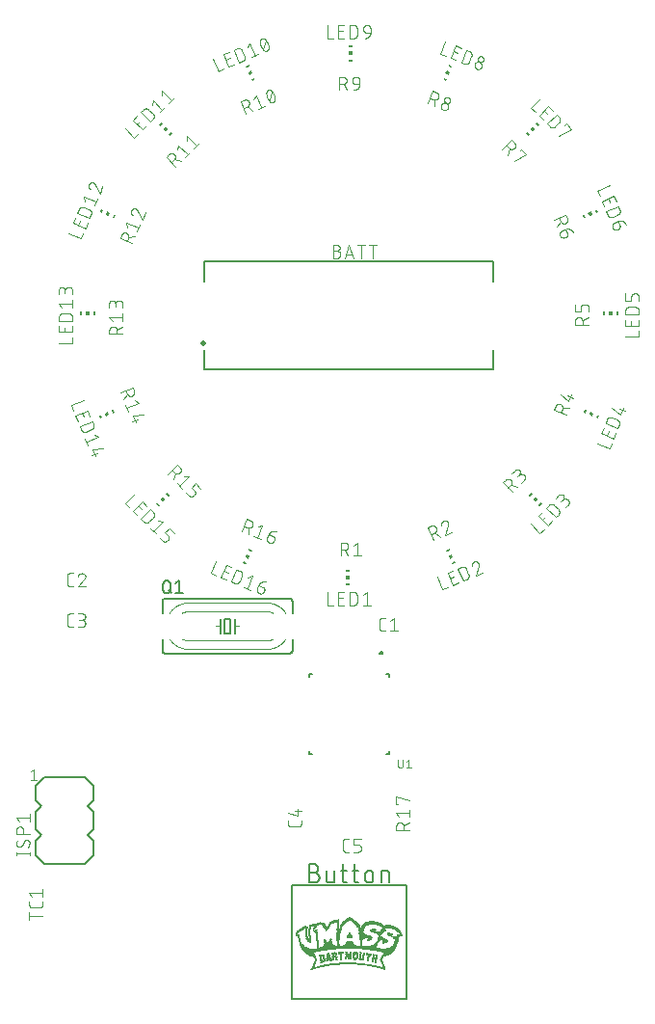
<source format=gto>
G04 EAGLE Gerber RS-274X export*
G75*
%MOMM*%
%FSLAX34Y34*%
%LPD*%
%INSilkscreen Top*%
%IPPOS*%
%AMOC8*
5,1,8,0,0,1.08239X$1,22.5*%
G01*
%ADD10C,0.152400*%
%ADD11R,0.017781X0.017019*%
%ADD12R,0.033019X0.017019*%
%ADD13R,0.068581X0.017019*%
%ADD14R,0.083819X0.017019*%
%ADD15R,0.101600X0.016762*%
%ADD16R,0.116838X0.016762*%
%ADD17R,0.152400X0.017019*%
%ADD18R,0.185419X0.017019*%
%ADD19R,0.220981X0.017019*%
%ADD20R,0.236219X0.016762*%
%ADD21R,0.289563X0.016762*%
%ADD22R,0.304800X0.017019*%
%ADD23R,0.355600X0.017019*%
%ADD24R,0.340363X0.017019*%
%ADD25R,0.388619X0.017019*%
%ADD26R,0.406400X0.016762*%
%ADD27R,0.457200X0.016762*%
%ADD28R,0.457200X0.017019*%
%ADD29R,0.134619X0.017019*%
%ADD30R,0.370838X0.017019*%
%ADD31R,0.101600X0.017019*%
%ADD32R,0.134619X0.016762*%
%ADD33R,0.355600X0.016762*%
%ADD34R,0.373381X0.016762*%
%ADD35R,0.373381X0.017019*%
%ADD36R,0.406400X0.017019*%
%ADD37R,0.152400X0.016762*%
%ADD38R,0.421637X0.016762*%
%ADD39R,0.137162X0.017019*%
%ADD40R,0.421637X0.017019*%
%ADD41R,0.441963X0.017019*%
%ADD42R,0.424181X0.017019*%
%ADD43R,0.472438X0.017019*%
%ADD44R,0.474981X0.017019*%
%ADD45R,0.508000X0.017019*%
%ADD46R,0.492763X0.017019*%
%ADD47R,0.541019X0.016762*%
%ADD48R,0.525781X0.016762*%
%ADD49R,0.558800X0.017019*%
%ADD50R,0.543563X0.017019*%
%ADD51R,0.591819X0.017019*%
%ADD52R,0.574037X0.017019*%
%ADD53R,0.137162X0.016762*%
%ADD54R,0.627381X0.016762*%
%ADD55R,0.678181X0.017019*%
%ADD56R,0.660400X0.017019*%
%ADD57R,0.728981X0.017019*%
%ADD58R,0.711200X0.017019*%
%ADD59R,0.812800X0.016762*%
%ADD60R,0.779781X0.016762*%
%ADD61R,0.932181X0.017019*%
%ADD62R,0.896619X0.017019*%
%ADD63R,1.117600X0.017019*%
%ADD64R,1.099819X0.017019*%
%ADD65R,2.877819X0.016762*%
%ADD66R,2.608581X0.017019*%
%ADD67R,0.119381X0.017019*%
%ADD68R,2.303781X0.017019*%
%ADD69R,1.930400X0.016762*%
%ADD70R,1.490981X0.017019*%
%ADD71R,0.845819X0.017019*%
%ADD72R,0.033019X0.016762*%
%ADD73R,0.119381X0.016762*%
%ADD74R,0.170181X0.017019*%
%ADD75R,0.203200X0.016762*%
%ADD76R,0.170181X0.016762*%
%ADD77R,0.271781X0.017019*%
%ADD78R,0.066037X0.017019*%
%ADD79R,0.187963X0.017019*%
%ADD80R,0.116838X0.017019*%
%ADD81R,0.015238X0.017019*%
%ADD82R,0.388619X0.016762*%
%ADD83R,0.167637X0.016762*%
%ADD84R,0.185419X0.016762*%
%ADD85R,0.167637X0.017019*%
%ADD86R,0.439419X0.017019*%
%ADD87R,0.086363X0.017019*%
%ADD88R,0.254000X0.017019*%
%ADD89R,0.238763X0.016762*%
%ADD90R,0.304800X0.016762*%
%ADD91R,0.337819X0.017019*%
%ADD92R,0.441963X0.016762*%
%ADD93R,0.015238X0.016762*%
%ADD94R,0.187963X0.016762*%
%ADD95R,0.050800X0.017019*%
%ADD96R,0.424181X0.016762*%
%ADD97R,0.068581X0.016762*%
%ADD98R,0.439419X0.016762*%
%ADD99R,0.218438X0.017019*%
%ADD100R,0.541019X0.017019*%
%ADD101R,0.271781X0.016762*%
%ADD102R,0.218438X0.016762*%
%ADD103R,0.340363X0.016762*%
%ADD104R,0.391163X0.016762*%
%ADD105R,0.322581X0.017019*%
%ADD106R,0.558800X0.016762*%
%ADD107R,0.391163X0.017019*%
%ADD108R,0.287019X0.017019*%
%ADD109R,0.508000X0.016762*%
%ADD110R,0.287019X0.016762*%
%ADD111R,0.337819X0.016762*%
%ADD112R,0.083819X0.016762*%
%ADD113R,0.525781X0.017019*%
%ADD114R,0.203200X0.017019*%
%ADD115R,0.574037X0.016762*%
%ADD116R,0.490219X0.016762*%
%ADD117R,0.609600X0.017019*%
%ADD118R,0.490219X0.017019*%
%ADD119R,0.645163X0.016762*%
%ADD120R,0.254000X0.016762*%
%ADD121R,0.591819X0.016762*%
%ADD122R,0.642619X0.017019*%
%ADD123R,0.236219X0.017019*%
%ADD124R,0.675638X0.016762*%
%ADD125R,0.693419X0.017019*%
%ADD126R,0.035563X0.017019*%
%ADD127R,0.627381X0.017019*%
%ADD128R,0.728981X0.016762*%
%ADD129R,0.220981X0.016762*%
%ADD130R,0.660400X0.016762*%
%ADD131R,0.675638X0.017019*%
%ADD132R,0.762000X0.017019*%
%ADD133R,0.845819X0.016762*%
%ADD134R,0.269238X0.016762*%
%ADD135R,0.863600X0.017019*%
%ADD136R,1.016000X0.017019*%
%ADD137R,0.947419X0.017019*%
%ADD138R,1.099819X0.016762*%
%ADD139R,1.051562X0.016762*%
%ADD140R,1.186181X0.017019*%
%ADD141R,1.150619X0.017019*%
%ADD142R,1.285238X0.017019*%
%ADD143R,1.236981X0.017019*%
%ADD144R,1.389381X0.016762*%
%ADD145R,1.338581X0.016762*%
%ADD146R,1.437638X0.017019*%
%ADD147R,1.590037X0.017019*%
%ADD148R,1.557019X0.017019*%
%ADD149R,1.691638X0.016762*%
%ADD150R,1.643381X0.016762*%
%ADD151R,1.795781X0.017019*%
%ADD152R,1.762763X0.017019*%
%ADD153R,1.915163X0.017019*%
%ADD154R,1.879600X0.017019*%
%ADD155R,2.047238X0.016762*%
%ADD156R,2.014219X0.016762*%
%ADD157R,2.166619X0.017019*%
%ADD158R,2.133600X0.017019*%
%ADD159R,2.270763X0.017019*%
%ADD160R,2.456181X0.016762*%
%ADD161R,2.420619X0.016762*%
%ADD162R,2.590800X0.017019*%
%ADD163R,1.676400X0.017019*%
%ADD164R,2.743200X0.017019*%
%ADD165R,1.694181X0.016762*%
%ADD166R,2.946400X0.016762*%
%ADD167R,1.846581X0.017019*%
%ADD168R,1.897381X0.017019*%
%ADD169R,0.812800X0.017019*%
%ADD170R,0.645163X0.017019*%
%ADD171R,2.148837X0.017019*%
%ADD172R,2.082800X0.017019*%
%ADD173R,0.726438X0.017019*%
%ADD174R,0.576581X0.016762*%
%ADD175R,5.334000X0.016762*%
%ADD176R,0.678181X0.016762*%
%ADD177R,5.265419X0.017019*%
%ADD178R,5.199381X0.017019*%
%ADD179R,0.594363X0.017019*%
%ADD180R,4.942838X0.016762*%
%ADD181R,4.876800X0.017019*%
%ADD182R,4.826000X0.017019*%
%ADD183R,4.808219X0.016762*%
%ADD184R,4.775200X0.017019*%
%ADD185R,4.742181X0.017019*%
%ADD186R,4.742181X0.016762*%
%ADD187R,3.149600X0.017019*%
%ADD188R,0.779781X0.017019*%
%ADD189R,1.440181X0.017019*%
%ADD190R,1.422400X0.017019*%
%ADD191R,0.322581X0.016762*%
%ADD192R,1.422400X0.016762*%
%ADD193R,1.287781X0.016762*%
%ADD194R,0.320038X0.017019*%
%ADD195R,1.082037X0.017019*%
%ADD196R,0.523238X0.017019*%
%ADD197R,0.947419X0.016762*%
%ADD198R,1.033781X0.016762*%
%ADD199R,0.914400X0.017019*%
%ADD200R,0.998219X0.017019*%
%ADD201R,0.878838X0.017019*%
%ADD202R,0.863600X0.016762*%
%ADD203R,0.896619X0.016762*%
%ADD204R,0.830581X0.017019*%
%ADD205R,0.848363X0.017019*%
%ADD206R,0.777238X0.016762*%
%ADD207R,0.746762X0.017019*%
%ADD208R,0.744219X0.017019*%
%ADD209R,0.693419X0.016762*%
%ADD210R,0.609600X0.016762*%
%ADD211R,0.269238X0.017019*%
%ADD212R,0.320038X0.016762*%
%ADD213R,0.543563X0.016762*%
%ADD214R,0.289563X0.017019*%
%ADD215R,0.370838X0.016762*%
%ADD216R,0.238763X0.017019*%
%ADD217R,0.795019X0.017019*%
%ADD218R,0.050800X0.016762*%
%ADD219R,0.762000X0.016762*%
%ADD220R,0.624838X0.016762*%
%ADD221R,0.017781X0.016762*%
%ADD222R,0.492763X0.016762*%
%ADD223R,0.474981X0.016762*%
%ADD224R,1.117600X0.016762*%
%ADD225R,1.084581X0.017019*%
%ADD226R,1.084581X0.016762*%
%ADD227R,1.066800X0.017019*%
%ADD228R,0.965200X0.016762*%
%ADD229R,0.881381X0.017019*%
%ADD230R,0.086363X0.016762*%
%ADD231R,0.746762X0.016762*%
%ADD232R,0.695963X0.017019*%
%ADD233R,0.523238X0.016762*%
%ADD234R,0.726438X0.016762*%
%ADD235R,0.472438X0.016762*%
%ADD236R,0.576581X0.017019*%
%ADD237R,1.270000X0.017019*%
%ADD238R,1.252219X0.017019*%
%ADD239R,1.252219X0.016762*%
%ADD240R,1.219200X0.016762*%
%ADD241R,1.219200X0.017019*%
%ADD242R,0.066037X0.016762*%
%ADD243R,1.186181X0.016762*%
%ADD244R,1.135381X0.017019*%
%ADD245R,1.049019X0.017019*%
%ADD246R,0.965200X0.017019*%
%ADD247R,1.541781X0.016762*%
%ADD248R,1.488438X0.017019*%
%ADD249R,0.624838X0.017019*%
%ADD250R,1.457963X0.017019*%
%ADD251R,1.386838X0.016762*%
%ADD252R,1.338581X0.017019*%
%ADD253R,1.132838X0.017019*%
%ADD254R,1.031238X0.017019*%
%ADD255C,0.200000*%
%ADD256C,0.127000*%
%ADD257C,0.076200*%
%ADD258C,0.508000*%
%ADD259C,0.101600*%
%ADD260R,0.300000X0.150000*%
%ADD261R,0.300000X0.300000*%
%ADD262R,0.150000X0.300000*%
%ADD263R,0.300000X0.300000*%
%ADD264C,0.050800*%


D10*
X250000Y50000D02*
X250000Y150000D01*
X350000Y150000D01*
X350000Y50000D01*
X250000Y50000D01*
X264779Y160903D02*
X269295Y160903D01*
X269295Y160904D02*
X269428Y160902D01*
X269560Y160896D01*
X269692Y160886D01*
X269824Y160873D01*
X269956Y160855D01*
X270086Y160834D01*
X270217Y160809D01*
X270346Y160780D01*
X270474Y160747D01*
X270602Y160711D01*
X270728Y160671D01*
X270853Y160627D01*
X270977Y160579D01*
X271099Y160528D01*
X271220Y160473D01*
X271339Y160415D01*
X271457Y160353D01*
X271572Y160288D01*
X271686Y160219D01*
X271797Y160148D01*
X271906Y160072D01*
X272013Y159994D01*
X272118Y159913D01*
X272220Y159828D01*
X272320Y159741D01*
X272417Y159651D01*
X272512Y159558D01*
X272603Y159462D01*
X272692Y159364D01*
X272778Y159263D01*
X272861Y159159D01*
X272941Y159053D01*
X273017Y158945D01*
X273091Y158835D01*
X273161Y158722D01*
X273228Y158608D01*
X273291Y158491D01*
X273351Y158373D01*
X273408Y158253D01*
X273461Y158131D01*
X273510Y158008D01*
X273556Y157884D01*
X273598Y157758D01*
X273636Y157631D01*
X273671Y157503D01*
X273702Y157374D01*
X273729Y157245D01*
X273752Y157114D01*
X273772Y156983D01*
X273787Y156851D01*
X273799Y156719D01*
X273807Y156587D01*
X273811Y156454D01*
X273811Y156322D01*
X273807Y156189D01*
X273799Y156057D01*
X273787Y155925D01*
X273772Y155793D01*
X273752Y155662D01*
X273729Y155531D01*
X273702Y155402D01*
X273671Y155273D01*
X273636Y155145D01*
X273598Y155018D01*
X273556Y154892D01*
X273510Y154768D01*
X273461Y154645D01*
X273408Y154523D01*
X273351Y154403D01*
X273291Y154285D01*
X273228Y154168D01*
X273161Y154054D01*
X273091Y153941D01*
X273017Y153831D01*
X272941Y153723D01*
X272861Y153617D01*
X272778Y153513D01*
X272692Y153412D01*
X272603Y153314D01*
X272512Y153218D01*
X272417Y153125D01*
X272320Y153035D01*
X272220Y152948D01*
X272118Y152863D01*
X272013Y152782D01*
X271906Y152704D01*
X271797Y152628D01*
X271686Y152557D01*
X271572Y152488D01*
X271457Y152423D01*
X271339Y152361D01*
X271220Y152303D01*
X271099Y152248D01*
X270977Y152197D01*
X270853Y152149D01*
X270728Y152105D01*
X270602Y152065D01*
X270474Y152029D01*
X270346Y151996D01*
X270217Y151967D01*
X270086Y151942D01*
X269956Y151921D01*
X269824Y151903D01*
X269692Y151890D01*
X269560Y151880D01*
X269428Y151874D01*
X269295Y151872D01*
X264779Y151872D01*
X264779Y168128D01*
X269295Y168128D01*
X269414Y168126D01*
X269534Y168120D01*
X269653Y168110D01*
X269771Y168096D01*
X269890Y168079D01*
X270007Y168057D01*
X270124Y168032D01*
X270239Y168002D01*
X270354Y167969D01*
X270468Y167932D01*
X270580Y167892D01*
X270691Y167847D01*
X270800Y167799D01*
X270908Y167748D01*
X271014Y167693D01*
X271118Y167634D01*
X271220Y167572D01*
X271320Y167507D01*
X271418Y167438D01*
X271514Y167366D01*
X271607Y167291D01*
X271697Y167214D01*
X271785Y167133D01*
X271870Y167049D01*
X271952Y166962D01*
X272032Y166873D01*
X272108Y166781D01*
X272182Y166687D01*
X272252Y166590D01*
X272319Y166492D01*
X272383Y166391D01*
X272443Y166287D01*
X272500Y166182D01*
X272553Y166075D01*
X272603Y165967D01*
X272649Y165857D01*
X272691Y165745D01*
X272730Y165632D01*
X272765Y165518D01*
X272796Y165403D01*
X272824Y165286D01*
X272847Y165169D01*
X272867Y165052D01*
X272883Y164933D01*
X272895Y164814D01*
X272903Y164695D01*
X272907Y164576D01*
X272907Y164456D01*
X272903Y164337D01*
X272895Y164218D01*
X272883Y164099D01*
X272867Y163980D01*
X272847Y163863D01*
X272824Y163746D01*
X272796Y163629D01*
X272765Y163514D01*
X272730Y163400D01*
X272691Y163287D01*
X272649Y163175D01*
X272603Y163065D01*
X272553Y162957D01*
X272500Y162850D01*
X272443Y162745D01*
X272383Y162641D01*
X272319Y162540D01*
X272252Y162442D01*
X272182Y162345D01*
X272108Y162251D01*
X272032Y162159D01*
X271952Y162070D01*
X271870Y161983D01*
X271785Y161899D01*
X271697Y161818D01*
X271607Y161741D01*
X271514Y161666D01*
X271418Y161594D01*
X271320Y161525D01*
X271220Y161460D01*
X271118Y161398D01*
X271014Y161339D01*
X270908Y161284D01*
X270800Y161233D01*
X270691Y161185D01*
X270580Y161140D01*
X270468Y161100D01*
X270354Y161063D01*
X270239Y161030D01*
X270124Y161000D01*
X270007Y160975D01*
X269890Y160953D01*
X269771Y160936D01*
X269653Y160922D01*
X269534Y160912D01*
X269414Y160906D01*
X269295Y160904D01*
X280060Y162709D02*
X280060Y154581D01*
X280061Y154581D02*
X280063Y154480D01*
X280069Y154379D01*
X280078Y154278D01*
X280091Y154177D01*
X280108Y154077D01*
X280129Y153978D01*
X280153Y153880D01*
X280181Y153783D01*
X280213Y153686D01*
X280248Y153591D01*
X280287Y153498D01*
X280329Y153406D01*
X280375Y153315D01*
X280424Y153227D01*
X280476Y153140D01*
X280532Y153055D01*
X280590Y152972D01*
X280652Y152892D01*
X280717Y152814D01*
X280784Y152738D01*
X280854Y152665D01*
X280927Y152595D01*
X281003Y152528D01*
X281081Y152463D01*
X281161Y152401D01*
X281244Y152343D01*
X281329Y152287D01*
X281416Y152235D01*
X281504Y152186D01*
X281595Y152140D01*
X281687Y152098D01*
X281780Y152059D01*
X281875Y152024D01*
X281972Y151992D01*
X282069Y151964D01*
X282167Y151940D01*
X282266Y151919D01*
X282366Y151902D01*
X282467Y151889D01*
X282568Y151880D01*
X282669Y151874D01*
X282770Y151872D01*
X287285Y151872D01*
X287285Y162709D01*
X292831Y162709D02*
X298250Y162709D01*
X294637Y168128D02*
X294637Y154581D01*
X294638Y154581D02*
X294640Y154480D01*
X294646Y154379D01*
X294655Y154278D01*
X294668Y154177D01*
X294685Y154077D01*
X294706Y153978D01*
X294730Y153880D01*
X294758Y153783D01*
X294790Y153686D01*
X294825Y153591D01*
X294864Y153498D01*
X294906Y153406D01*
X294952Y153315D01*
X295001Y153227D01*
X295053Y153140D01*
X295109Y153055D01*
X295167Y152972D01*
X295229Y152892D01*
X295294Y152814D01*
X295361Y152738D01*
X295431Y152665D01*
X295504Y152595D01*
X295580Y152528D01*
X295658Y152463D01*
X295738Y152401D01*
X295821Y152343D01*
X295906Y152287D01*
X295993Y152235D01*
X296081Y152186D01*
X296172Y152140D01*
X296264Y152098D01*
X296357Y152059D01*
X296452Y152024D01*
X296549Y151992D01*
X296646Y151964D01*
X296744Y151940D01*
X296843Y151919D01*
X296943Y151902D01*
X297044Y151889D01*
X297145Y151880D01*
X297246Y151874D01*
X297347Y151872D01*
X298250Y151872D01*
X302731Y162709D02*
X308150Y162709D01*
X304537Y168128D02*
X304537Y154581D01*
X304539Y154480D01*
X304545Y154379D01*
X304554Y154278D01*
X304567Y154177D01*
X304584Y154077D01*
X304605Y153978D01*
X304629Y153880D01*
X304657Y153783D01*
X304689Y153686D01*
X304724Y153591D01*
X304763Y153498D01*
X304805Y153406D01*
X304851Y153315D01*
X304900Y153227D01*
X304952Y153140D01*
X305008Y153055D01*
X305066Y152972D01*
X305128Y152892D01*
X305193Y152814D01*
X305260Y152738D01*
X305330Y152665D01*
X305403Y152595D01*
X305479Y152528D01*
X305557Y152463D01*
X305637Y152401D01*
X305720Y152343D01*
X305805Y152287D01*
X305892Y152235D01*
X305980Y152186D01*
X306071Y152140D01*
X306163Y152098D01*
X306256Y152059D01*
X306351Y152024D01*
X306448Y151992D01*
X306545Y151964D01*
X306643Y151940D01*
X306742Y151919D01*
X306842Y151902D01*
X306943Y151889D01*
X307044Y151880D01*
X307145Y151874D01*
X307246Y151872D01*
X308150Y151872D01*
X313928Y155484D02*
X313928Y159097D01*
X313930Y159216D01*
X313936Y159336D01*
X313946Y159455D01*
X313960Y159573D01*
X313977Y159692D01*
X313999Y159809D01*
X314024Y159926D01*
X314054Y160041D01*
X314087Y160156D01*
X314124Y160270D01*
X314164Y160382D01*
X314209Y160493D01*
X314257Y160602D01*
X314308Y160710D01*
X314363Y160816D01*
X314422Y160920D01*
X314484Y161022D01*
X314549Y161122D01*
X314618Y161220D01*
X314690Y161316D01*
X314765Y161409D01*
X314842Y161499D01*
X314923Y161587D01*
X315007Y161672D01*
X315094Y161754D01*
X315183Y161834D01*
X315275Y161910D01*
X315369Y161984D01*
X315466Y162054D01*
X315564Y162121D01*
X315665Y162185D01*
X315769Y162245D01*
X315874Y162302D01*
X315981Y162355D01*
X316089Y162405D01*
X316199Y162451D01*
X316311Y162493D01*
X316424Y162532D01*
X316538Y162567D01*
X316653Y162598D01*
X316770Y162626D01*
X316887Y162649D01*
X317004Y162669D01*
X317123Y162685D01*
X317242Y162697D01*
X317361Y162705D01*
X317480Y162709D01*
X317600Y162709D01*
X317719Y162705D01*
X317838Y162697D01*
X317957Y162685D01*
X318076Y162669D01*
X318193Y162649D01*
X318310Y162626D01*
X318427Y162598D01*
X318542Y162567D01*
X318656Y162532D01*
X318769Y162493D01*
X318881Y162451D01*
X318991Y162405D01*
X319099Y162355D01*
X319206Y162302D01*
X319311Y162245D01*
X319415Y162185D01*
X319516Y162121D01*
X319614Y162054D01*
X319711Y161984D01*
X319805Y161910D01*
X319897Y161834D01*
X319986Y161754D01*
X320073Y161672D01*
X320157Y161587D01*
X320238Y161499D01*
X320315Y161409D01*
X320390Y161316D01*
X320462Y161220D01*
X320531Y161122D01*
X320596Y161022D01*
X320658Y160920D01*
X320717Y160816D01*
X320772Y160710D01*
X320823Y160602D01*
X320871Y160493D01*
X320916Y160382D01*
X320956Y160270D01*
X320993Y160156D01*
X321026Y160041D01*
X321056Y159926D01*
X321081Y159809D01*
X321103Y159692D01*
X321120Y159573D01*
X321134Y159455D01*
X321144Y159336D01*
X321150Y159216D01*
X321152Y159097D01*
X321153Y159097D02*
X321153Y155484D01*
X321152Y155484D02*
X321150Y155365D01*
X321144Y155245D01*
X321134Y155126D01*
X321120Y155008D01*
X321103Y154889D01*
X321081Y154772D01*
X321056Y154655D01*
X321026Y154540D01*
X320993Y154425D01*
X320956Y154311D01*
X320916Y154199D01*
X320871Y154088D01*
X320823Y153979D01*
X320772Y153871D01*
X320717Y153765D01*
X320658Y153661D01*
X320596Y153559D01*
X320531Y153459D01*
X320462Y153361D01*
X320390Y153265D01*
X320315Y153172D01*
X320238Y153082D01*
X320157Y152994D01*
X320073Y152909D01*
X319986Y152827D01*
X319897Y152747D01*
X319805Y152671D01*
X319711Y152597D01*
X319614Y152527D01*
X319516Y152460D01*
X319415Y152396D01*
X319311Y152336D01*
X319206Y152279D01*
X319099Y152226D01*
X318991Y152176D01*
X318881Y152130D01*
X318769Y152088D01*
X318656Y152049D01*
X318542Y152014D01*
X318427Y151983D01*
X318310Y151955D01*
X318193Y151932D01*
X318076Y151912D01*
X317957Y151896D01*
X317838Y151884D01*
X317719Y151876D01*
X317600Y151872D01*
X317480Y151872D01*
X317361Y151876D01*
X317242Y151884D01*
X317123Y151896D01*
X317004Y151912D01*
X316887Y151932D01*
X316770Y151955D01*
X316653Y151983D01*
X316538Y152014D01*
X316424Y152049D01*
X316311Y152088D01*
X316199Y152130D01*
X316089Y152176D01*
X315981Y152226D01*
X315874Y152279D01*
X315769Y152336D01*
X315665Y152396D01*
X315564Y152460D01*
X315466Y152527D01*
X315369Y152597D01*
X315275Y152671D01*
X315183Y152747D01*
X315094Y152827D01*
X315007Y152909D01*
X314923Y152994D01*
X314842Y153082D01*
X314765Y153172D01*
X314690Y153265D01*
X314618Y153361D01*
X314549Y153459D01*
X314484Y153559D01*
X314422Y153661D01*
X314363Y153765D01*
X314308Y153871D01*
X314257Y153979D01*
X314209Y154088D01*
X314164Y154199D01*
X314124Y154311D01*
X314087Y154425D01*
X314054Y154540D01*
X314024Y154655D01*
X313999Y154772D01*
X313977Y154889D01*
X313960Y155008D01*
X313946Y155126D01*
X313936Y155245D01*
X313930Y155365D01*
X313928Y155484D01*
X327996Y151872D02*
X327996Y162709D01*
X332512Y162709D01*
X332616Y162707D01*
X332719Y162701D01*
X332823Y162691D01*
X332926Y162677D01*
X333028Y162659D01*
X333129Y162638D01*
X333230Y162612D01*
X333329Y162583D01*
X333428Y162550D01*
X333525Y162513D01*
X333620Y162472D01*
X333714Y162428D01*
X333806Y162380D01*
X333896Y162329D01*
X333985Y162274D01*
X334071Y162216D01*
X334154Y162154D01*
X334236Y162090D01*
X334314Y162022D01*
X334390Y161952D01*
X334464Y161879D01*
X334534Y161802D01*
X334602Y161724D01*
X334666Y161642D01*
X334728Y161559D01*
X334786Y161473D01*
X334841Y161384D01*
X334892Y161294D01*
X334940Y161202D01*
X334984Y161108D01*
X335025Y161013D01*
X335062Y160916D01*
X335095Y160817D01*
X335124Y160718D01*
X335150Y160617D01*
X335171Y160516D01*
X335189Y160414D01*
X335203Y160311D01*
X335213Y160207D01*
X335219Y160104D01*
X335221Y160000D01*
X335221Y151872D01*
D11*
X266991Y75221D03*
D12*
X331939Y75221D03*
D13*
X267245Y75391D03*
D14*
X331685Y75391D03*
D15*
X267588Y75560D03*
D16*
X331342Y75560D03*
D17*
X267842Y75729D03*
D18*
X330999Y75729D03*
X268185Y75899D03*
D19*
X330669Y75899D03*
D20*
X268439Y76068D03*
D21*
X330326Y76068D03*
D22*
X268782Y76237D03*
D23*
X329996Y76237D03*
D24*
X269112Y76407D03*
D25*
X329653Y76407D03*
D26*
X269442Y76576D03*
D27*
X329310Y76576D03*
D28*
X269874Y76745D03*
D23*
X328116Y76745D03*
D14*
X330999Y76745D03*
D29*
X268261Y76915D03*
D24*
X271144Y76915D03*
D30*
X327532Y76915D03*
D31*
X330910Y76915D03*
D32*
X268261Y77084D03*
D33*
X271728Y77084D03*
D34*
X326859Y77084D03*
D15*
X330910Y77084D03*
D29*
X268439Y77253D03*
D35*
X272325Y77253D03*
D25*
X326097Y77253D03*
D31*
X330758Y77253D03*
D29*
X268439Y77423D03*
D35*
X273011Y77423D03*
D36*
X325500Y77423D03*
D31*
X330758Y77423D03*
D37*
X268528Y77592D03*
D26*
X273684Y77592D03*
D38*
X324738Y77592D03*
D15*
X330580Y77592D03*
D39*
X268604Y77761D03*
D40*
X274446Y77761D03*
D41*
X323976Y77761D03*
D31*
X330580Y77761D03*
D39*
X268604Y77931D03*
D42*
X275119Y77931D03*
D28*
X323214Y77931D03*
D14*
X330491Y77931D03*
D32*
X268769Y78100D03*
D27*
X275970Y78100D03*
X322376Y78100D03*
D15*
X330402Y78100D03*
D29*
X268769Y78269D03*
D43*
X276732Y78269D03*
D44*
X321601Y78269D03*
D31*
X330402Y78269D03*
D29*
X268769Y78439D03*
D45*
X277570Y78439D03*
D46*
X320674Y78439D03*
D31*
X330250Y78439D03*
D32*
X268947Y78608D03*
D47*
X278421Y78608D03*
D48*
X319823Y78608D03*
D15*
X330250Y78608D03*
D29*
X268947Y78777D03*
D49*
X279348Y78777D03*
D50*
X318896Y78777D03*
D31*
X330072Y78777D03*
D39*
X269112Y78947D03*
D51*
X280377Y78947D03*
D52*
X317880Y78947D03*
D31*
X330072Y78947D03*
D53*
X269112Y79116D03*
D54*
X281393Y79116D03*
X316775Y79116D03*
D15*
X330072Y79116D03*
D39*
X269112Y79285D03*
D55*
X282485Y79285D03*
D56*
X315594Y79285D03*
D31*
X329894Y79285D03*
D29*
X269277Y79455D03*
D57*
X283755Y79455D03*
D58*
X314324Y79455D03*
D31*
X329894Y79455D03*
D32*
X269277Y79624D03*
D59*
X285190Y79624D03*
D60*
X312965Y79624D03*
D15*
X329742Y79624D03*
D29*
X269277Y79793D03*
D61*
X286803Y79793D03*
D62*
X311365Y79793D03*
D31*
X329742Y79793D03*
D29*
X269455Y79963D03*
D63*
X288924Y79963D03*
D64*
X309155Y79963D03*
D31*
X329564Y79963D03*
D32*
X269455Y80132D03*
D65*
X298919Y80132D03*
D15*
X329564Y80132D03*
D39*
X269620Y80301D03*
D66*
X298919Y80301D03*
D67*
X329475Y80301D03*
D39*
X269620Y80471D03*
D68*
X298919Y80471D03*
D31*
X329386Y80471D03*
D53*
X269620Y80640D03*
D69*
X298906Y80640D03*
D15*
X329386Y80640D03*
D29*
X269785Y80809D03*
D70*
X298919Y80809D03*
D31*
X329234Y80809D03*
D29*
X269785Y80979D03*
D71*
X298919Y80979D03*
D31*
X329234Y80979D03*
D16*
X269874Y81148D03*
D72*
X323811Y81148D03*
D73*
X329145Y81148D03*
D29*
X269963Y81317D03*
D13*
X275373Y81317D03*
D31*
X323468Y81317D03*
X329056Y81317D03*
D29*
X269963Y81487D03*
D39*
X275716Y81487D03*
D74*
X323125Y81487D03*
D67*
X328967Y81487D03*
D53*
X270128Y81656D03*
D75*
X276046Y81656D03*
D76*
X323125Y81656D03*
D15*
X328878Y81656D03*
D39*
X270128Y81825D03*
D77*
X276389Y81825D03*
D78*
X320928Y81825D03*
D79*
X323214Y81825D03*
D31*
X328878Y81825D03*
D39*
X270128Y81995D03*
D24*
X276732Y81995D03*
D17*
X320674Y81995D03*
D79*
X323214Y81995D03*
D80*
X328802Y81995D03*
D32*
X270293Y82164D03*
D33*
X276656Y82164D03*
D76*
X320585Y82164D03*
X323303Y82164D03*
D15*
X328726Y82164D03*
D29*
X270293Y82333D03*
D30*
X276732Y82333D03*
D74*
X320585Y82333D03*
X323303Y82333D03*
D67*
X328637Y82333D03*
D29*
X270471Y82503D03*
D25*
X276821Y82503D03*
D31*
X280466Y82503D03*
D81*
X317118Y82503D03*
D74*
X320585Y82503D03*
X323303Y82503D03*
D31*
X328548Y82503D03*
D32*
X270471Y82672D03*
D82*
X276821Y82672D03*
D83*
X280796Y82672D03*
D16*
X316610Y82672D03*
D76*
X320585Y82672D03*
D84*
X323379Y82672D03*
D73*
X328459Y82672D03*
D29*
X270471Y82841D03*
D42*
X276821Y82841D03*
D85*
X280796Y82841D03*
X316356Y82841D03*
D79*
X320674Y82841D03*
D85*
X323468Y82841D03*
D31*
X328370Y82841D03*
D39*
X270636Y83011D03*
D86*
X276897Y83011D03*
D85*
X280796Y83011D03*
D87*
X283590Y83011D03*
D85*
X316356Y83011D03*
D74*
X320763Y83011D03*
D85*
X323468Y83011D03*
D80*
X328294Y83011D03*
D53*
X270636Y83180D03*
D76*
X275551Y83180D03*
D75*
X278078Y83180D03*
D83*
X280796Y83180D03*
D76*
X284009Y83180D03*
D84*
X316445Y83180D03*
D76*
X320763Y83180D03*
D83*
X323468Y83180D03*
D16*
X328294Y83180D03*
D67*
X270725Y83349D03*
D74*
X275551Y83349D03*
D85*
X278256Y83349D03*
D17*
X280872Y83349D03*
D74*
X284009Y83349D03*
D31*
X286054Y83349D03*
D14*
X311695Y83349D03*
D74*
X316521Y83349D03*
X320763Y83349D03*
D18*
X323557Y83349D03*
D31*
X328218Y83349D03*
D29*
X270801Y83519D03*
D79*
X275462Y83519D03*
D85*
X278256Y83519D03*
D17*
X280872Y83519D03*
D18*
X283933Y83519D03*
D85*
X286384Y83519D03*
D88*
X311022Y83519D03*
D74*
X316521Y83519D03*
D18*
X320839Y83519D03*
X323557Y83519D03*
D67*
X328129Y83519D03*
D32*
X270801Y83688D03*
D76*
X275373Y83688D03*
D84*
X278167Y83688D03*
D89*
X281304Y83688D03*
D83*
X283844Y83688D03*
X286384Y83688D03*
D37*
X289000Y83688D03*
D90*
X311098Y83688D03*
D76*
X316521Y83688D03*
D83*
X320928Y83688D03*
D76*
X323633Y83688D03*
D15*
X328040Y83688D03*
D29*
X270979Y83857D03*
D74*
X275373Y83857D03*
X278091Y83857D03*
D28*
X282396Y83857D03*
D85*
X286384Y83857D03*
D74*
X289089Y83857D03*
D14*
X306107Y83857D03*
D91*
X311111Y83857D03*
D74*
X316521Y83857D03*
D85*
X320928Y83857D03*
D74*
X323633Y83857D03*
D67*
X327951Y83857D03*
D17*
X270890Y84027D03*
D74*
X275373Y84027D03*
X278091Y84027D03*
D28*
X282396Y84027D03*
D85*
X286384Y84027D03*
D74*
X289089Y84027D03*
D79*
X293242Y84027D03*
D88*
X305434Y84027D03*
D35*
X311111Y84027D03*
D74*
X316521Y84027D03*
D85*
X320928Y84027D03*
D18*
X323557Y84027D03*
D67*
X328129Y84027D03*
D32*
X270801Y84196D03*
D84*
X275297Y84196D03*
D76*
X278091Y84196D03*
D92*
X282320Y84196D03*
D83*
X286384Y84196D03*
D84*
X289013Y84196D03*
D76*
X293153Y84196D03*
X297395Y84196D03*
D93*
X299338Y84196D03*
D83*
X301116Y84196D03*
D21*
X305434Y84196D03*
D82*
X311187Y84196D03*
D94*
X316610Y84196D03*
D27*
X322376Y84196D03*
D32*
X328205Y84196D03*
D17*
X270712Y84365D03*
D85*
X275208Y84365D03*
D79*
X278002Y84365D03*
D41*
X282320Y84365D03*
D18*
X286295Y84365D03*
D85*
X288924Y84365D03*
D74*
X293153Y84365D03*
X297395Y84365D03*
D12*
X299249Y84365D03*
D85*
X301116Y84365D03*
D91*
X305523Y84365D03*
D36*
X311098Y84365D03*
D74*
X316699Y84365D03*
D28*
X322376Y84365D03*
D80*
X328294Y84365D03*
D39*
X270636Y84535D03*
D85*
X275208Y84535D03*
D74*
X277913Y84535D03*
D42*
X282231Y84535D03*
D74*
X286219Y84535D03*
D85*
X288924Y84535D03*
D74*
X293153Y84535D03*
X297395Y84535D03*
D95*
X299338Y84535D03*
D85*
X301116Y84535D03*
D35*
X305523Y84535D03*
D40*
X311022Y84535D03*
D74*
X316699Y84535D03*
D41*
X322452Y84535D03*
D67*
X328459Y84535D03*
D37*
X270560Y84704D03*
D83*
X275208Y84704D03*
D76*
X277913Y84704D03*
D96*
X282231Y84704D03*
D76*
X286219Y84704D03*
D83*
X288924Y84704D03*
D76*
X293153Y84704D03*
X297395Y84704D03*
D97*
X299249Y84704D03*
D83*
X301116Y84704D03*
D26*
X305510Y84704D03*
D98*
X310933Y84704D03*
D76*
X316699Y84704D03*
D92*
X322452Y84704D03*
D73*
X328459Y84704D03*
D29*
X270471Y84873D03*
D18*
X275119Y84873D03*
D74*
X277913Y84873D03*
D42*
X282231Y84873D03*
D74*
X286219Y84873D03*
D85*
X288924Y84873D03*
D74*
X293153Y84873D03*
X297395Y84873D03*
D87*
X299338Y84873D03*
D85*
X301116Y84873D03*
D40*
X305434Y84873D03*
D99*
X310006Y84873D03*
D18*
X312381Y84873D03*
D74*
X316699Y84873D03*
D28*
X322528Y84873D03*
D67*
X328637Y84873D03*
D17*
X270382Y85043D03*
D74*
X275043Y85043D03*
D18*
X277837Y85043D03*
D36*
X282142Y85043D03*
D74*
X286219Y85043D03*
D85*
X288924Y85043D03*
D74*
X293153Y85043D03*
X297395Y85043D03*
D87*
X299338Y85043D03*
D85*
X301116Y85043D03*
D40*
X305434Y85043D03*
D85*
X309752Y85043D03*
D74*
X312457Y85043D03*
X316699Y85043D03*
D28*
X322528Y85043D03*
D67*
X328637Y85043D03*
D32*
X270293Y85212D03*
D76*
X275043Y85212D03*
D83*
X277748Y85212D03*
D76*
X280961Y85212D03*
D84*
X283247Y85212D03*
D76*
X286219Y85212D03*
D83*
X288924Y85212D03*
D76*
X293153Y85212D03*
X297395Y85212D03*
D16*
X299338Y85212D03*
D83*
X301116Y85212D03*
D98*
X305523Y85212D03*
D83*
X309752Y85212D03*
D76*
X312457Y85212D03*
D84*
X316775Y85212D03*
D98*
X322617Y85212D03*
D16*
X328802Y85212D03*
D17*
X270204Y85381D03*
D74*
X275043Y85381D03*
D85*
X277748Y85381D03*
D74*
X280961Y85381D03*
X283171Y85381D03*
X286219Y85381D03*
D85*
X288924Y85381D03*
D74*
X293153Y85381D03*
X297395Y85381D03*
D80*
X299338Y85381D03*
D85*
X301116Y85381D03*
D18*
X304253Y85381D03*
X306793Y85381D03*
D85*
X309752Y85381D03*
D74*
X312457Y85381D03*
D85*
X316864Y85381D03*
D86*
X322617Y85381D03*
D80*
X328802Y85381D03*
D39*
X270128Y85551D03*
D79*
X274954Y85551D03*
D85*
X277748Y85551D03*
D74*
X280961Y85551D03*
X283171Y85551D03*
X286219Y85551D03*
D85*
X288924Y85551D03*
D74*
X293153Y85551D03*
X297395Y85551D03*
D17*
X299338Y85551D03*
D85*
X301116Y85551D03*
X304164Y85551D03*
D74*
X306869Y85551D03*
D85*
X309752Y85551D03*
D74*
X312457Y85551D03*
D85*
X316864Y85551D03*
D19*
X321525Y85551D03*
D85*
X323976Y85551D03*
D67*
X328967Y85551D03*
D37*
X270052Y85720D03*
D94*
X274954Y85720D03*
D84*
X277659Y85720D03*
D76*
X280961Y85720D03*
D94*
X283082Y85720D03*
D76*
X286219Y85720D03*
D84*
X288835Y85720D03*
D76*
X293153Y85720D03*
X297395Y85720D03*
D37*
X299338Y85720D03*
D83*
X301116Y85720D03*
X304164Y85720D03*
D76*
X306869Y85720D03*
D83*
X309752Y85720D03*
D76*
X312457Y85720D03*
D83*
X316864Y85720D03*
D84*
X321347Y85720D03*
X324065Y85720D03*
D73*
X328967Y85720D03*
D29*
X269963Y85889D03*
D74*
X274865Y85889D03*
D18*
X277659Y85889D03*
D74*
X280961Y85889D03*
X282993Y85889D03*
D79*
X286130Y85889D03*
D74*
X288759Y85889D03*
X293153Y85889D03*
X297395Y85889D03*
X299249Y85889D03*
D85*
X301116Y85889D03*
X304164Y85889D03*
D74*
X306869Y85889D03*
D85*
X309752Y85889D03*
D74*
X312457Y85889D03*
D85*
X316864Y85889D03*
D18*
X321347Y85889D03*
D74*
X324141Y85889D03*
D67*
X329145Y85889D03*
D17*
X269874Y86059D03*
D74*
X274865Y86059D03*
X277583Y86059D03*
X280961Y86059D03*
X282993Y86059D03*
D88*
X286460Y86059D03*
D74*
X288759Y86059D03*
X293153Y86059D03*
D100*
X299249Y86059D03*
D85*
X304164Y86059D03*
D74*
X306869Y86059D03*
D18*
X309841Y86059D03*
D74*
X312457Y86059D03*
D85*
X316864Y86059D03*
X321436Y86059D03*
D74*
X324141Y86059D03*
D31*
X329234Y86059D03*
D32*
X269785Y86228D03*
D76*
X274865Y86228D03*
X277583Y86228D03*
X280961Y86228D03*
D83*
X282828Y86228D03*
D92*
X287400Y86228D03*
D76*
X293153Y86228D03*
D47*
X299249Y86228D03*
D83*
X304164Y86228D03*
D76*
X306869Y86228D03*
D84*
X309841Y86228D03*
D94*
X312546Y86228D03*
D84*
X316953Y86228D03*
D83*
X321436Y86228D03*
D76*
X324141Y86228D03*
D16*
X329310Y86228D03*
D17*
X269696Y86397D03*
D18*
X274789Y86397D03*
D74*
X277583Y86397D03*
X280961Y86397D03*
D85*
X282828Y86397D03*
D41*
X287400Y86397D03*
D74*
X293153Y86397D03*
D100*
X299249Y86397D03*
D85*
X304164Y86397D03*
D74*
X306869Y86397D03*
X309917Y86397D03*
X312635Y86397D03*
X317029Y86397D03*
D85*
X321436Y86397D03*
D79*
X324230Y86397D03*
D67*
X329475Y86397D03*
D79*
X269366Y86567D03*
D18*
X274789Y86567D03*
D79*
X277494Y86567D03*
D74*
X280961Y86567D03*
D85*
X282828Y86567D03*
D42*
X287311Y86567D03*
D74*
X293153Y86567D03*
D100*
X299249Y86567D03*
D85*
X304164Y86567D03*
D74*
X306869Y86567D03*
X309917Y86567D03*
X312635Y86567D03*
X317029Y86567D03*
D18*
X321525Y86567D03*
D74*
X324319Y86567D03*
D39*
X329564Y86567D03*
D101*
X268947Y86736D03*
D102*
X274954Y86736D03*
D76*
X277405Y86736D03*
D103*
X281812Y86736D03*
D104*
X287146Y86736D03*
D76*
X293153Y86736D03*
D47*
X299249Y86736D03*
D83*
X304164Y86736D03*
D76*
X306869Y86736D03*
X309917Y86736D03*
X312635Y86736D03*
X317029Y86736D03*
X321601Y86736D03*
X324319Y86736D03*
D75*
X330072Y86736D03*
D105*
X268515Y86905D03*
D86*
X276059Y86905D03*
D24*
X281812Y86905D03*
D35*
X287057Y86905D03*
D18*
X293077Y86905D03*
D49*
X299338Y86905D03*
D85*
X304164Y86905D03*
D74*
X306869Y86905D03*
X309917Y86905D03*
X312635Y86905D03*
X317029Y86905D03*
X321601Y86905D03*
X324319Y86905D03*
D77*
X330415Y86905D03*
D35*
X268261Y87075D03*
D28*
X275970Y87075D03*
D105*
X281723Y87075D03*
D35*
X287057Y87075D03*
D18*
X293077Y87075D03*
D49*
X299338Y87075D03*
D85*
X304164Y87075D03*
D74*
X306869Y87075D03*
X309917Y87075D03*
X312635Y87075D03*
X317029Y87075D03*
X321601Y87075D03*
X324319Y87075D03*
D22*
X330758Y87075D03*
D26*
X267918Y87244D03*
D27*
X275970Y87244D03*
D90*
X281812Y87244D03*
D104*
X287146Y87244D03*
D83*
X292988Y87244D03*
D106*
X299338Y87244D03*
D83*
X304164Y87244D03*
D76*
X306869Y87244D03*
X309917Y87244D03*
X312635Y87244D03*
D94*
X317118Y87244D03*
D76*
X321601Y87244D03*
D84*
X324395Y87244D03*
D33*
X331012Y87244D03*
D28*
X267664Y87413D03*
D86*
X275881Y87413D03*
D22*
X281812Y87413D03*
D40*
X287146Y87413D03*
D85*
X292988Y87413D03*
D49*
X299338Y87413D03*
D18*
X304253Y87413D03*
D74*
X306869Y87413D03*
X309917Y87413D03*
X312635Y87413D03*
X317207Y87413D03*
D95*
X319328Y87413D03*
D79*
X321690Y87413D03*
D85*
X324484Y87413D03*
D107*
X331342Y87413D03*
D44*
X267423Y87583D03*
D86*
X275881Y87583D03*
D108*
X281723Y87583D03*
D85*
X285876Y87583D03*
D74*
X288581Y87583D03*
D85*
X292988Y87583D03*
D49*
X299338Y87583D03*
D18*
X304253Y87583D03*
D74*
X306869Y87583D03*
D79*
X310006Y87583D03*
D74*
X312635Y87583D03*
D91*
X318045Y87583D03*
D74*
X321779Y87583D03*
D85*
X324484Y87583D03*
D42*
X331507Y87583D03*
D109*
X267258Y87752D03*
D26*
X276046Y87752D03*
D110*
X281723Y87752D03*
D83*
X285876Y87752D03*
D76*
X288581Y87752D03*
D83*
X292988Y87752D03*
D106*
X299338Y87752D03*
D76*
X304329Y87752D03*
X306869Y87752D03*
X310095Y87752D03*
D84*
X312711Y87752D03*
D111*
X318045Y87752D03*
D76*
X321779Y87752D03*
D112*
X324065Y87752D03*
D27*
X331850Y87752D03*
D113*
X266991Y87921D03*
D22*
X276224Y87921D03*
D108*
X281723Y87921D03*
D85*
X285876Y87921D03*
D74*
X288581Y87921D03*
D85*
X292988Y87921D03*
D49*
X299338Y87921D03*
D74*
X304329Y87921D03*
D79*
X306958Y87921D03*
D74*
X310095Y87921D03*
D85*
X312800Y87921D03*
D30*
X317880Y87921D03*
D74*
X321779Y87921D03*
D81*
X323722Y87921D03*
D43*
X332104Y87921D03*
D49*
X266826Y88091D03*
D114*
X276402Y88091D03*
D77*
X281647Y88091D03*
D85*
X285876Y88091D03*
D74*
X288581Y88091D03*
D85*
X292988Y88091D03*
D49*
X299338Y88091D03*
D74*
X304329Y88091D03*
D79*
X306958Y88091D03*
D74*
X310095Y88091D03*
D85*
X312800Y88091D03*
D43*
X317372Y88091D03*
D18*
X321855Y88091D03*
D45*
X332282Y88091D03*
D115*
X266572Y88260D03*
D15*
X276554Y88260D03*
D101*
X281647Y88260D03*
D83*
X285876Y88260D03*
D76*
X288581Y88260D03*
D83*
X292988Y88260D03*
D106*
X299338Y88260D03*
D76*
X304329Y88260D03*
X307047Y88260D03*
X310095Y88260D03*
D83*
X312800Y88260D03*
D116*
X317283Y88260D03*
D16*
X321690Y88260D03*
D48*
X332523Y88260D03*
D117*
X266394Y88429D03*
D88*
X281558Y88429D03*
D85*
X285876Y88429D03*
D74*
X288581Y88429D03*
D85*
X292988Y88429D03*
D49*
X299338Y88429D03*
D74*
X304329Y88429D03*
X307047Y88429D03*
X310095Y88429D03*
D85*
X312800Y88429D03*
D118*
X317283Y88429D03*
D95*
X321360Y88429D03*
D50*
X332612Y88429D03*
D117*
X266242Y88599D03*
D88*
X281558Y88599D03*
D99*
X286130Y88599D03*
D18*
X288505Y88599D03*
D85*
X292988Y88599D03*
D77*
X297903Y88599D03*
X300773Y88599D03*
D74*
X304329Y88599D03*
X307047Y88599D03*
X310095Y88599D03*
D85*
X312800Y88599D03*
D45*
X317372Y88599D03*
D49*
X332866Y88599D03*
D119*
X266064Y88768D03*
D120*
X281558Y88768D03*
D98*
X287235Y88768D03*
D83*
X292988Y88768D03*
D101*
X297903Y88768D03*
X300773Y88768D03*
D76*
X304329Y88768D03*
X307047Y88768D03*
X310095Y88768D03*
D83*
X312800Y88768D03*
D116*
X317283Y88768D03*
D121*
X333031Y88768D03*
D122*
X265899Y88937D03*
D123*
X281469Y88937D03*
D86*
X287057Y88937D03*
D85*
X292988Y88937D03*
D88*
X297814Y88937D03*
X300862Y88937D03*
D74*
X304329Y88937D03*
X307047Y88937D03*
X310095Y88937D03*
D85*
X312800Y88937D03*
D36*
X316864Y88937D03*
D51*
X333209Y88937D03*
D55*
X265721Y89107D03*
D123*
X281469Y89107D03*
D86*
X287057Y89107D03*
D91*
X292137Y89107D03*
D88*
X297814Y89107D03*
X300862Y89107D03*
D41*
X305688Y89107D03*
D18*
X310171Y89107D03*
D85*
X312800Y89107D03*
D108*
X316445Y89107D03*
D117*
X333298Y89107D03*
D124*
X265556Y89276D03*
D53*
X281812Y89276D03*
D98*
X287057Y89276D03*
D116*
X292899Y89276D03*
D20*
X297725Y89276D03*
X300951Y89276D03*
D92*
X305688Y89276D03*
D83*
X310260Y89276D03*
D84*
X312889Y89276D03*
X315937Y89276D03*
D54*
X333539Y89276D03*
D125*
X265467Y89445D03*
D126*
X282320Y89445D03*
D86*
X287057Y89445D03*
D118*
X292899Y89445D03*
D123*
X297725Y89445D03*
X300951Y89445D03*
D41*
X305688Y89445D03*
D85*
X310260Y89445D03*
D74*
X312965Y89445D03*
D14*
X315429Y89445D03*
D127*
X333717Y89445D03*
D58*
X265226Y89615D03*
D36*
X286892Y89615D03*
D118*
X292899Y89615D03*
D19*
X297649Y89615D03*
X301027Y89615D03*
D42*
X305599Y89615D03*
D85*
X310260Y89615D03*
D74*
X312965Y89615D03*
D122*
X333793Y89615D03*
D128*
X265137Y89784D03*
D82*
X286803Y89784D03*
D116*
X292899Y89784D03*
D129*
X297649Y89784D03*
X301027Y89784D03*
D82*
X305599Y89784D03*
D83*
X310260Y89784D03*
D37*
X312876Y89784D03*
D130*
X334060Y89784D03*
D57*
X264959Y89953D03*
D88*
X287146Y89953D03*
D118*
X292899Y89953D03*
D114*
X297560Y89953D03*
D19*
X301027Y89953D03*
D23*
X305612Y89953D03*
D85*
X310260Y89953D03*
D131*
X334136Y89953D03*
D132*
X264972Y90123D03*
D14*
X287819Y90123D03*
D118*
X292899Y90123D03*
D114*
X297560Y90123D03*
X301116Y90123D03*
D22*
X305688Y90123D03*
D80*
X310006Y90123D03*
D125*
X334225Y90123D03*
D133*
X265213Y90292D03*
D116*
X292899Y90292D03*
D75*
X297560Y90292D03*
X301116Y90292D03*
D134*
X305688Y90292D03*
D60*
X333971Y90292D03*
D61*
X265467Y90461D03*
D86*
X293153Y90461D03*
D18*
X297471Y90461D03*
X301205Y90461D03*
D19*
X305599Y90461D03*
D135*
X333704Y90461D03*
D136*
X265734Y90631D03*
D29*
X294677Y90631D03*
D18*
X297471Y90631D03*
X301205Y90631D03*
D137*
X333463Y90631D03*
D138*
X265975Y90800D03*
D139*
X333120Y90800D03*
D140*
X266229Y90969D03*
D141*
X332777Y90969D03*
D142*
X266572Y91139D03*
D143*
X332523Y91139D03*
D144*
X266915Y91308D03*
D145*
X332193Y91308D03*
D70*
X267245Y91477D03*
D146*
X331850Y91477D03*
D147*
X267588Y91647D03*
D148*
X331431Y91647D03*
D149*
X268096Y91816D03*
D150*
X330999Y91816D03*
D151*
X268439Y91985D03*
D152*
X330580Y91985D03*
D153*
X268858Y92155D03*
D154*
X330148Y92155D03*
D155*
X269366Y92324D03*
D156*
X329653Y92324D03*
D157*
X269963Y92493D03*
D158*
X329056Y92493D03*
D68*
X270471Y92663D03*
D159*
X328548Y92663D03*
D160*
X271055Y92832D03*
D161*
X327951Y92832D03*
D66*
X271817Y93001D03*
D162*
X327278Y93001D03*
D137*
X263359Y93171D03*
D163*
X278002Y93171D03*
D164*
X326516Y93171D03*
D60*
X262343Y93340D03*
D165*
X279945Y93340D03*
D166*
X325678Y93340D03*
D125*
X261911Y93509D03*
D167*
X281393Y93509D03*
D168*
X318045Y93509D03*
D169*
X336498Y93509D03*
D170*
X261492Y93679D03*
D171*
X283082Y93679D03*
D172*
X315924Y93679D03*
D173*
X336930Y93679D03*
D174*
X261149Y93848D03*
D175*
X298830Y93848D03*
D176*
X337349Y93848D03*
D49*
X260908Y94017D03*
D177*
X298487Y94017D03*
D117*
X337692Y94017D03*
D113*
X260565Y94187D03*
D178*
X298157Y94187D03*
D179*
X337946Y94187D03*
D116*
X260387Y94356D03*
D37*
X272922Y94356D03*
D180*
X299084Y94356D03*
D115*
X338200Y94356D03*
D44*
X260133Y94525D03*
D17*
X272922Y94525D03*
D181*
X299414Y94525D03*
D100*
X338365Y94525D03*
D41*
X259968Y94695D03*
D17*
X272744Y94695D03*
D182*
X299668Y94695D03*
D113*
X338619Y94695D03*
D38*
X259714Y94864D03*
D37*
X272744Y94864D03*
D183*
X299935Y94864D03*
D116*
X338797Y94864D03*
D36*
X259638Y95033D03*
D17*
X272744Y95033D03*
D184*
X300100Y95033D03*
D46*
X338962Y95033D03*
D25*
X259371Y95203D03*
D17*
X272744Y95203D03*
D185*
X300265Y95203D03*
D28*
X339140Y95203D03*
D34*
X259295Y95372D03*
D37*
X272744Y95372D03*
D186*
X300443Y95372D03*
D27*
X339292Y95372D03*
D23*
X259028Y95541D03*
D85*
X272668Y95541D03*
D187*
X292658Y95541D03*
D29*
X310425Y95541D03*
D188*
X320255Y95541D03*
D86*
X339381Y95541D03*
D24*
X258952Y95711D03*
D85*
X272668Y95711D03*
D189*
X284263Y95711D03*
D190*
X300278Y95711D03*
D67*
X310349Y95711D03*
D56*
X320852Y95711D03*
D42*
X339635Y95711D03*
D191*
X258863Y95880D03*
D83*
X272668Y95880D03*
D192*
X284352Y95880D03*
D193*
X300443Y95880D03*
D73*
X310349Y95880D03*
D121*
X321347Y95880D03*
D26*
X339724Y95880D03*
D194*
X258698Y96049D03*
D85*
X272668Y96049D03*
D195*
X282828Y96049D03*
D29*
X290791Y96049D03*
D140*
X300443Y96049D03*
D67*
X310349Y96049D03*
D196*
X321690Y96049D03*
D36*
X339902Y96049D03*
D22*
X258622Y96219D03*
D85*
X272668Y96219D03*
D136*
X282650Y96219D03*
D29*
X290791Y96219D03*
D63*
X300430Y96219D03*
D67*
X310349Y96219D03*
D43*
X321944Y96219D03*
D107*
X339978Y96219D03*
D90*
X258444Y96388D03*
D83*
X272668Y96388D03*
D197*
X282485Y96388D03*
D32*
X290791Y96388D03*
D198*
X300519Y96388D03*
D73*
X310349Y96388D03*
D98*
X322287Y96388D03*
D104*
X339978Y96388D03*
D108*
X258355Y96557D03*
D18*
X272579Y96557D03*
D199*
X282320Y96557D03*
D29*
X290791Y96557D03*
D200*
X300519Y96557D03*
D67*
X310349Y96557D03*
D25*
X322541Y96557D03*
X340143Y96557D03*
D77*
X258279Y96727D03*
D18*
X272579Y96727D03*
D201*
X282320Y96727D03*
D17*
X290702Y96727D03*
D61*
X300519Y96727D03*
D29*
X310425Y96727D03*
D23*
X322706Y96727D03*
D30*
X340232Y96727D03*
D101*
X258101Y96896D03*
D84*
X272579Y96896D03*
D202*
X282244Y96896D03*
D37*
X290702Y96896D03*
D203*
X300519Y96896D03*
D32*
X310425Y96896D03*
D103*
X322960Y96896D03*
D34*
X340397Y96896D03*
D88*
X258012Y97065D03*
D18*
X272579Y97065D03*
D204*
X282231Y97065D03*
D74*
X290791Y97065D03*
D205*
X300608Y97065D03*
D17*
X310336Y97065D03*
D22*
X323138Y97065D03*
D35*
X340397Y97065D03*
D88*
X257860Y97235D03*
D74*
X272503Y97235D03*
D169*
X282142Y97235D03*
D74*
X290791Y97235D03*
D169*
X300608Y97235D03*
D17*
X310336Y97235D03*
D77*
X323303Y97235D03*
D23*
X340486Y97235D03*
D20*
X257771Y97404D03*
D76*
X272503Y97404D03*
D60*
X282155Y97404D03*
D76*
X290791Y97404D03*
D206*
X300608Y97404D03*
D37*
X310336Y97404D03*
D120*
X323392Y97404D03*
D33*
X340664Y97404D03*
D99*
X257682Y97573D03*
D79*
X272414Y97573D03*
D132*
X282066Y97573D03*
D79*
X290702Y97573D03*
D207*
X300608Y97573D03*
D17*
X310336Y97573D03*
D123*
X323633Y97573D03*
D23*
X340664Y97573D03*
D123*
X257593Y97743D03*
D79*
X272414Y97743D03*
D208*
X281977Y97743D03*
D79*
X290702Y97743D03*
D58*
X300608Y97743D03*
D74*
X310425Y97743D03*
D99*
X323722Y97743D03*
D24*
X340740Y97743D03*
D129*
X257517Y97912D03*
D94*
X272414Y97912D03*
D128*
X281901Y97912D03*
D94*
X290702Y97912D03*
D124*
X300608Y97912D03*
D76*
X310425Y97912D03*
D84*
X323887Y97912D03*
D33*
X340816Y97912D03*
D114*
X257428Y98081D03*
D79*
X272414Y98081D03*
D57*
X281901Y98081D03*
D79*
X290702Y98081D03*
D131*
X300608Y98081D03*
D74*
X310425Y98081D03*
D18*
X324065Y98081D03*
D91*
X340905Y98081D03*
D19*
X257339Y98251D03*
D79*
X272414Y98251D03*
D125*
X281901Y98251D03*
D79*
X290702Y98251D03*
D170*
X300608Y98251D03*
D74*
X310425Y98251D03*
X324141Y98251D03*
D91*
X340905Y98251D03*
D75*
X257250Y98420D03*
D94*
X272414Y98420D03*
D209*
X281901Y98420D03*
D75*
X290626Y98420D03*
D210*
X300608Y98420D03*
D76*
X310425Y98420D03*
D37*
X324230Y98420D03*
D76*
X330415Y98420D03*
D111*
X341083Y98420D03*
D114*
X257250Y98589D03*
D13*
X266229Y98589D03*
D114*
X272338Y98589D03*
D131*
X281812Y98589D03*
D114*
X290626Y98589D03*
D117*
X300608Y98589D03*
D74*
X310425Y98589D03*
D17*
X324408Y98589D03*
D99*
X330834Y98589D03*
D91*
X341083Y98589D03*
D79*
X257174Y98759D03*
D67*
X265975Y98759D03*
D114*
X272338Y98759D03*
D131*
X281812Y98759D03*
D114*
X290626Y98759D03*
D52*
X300608Y98759D03*
D74*
X310425Y98759D03*
D39*
X324484Y98759D03*
D211*
X331088Y98759D03*
D105*
X341159Y98759D03*
D84*
X257009Y98928D03*
D32*
X265721Y98928D03*
D75*
X272338Y98928D03*
D130*
X281736Y98928D03*
D75*
X290626Y98928D03*
D115*
X300608Y98928D03*
D94*
X310514Y98928D03*
D32*
X324649Y98928D03*
D212*
X331342Y98928D03*
D103*
X341248Y98928D03*
D18*
X257009Y99097D03*
D85*
X265556Y99097D03*
D114*
X272338Y99097D03*
D108*
X279869Y99097D03*
D24*
X283336Y99097D03*
D114*
X290626Y99097D03*
D50*
X300608Y99097D03*
D79*
X310514Y99097D03*
D80*
X324738Y99097D03*
D91*
X331431Y99097D03*
D24*
X341248Y99097D03*
D85*
X256920Y99267D03*
D18*
X265467Y99267D03*
X272249Y99267D03*
D88*
X279704Y99267D03*
D24*
X283336Y99267D03*
D19*
X290537Y99267D03*
D50*
X300608Y99267D03*
D79*
X310514Y99267D03*
D67*
X324903Y99267D03*
D23*
X331672Y99267D03*
D105*
X341337Y99267D03*
D84*
X256831Y99436D03*
D102*
X265302Y99436D03*
D84*
X272249Y99436D03*
D120*
X279526Y99436D03*
D90*
X283336Y99436D03*
D129*
X290537Y99436D03*
D213*
X300608Y99436D03*
D94*
X310514Y99436D03*
D73*
X324903Y99436D03*
D34*
X331761Y99436D03*
D111*
X341413Y99436D03*
D74*
X256755Y99605D03*
D123*
X265213Y99605D03*
D18*
X272249Y99605D03*
D123*
X279437Y99605D03*
D108*
X283425Y99605D03*
D123*
X290613Y99605D03*
D45*
X300608Y99605D03*
D79*
X310514Y99605D03*
D67*
X325081Y99605D03*
D36*
X331926Y99605D03*
D91*
X341413Y99605D03*
D74*
X256755Y99775D03*
D88*
X265124Y99775D03*
D114*
X272160Y99775D03*
D19*
X279361Y99775D03*
D77*
X283501Y99775D03*
D123*
X290613Y99775D03*
D28*
X300354Y99775D03*
D79*
X310514Y99775D03*
D80*
X325246Y99775D03*
D42*
X332015Y99775D03*
D91*
X341413Y99775D03*
D76*
X256755Y99944D03*
D120*
X264972Y99944D03*
D75*
X272160Y99944D03*
X279272Y99944D03*
D101*
X283501Y99944D03*
D20*
X290613Y99944D03*
D94*
X310514Y99944D03*
D73*
X325411Y99944D03*
D26*
X332104Y99944D03*
D212*
X341502Y99944D03*
D74*
X256577Y100113D03*
D77*
X264883Y100113D03*
D114*
X272160Y100113D03*
D18*
X279183Y100113D03*
D88*
X283590Y100113D03*
D123*
X290613Y100113D03*
D114*
X310590Y100113D03*
D39*
X325500Y100113D03*
D42*
X332193Y100113D03*
D91*
X341591Y100113D03*
D74*
X256577Y100283D03*
D214*
X264794Y100283D03*
D114*
X272160Y100283D03*
D74*
X279107Y100283D03*
D99*
X283590Y100283D03*
D123*
X290613Y100283D03*
D99*
X310514Y100283D03*
D29*
X325665Y100283D03*
D42*
X332193Y100283D03*
D91*
X341591Y100283D03*
D37*
X256488Y100452D03*
D90*
X264718Y100452D03*
D75*
X272160Y100452D03*
D32*
X278929Y100452D03*
D102*
X283590Y100452D03*
D120*
X290524Y100452D03*
D102*
X310514Y100452D03*
D37*
X325754Y100452D03*
D96*
X332193Y100452D03*
D111*
X341591Y100452D03*
D17*
X256488Y100621D03*
D22*
X264718Y100621D03*
D114*
X272160Y100621D03*
D67*
X278853Y100621D03*
D114*
X283666Y100621D03*
D88*
X290524Y100621D03*
D123*
X310603Y100621D03*
D87*
X316610Y100621D03*
D85*
X326008Y100621D03*
D25*
X332193Y100621D03*
D91*
X341591Y100621D03*
D17*
X256488Y100791D03*
D105*
X264629Y100791D03*
D114*
X272160Y100791D03*
D31*
X278764Y100791D03*
D18*
X283755Y100791D03*
D88*
X290524Y100791D03*
D123*
X310603Y100791D03*
D39*
X316864Y100791D03*
D114*
X326186Y100791D03*
D25*
X332193Y100791D03*
D23*
X341680Y100791D03*
D37*
X256336Y100960D03*
D103*
X264540Y100960D03*
D129*
X272071Y100960D03*
D15*
X278586Y100960D03*
D37*
X283768Y100960D03*
D120*
X290524Y100960D03*
D20*
X310603Y100960D03*
D94*
X317118Y100960D03*
D129*
X326427Y100960D03*
D215*
X332104Y100960D03*
D34*
X341591Y100960D03*
D17*
X256336Y101129D03*
D24*
X264540Y101129D03*
D114*
X271982Y101129D03*
D87*
X278510Y101129D03*
D17*
X283768Y101129D03*
D88*
X290524Y101129D03*
X310692Y101129D03*
D216*
X317372Y101129D03*
D214*
X326770Y101129D03*
D23*
X332028Y101129D03*
D35*
X341591Y101129D03*
D17*
X256336Y101299D03*
D91*
X264375Y101299D03*
D114*
X271982Y101299D03*
D13*
X278421Y101299D03*
D39*
X283844Y101299D03*
D88*
X290524Y101299D03*
D211*
X310768Y101299D03*
D77*
X317537Y101299D03*
D217*
X329475Y101299D03*
D35*
X341591Y101299D03*
D32*
X256247Y101468D03*
D111*
X264375Y101468D03*
D75*
X271982Y101468D03*
D218*
X278332Y101468D03*
D73*
X283933Y101468D03*
D120*
X290524Y101468D03*
D134*
X310768Y101468D03*
D21*
X317626Y101468D03*
D219*
X329310Y101468D03*
D34*
X341591Y101468D03*
D29*
X256247Y101637D03*
D23*
X264286Y101637D03*
D114*
X271982Y101637D03*
D126*
X278256Y101637D03*
D31*
X284022Y101637D03*
D88*
X290524Y101637D03*
D108*
X310857Y101637D03*
D105*
X317791Y101637D03*
D57*
X329145Y101637D03*
D36*
X341578Y101637D03*
D17*
X256158Y101807D03*
D23*
X264286Y101807D03*
D114*
X271982Y101807D03*
D11*
X278167Y101807D03*
D31*
X284022Y101807D03*
D108*
X290537Y101807D03*
D22*
X310946Y101807D03*
D24*
X317880Y101807D03*
D56*
X328980Y101807D03*
D36*
X341578Y101807D03*
D37*
X256158Y101976D03*
D34*
X264197Y101976D03*
D75*
X271982Y101976D03*
D97*
X284009Y101976D03*
D110*
X290537Y101976D03*
D212*
X311022Y101976D03*
D111*
X318045Y101976D03*
D220*
X328802Y101976D03*
D38*
X341502Y101976D03*
D29*
X256069Y102145D03*
D88*
X263600Y102145D03*
D31*
X265556Y102145D03*
D114*
X271982Y102145D03*
D95*
X284098Y102145D03*
D108*
X290537Y102145D03*
D91*
X311111Y102145D03*
D23*
X318134Y102145D03*
D52*
X328548Y102145D03*
D40*
X341502Y102145D03*
D29*
X256069Y102315D03*
D216*
X263524Y102315D03*
D31*
X265556Y102315D03*
D99*
X271906Y102315D03*
D12*
X284187Y102315D03*
D108*
X290537Y102315D03*
D35*
X311111Y102315D03*
X318223Y102315D03*
D100*
X328383Y102315D03*
D86*
X341413Y102315D03*
D32*
X256069Y102484D03*
D20*
X263359Y102484D03*
D15*
X265556Y102484D03*
D102*
X271906Y102484D03*
D221*
X284263Y102484D03*
D110*
X290537Y102484D03*
D26*
X311276Y102484D03*
D82*
X318299Y102484D03*
D222*
X328294Y102484D03*
D223*
X341413Y102484D03*
D29*
X256069Y102653D03*
D123*
X263359Y102653D03*
D31*
X265556Y102653D03*
D114*
X271830Y102653D03*
D11*
X284263Y102653D03*
D108*
X290537Y102653D03*
D42*
X311365Y102653D03*
D25*
X318299Y102653D03*
D28*
X328116Y102653D03*
D118*
X341337Y102653D03*
D67*
X255993Y102823D03*
D99*
X263270Y102823D03*
D14*
X265467Y102823D03*
D114*
X271830Y102823D03*
D108*
X290537Y102823D03*
D28*
X311530Y102823D03*
D36*
X318388Y102823D03*
D42*
X327951Y102823D03*
D45*
X341248Y102823D03*
D73*
X255993Y102992D03*
D129*
X263105Y102992D03*
D112*
X265467Y102992D03*
D75*
X271830Y102992D03*
D110*
X290537Y102992D03*
D116*
X311695Y102992D03*
D26*
X318388Y102992D03*
D104*
X327786Y102992D03*
D48*
X341159Y102992D03*
D39*
X255904Y103161D03*
D19*
X263105Y103161D03*
D14*
X265467Y103161D03*
D114*
X271830Y103161D03*
D108*
X290537Y103161D03*
D95*
X298500Y103161D03*
D14*
X302551Y103161D03*
D100*
X311949Y103161D03*
D36*
X318388Y103161D03*
D35*
X327697Y103161D03*
D100*
X341083Y103161D03*
D39*
X255904Y103331D03*
D114*
X263016Y103331D03*
D31*
X265378Y103331D03*
D114*
X271830Y103331D03*
D108*
X290537Y103331D03*
D28*
X300684Y103331D03*
D117*
X312292Y103331D03*
D36*
X318388Y103331D03*
D105*
X327621Y103331D03*
D49*
X340994Y103331D03*
D53*
X255904Y103500D03*
D129*
X262927Y103500D03*
D15*
X265378Y103500D03*
D75*
X271830Y103500D03*
D90*
X290626Y103500D03*
D92*
X300608Y103500D03*
D224*
X314832Y103500D03*
D90*
X327532Y103500D03*
D174*
X340905Y103500D03*
D39*
X255904Y103669D03*
D19*
X262927Y103669D03*
D31*
X265378Y103669D03*
D114*
X271830Y103669D03*
D22*
X290626Y103669D03*
D41*
X300608Y103669D03*
D64*
X314743Y103669D03*
D108*
X327443Y103669D03*
D51*
X340829Y103669D03*
D67*
X255815Y103839D03*
D114*
X262838Y103839D03*
D31*
X265378Y103839D03*
D114*
X271652Y103839D03*
D22*
X290626Y103839D03*
D41*
X300608Y103839D03*
D225*
X314667Y103839D03*
D77*
X327367Y103839D03*
D170*
X340740Y103839D03*
D73*
X255815Y104008D03*
D75*
X262838Y104008D03*
D15*
X265378Y104008D03*
D75*
X271652Y104008D03*
D90*
X290626Y104008D03*
D15*
X299084Y104008D03*
D73*
X302221Y104008D03*
D226*
X314489Y104008D03*
D120*
X327278Y104008D03*
D130*
X340664Y104008D03*
D29*
X255739Y104177D03*
D114*
X262838Y104177D03*
D31*
X265378Y104177D03*
D114*
X271652Y104177D03*
D22*
X290626Y104177D03*
D31*
X299084Y104177D03*
X302132Y104177D03*
D227*
X314400Y104177D03*
D123*
X327189Y104177D03*
D74*
X337857Y104177D03*
D214*
X342518Y104177D03*
D18*
X255485Y104347D03*
D114*
X262686Y104347D03*
D31*
X265378Y104347D03*
D114*
X271652Y104347D03*
D22*
X290626Y104347D03*
D31*
X299084Y104347D03*
D67*
X302043Y104347D03*
D136*
X314146Y104347D03*
D19*
X327113Y104347D03*
D29*
X337349Y104347D03*
D194*
X343026Y104347D03*
D20*
X255231Y104516D03*
D75*
X262686Y104516D03*
D15*
X265378Y104516D03*
D75*
X271652Y104516D03*
D90*
X290626Y104516D03*
D15*
X299084Y104516D03*
D73*
X302043Y104516D03*
D228*
X313892Y104516D03*
D75*
X327024Y104516D03*
D16*
X336930Y104516D03*
D33*
X343534Y104516D03*
D108*
X254977Y104685D03*
D114*
X262686Y104685D03*
D31*
X265378Y104685D03*
D114*
X271652Y104685D03*
D22*
X290626Y104685D03*
D31*
X299262Y104685D03*
X301954Y104685D03*
D229*
X313473Y104685D03*
D19*
X326935Y104685D03*
D67*
X336587Y104685D03*
D25*
X343877Y104685D03*
D91*
X254723Y104855D03*
D114*
X262686Y104855D03*
D31*
X265378Y104855D03*
D114*
X271652Y104855D03*
D105*
X290537Y104855D03*
D31*
X299262Y104855D03*
D80*
X301878Y104855D03*
D169*
X313130Y104855D03*
D114*
X326846Y104855D03*
D74*
X336511Y104855D03*
D42*
X344385Y104855D03*
D82*
X254469Y105024D03*
D84*
X262597Y105024D03*
D230*
X265302Y105024D03*
D75*
X271652Y105024D03*
D111*
X290613Y105024D03*
D16*
X299338Y105024D03*
X301878Y105024D03*
D231*
X312800Y105024D03*
D75*
X326846Y105024D03*
X336346Y105024D03*
D27*
X344728Y105024D03*
D23*
X254456Y105193D03*
D18*
X262597Y105193D03*
D87*
X265302Y105193D03*
D18*
X271563Y105193D03*
D91*
X290613Y105193D03*
D31*
X299414Y105193D03*
D67*
X301713Y105193D03*
D232*
X312546Y105193D03*
D114*
X326694Y105193D03*
D88*
X336244Y105193D03*
D86*
X344639Y105193D03*
D23*
X254456Y105363D03*
D18*
X262597Y105363D03*
D31*
X265226Y105363D03*
D18*
X271563Y105363D03*
D91*
X290613Y105363D03*
D67*
X299503Y105363D03*
X301713Y105363D03*
D56*
X312216Y105363D03*
D114*
X326694Y105363D03*
D22*
X336168Y105363D03*
D42*
X344715Y105363D03*
D33*
X254456Y105532D03*
D84*
X262597Y105532D03*
D15*
X265226Y105532D03*
D84*
X271563Y105532D03*
D111*
X290613Y105532D03*
D73*
X299681Y105532D03*
D53*
X301624Y105532D03*
D210*
X311962Y105532D03*
D129*
X326605Y105532D03*
D34*
X336003Y105532D03*
D84*
X343699Y105532D03*
X345909Y105532D03*
D74*
X253529Y105701D03*
D39*
X255396Y105701D03*
D18*
X262597Y105701D03*
D31*
X265226Y105701D03*
D18*
X271563Y105701D03*
D91*
X290613Y105701D03*
D29*
X299757Y105701D03*
X301459Y105701D03*
D52*
X311784Y105701D03*
D216*
X326516Y105701D03*
D36*
X335838Y105701D03*
D80*
X343534Y105701D03*
D85*
X345820Y105701D03*
D17*
X253618Y105871D03*
D18*
X262597Y105871D03*
D31*
X265226Y105871D03*
D114*
X271474Y105871D03*
D91*
X290613Y105871D03*
D108*
X300697Y105871D03*
D100*
X311619Y105871D03*
D88*
X326440Y105871D03*
D86*
X335825Y105871D03*
D18*
X345731Y105871D03*
D76*
X253707Y106040D03*
D83*
X262508Y106040D03*
D15*
X265226Y106040D03*
D75*
X271474Y106040D03*
D111*
X290613Y106040D03*
D134*
X300608Y106040D03*
D233*
X311530Y106040D03*
D101*
X326351Y106040D03*
D27*
X335736Y106040D03*
D84*
X345731Y106040D03*
D17*
X253796Y106209D03*
D18*
X262419Y106209D03*
D31*
X265226Y106209D03*
D114*
X271474Y106209D03*
D23*
X290702Y106209D03*
D216*
X300608Y106209D03*
D118*
X311365Y106209D03*
D24*
X326516Y106209D03*
D44*
X335825Y106209D03*
D79*
X345566Y106209D03*
D85*
X253872Y106379D03*
D18*
X262419Y106379D03*
D31*
X265226Y106379D03*
D79*
X271398Y106379D03*
D23*
X290702Y106379D03*
D216*
X300608Y106379D03*
D43*
X311276Y106379D03*
D25*
X326605Y106379D03*
D44*
X335825Y106379D03*
D79*
X345566Y106379D03*
D76*
X254037Y106548D03*
D84*
X262419Y106548D03*
D15*
X265226Y106548D03*
D94*
X271398Y106548D03*
D33*
X290702Y106548D03*
D75*
X300608Y106548D03*
D223*
X311111Y106548D03*
D98*
X326681Y106548D03*
D223*
X335825Y106548D03*
D84*
X345401Y106548D03*
D74*
X254037Y106717D03*
D18*
X262419Y106717D03*
D31*
X265226Y106717D03*
D79*
X271398Y106717D03*
D23*
X290702Y106717D03*
D85*
X300608Y106717D03*
D28*
X311022Y106717D03*
D44*
X326681Y106717D03*
D42*
X335749Y106717D03*
D114*
X345312Y106717D03*
D74*
X254215Y106887D03*
D18*
X262419Y106887D03*
D31*
X265226Y106887D03*
D79*
X271398Y106887D03*
D23*
X290702Y106887D03*
D85*
X300608Y106887D03*
D86*
X310933Y106887D03*
D100*
X326681Y106887D03*
D24*
X335660Y106887D03*
D18*
X345223Y106887D03*
D84*
X254291Y107056D03*
X262419Y107056D03*
D15*
X265226Y107056D03*
D94*
X271398Y107056D03*
D33*
X290702Y107056D03*
D53*
X300608Y107056D03*
D96*
X310857Y107056D03*
D121*
X326605Y107056D03*
D120*
X335584Y107056D03*
D75*
X345134Y107056D03*
D18*
X254469Y107225D03*
X262419Y107225D03*
D31*
X265226Y107225D03*
D79*
X271398Y107225D03*
D35*
X290791Y107225D03*
D31*
X300608Y107225D03*
D42*
X310857Y107225D03*
D170*
X326516Y107225D03*
D87*
X335406Y107225D03*
D114*
X344982Y107225D03*
X254558Y107395D03*
D18*
X262419Y107395D03*
D31*
X265226Y107395D03*
D79*
X271398Y107395D03*
D35*
X290791Y107395D03*
D78*
X300608Y107395D03*
D36*
X310768Y107395D03*
D55*
X326351Y107395D03*
D19*
X344893Y107395D03*
D75*
X254710Y107564D03*
D83*
X262508Y107564D03*
D15*
X265226Y107564D03*
D75*
X271144Y107564D03*
D34*
X290791Y107564D03*
D221*
X300519Y107564D03*
D96*
X310679Y107564D03*
D234*
X326262Y107564D03*
D75*
X344804Y107564D03*
D114*
X254888Y107733D03*
D85*
X262508Y107733D03*
D31*
X265226Y107733D03*
D123*
X270979Y107733D03*
D35*
X290791Y107733D03*
D36*
X310590Y107733D03*
D217*
X326097Y107733D03*
D19*
X344715Y107733D03*
X254977Y107903D03*
D85*
X262508Y107903D03*
D31*
X265226Y107903D03*
D88*
X270890Y107903D03*
D35*
X290791Y107903D03*
D36*
X310590Y107903D03*
D71*
X325843Y107903D03*
D99*
X344550Y107903D03*
D102*
X255142Y108072D03*
D83*
X262508Y108072D03*
D15*
X265226Y108072D03*
D110*
X270725Y108072D03*
D82*
X290867Y108072D03*
D26*
X310590Y108072D03*
D33*
X322884Y108072D03*
D48*
X327621Y108072D03*
D129*
X344385Y108072D03*
D19*
X255307Y108241D03*
D85*
X262508Y108241D03*
D31*
X265226Y108241D03*
D105*
X270547Y108241D03*
D25*
X290867Y108241D03*
D36*
X310590Y108241D03*
D77*
X321779Y108241D03*
D40*
X328294Y108241D03*
D216*
X344296Y108241D03*
D123*
X255561Y108411D03*
D85*
X262508Y108411D03*
D31*
X265226Y108411D03*
D91*
X270471Y108411D03*
D25*
X290867Y108411D03*
D36*
X310590Y108411D03*
D108*
X321347Y108411D03*
D25*
X328637Y108411D03*
D123*
X344131Y108411D03*
D20*
X255739Y108580D03*
D83*
X262508Y108580D03*
D15*
X265226Y108580D03*
D111*
X270471Y108580D03*
D82*
X290867Y108580D03*
D26*
X310438Y108580D03*
D33*
X321004Y108580D03*
D82*
X328967Y108580D03*
D120*
X344042Y108580D03*
D216*
X255904Y108749D03*
D85*
X262508Y108749D03*
D31*
X265226Y108749D03*
D194*
X270382Y108749D03*
D36*
X290956Y108749D03*
X310438Y108749D03*
X320928Y108749D03*
D25*
X329145Y108749D03*
D88*
X343864Y108749D03*
X255980Y108919D03*
D85*
X262508Y108919D03*
D31*
X265226Y108919D03*
D194*
X270382Y108919D03*
D36*
X290956Y108919D03*
X310438Y108919D03*
D86*
X320763Y108919D03*
D36*
X329386Y108919D03*
D77*
X343623Y108919D03*
D101*
X256247Y109088D03*
D83*
X262508Y109088D03*
D15*
X265226Y109088D03*
D212*
X270382Y109088D03*
D93*
X280542Y109088D03*
D26*
X290956Y109088D03*
D38*
X310514Y109088D03*
D27*
X320852Y109088D03*
D26*
X329564Y109088D03*
D101*
X343445Y109088D03*
D211*
X256412Y109257D03*
D85*
X262508Y109257D03*
D31*
X265226Y109257D03*
D194*
X270382Y109257D03*
D95*
X280542Y109257D03*
D36*
X290956Y109257D03*
D40*
X310514Y109257D03*
D28*
X320852Y109257D03*
D40*
X329818Y109257D03*
D108*
X343369Y109257D03*
D214*
X256666Y109427D03*
D17*
X262584Y109427D03*
D31*
X265226Y109427D03*
D14*
X269201Y109427D03*
D114*
X270966Y109427D03*
D13*
X280453Y109427D03*
D36*
X290956Y109427D03*
D86*
X310425Y109427D03*
D43*
X320928Y109427D03*
D42*
X329983Y109427D03*
D22*
X343102Y109427D03*
D134*
X256920Y109596D03*
D37*
X262584Y109596D03*
D15*
X265226Y109596D03*
D112*
X269201Y109596D03*
D84*
X271055Y109596D03*
D15*
X280466Y109596D03*
D96*
X291045Y109596D03*
D98*
X310425Y109596D03*
D235*
X320928Y109596D03*
D27*
X330148Y109596D03*
D90*
X342950Y109596D03*
D214*
X257174Y109765D03*
D74*
X262673Y109765D03*
D31*
X265226Y109765D03*
D14*
X269201Y109765D03*
D17*
X271068Y109765D03*
D80*
X280542Y109765D03*
D42*
X291045Y109765D03*
D86*
X310425Y109765D03*
D28*
X321004Y109765D03*
D42*
X330161Y109765D03*
D105*
X342683Y109765D03*
D22*
X257428Y109935D03*
D74*
X262673Y109935D03*
D31*
X265226Y109935D03*
D14*
X269201Y109935D03*
D67*
X271233Y109935D03*
D29*
X280453Y109935D03*
D42*
X291045Y109935D03*
D86*
X310425Y109935D03*
D28*
X321182Y109935D03*
D42*
X330161Y109935D03*
D194*
X342518Y109935D03*
D90*
X257606Y110104D03*
D76*
X262673Y110104D03*
D15*
X265226Y110104D03*
D112*
X269201Y110104D03*
D230*
X271398Y110104D03*
D76*
X280453Y110104D03*
D98*
X291121Y110104D03*
D223*
X310425Y110104D03*
D98*
X321271Y110104D03*
D82*
X330161Y110104D03*
D103*
X342264Y110104D03*
D105*
X257847Y110273D03*
D74*
X262673Y110273D03*
D31*
X265226Y110273D03*
D14*
X269201Y110273D03*
D18*
X280377Y110273D03*
D86*
X291121Y110273D03*
D44*
X310425Y110273D03*
D42*
X321347Y110273D03*
D25*
X330161Y110273D03*
D35*
X342099Y110273D03*
D194*
X258190Y110443D03*
D74*
X262673Y110443D03*
D31*
X265226Y110443D03*
X269290Y110443D03*
D19*
X280377Y110443D03*
D86*
X291121Y110443D03*
D46*
X310514Y110443D03*
D105*
X321347Y110443D03*
D67*
X329145Y110443D03*
D29*
X331253Y110443D03*
D25*
X341845Y110443D03*
D103*
X258444Y110612D03*
D76*
X262673Y110612D03*
D15*
X265226Y110612D03*
D230*
X269366Y110612D03*
D120*
X280364Y110612D03*
D98*
X291121Y110612D03*
D109*
X310438Y110612D03*
D84*
X321347Y110612D03*
D37*
X331164Y110612D03*
D26*
X341578Y110612D03*
D23*
X258698Y110781D03*
D74*
X262673Y110781D03*
D80*
X265302Y110781D03*
D87*
X269366Y110781D03*
D211*
X280288Y110781D03*
D28*
X291210Y110781D03*
D45*
X310438Y110781D03*
D39*
X331088Y110781D03*
D36*
X341248Y110781D03*
D23*
X259028Y110951D03*
D74*
X262673Y110951D03*
D80*
X265302Y110951D03*
D31*
X269442Y110951D03*
D108*
X280377Y110951D03*
D114*
X289940Y110951D03*
D123*
X292315Y110951D03*
D99*
X308990Y110951D03*
D108*
X311695Y110951D03*
D29*
X330923Y110951D03*
D86*
X340905Y110951D03*
D82*
X259371Y111120D03*
D37*
X262762Y111120D03*
D15*
X265378Y111120D03*
D112*
X269531Y111120D03*
D90*
X280288Y111120D03*
D75*
X289940Y111120D03*
D120*
X292404Y111120D03*
D20*
X308901Y111120D03*
D110*
X311695Y111120D03*
D76*
X330923Y111120D03*
D223*
X340575Y111120D03*
D107*
X259714Y111289D03*
D79*
X262762Y111289D03*
D31*
X265378Y111289D03*
D14*
X269531Y111289D03*
D24*
X280288Y111289D03*
D114*
X289940Y111289D03*
D216*
X292480Y111289D03*
D123*
X308901Y111289D03*
D211*
X311784Y111289D03*
D19*
X330999Y111289D03*
D113*
X340143Y111289D03*
D236*
X260819Y111459D03*
D31*
X265378Y111459D03*
X269620Y111459D03*
D30*
X280288Y111459D03*
D114*
X289940Y111459D03*
D216*
X292480Y111459D03*
D19*
X308825Y111459D03*
D108*
X311873Y111459D03*
D22*
X331266Y111459D03*
D52*
X339724Y111459D03*
D213*
X260984Y111628D03*
D15*
X265378Y111628D03*
D112*
X269709Y111628D03*
D82*
X280199Y111628D03*
D75*
X289940Y111628D03*
D20*
X292645Y111628D03*
D89*
X308736Y111628D03*
D110*
X311873Y111628D03*
D98*
X331761Y111628D03*
D176*
X338873Y111628D03*
D45*
X261162Y111797D03*
D31*
X265378Y111797D03*
X269798Y111797D03*
D42*
X280199Y111797D03*
D114*
X289940Y111797D03*
D123*
X292645Y111797D03*
D216*
X308736Y111797D03*
D214*
X312038Y111797D03*
D237*
X335736Y111797D03*
D44*
X261327Y111967D03*
D31*
X265378Y111967D03*
X269950Y111967D03*
D86*
X280123Y111967D03*
D114*
X289940Y111967D03*
D123*
X292823Y111967D03*
X308571Y111967D03*
D214*
X312038Y111967D03*
D238*
X335495Y111967D03*
D92*
X261492Y112136D03*
D15*
X265378Y112136D03*
X269950Y112136D03*
D27*
X280212Y112136D03*
D75*
X289940Y112136D03*
D20*
X292823Y112136D03*
X308571Y112136D03*
D90*
X312114Y112136D03*
D239*
X335317Y112136D03*
D36*
X261670Y112305D03*
D67*
X265467Y112305D03*
D31*
X270128Y112305D03*
D44*
X280123Y112305D03*
D114*
X289940Y112305D03*
D123*
X292823Y112305D03*
D88*
X308482Y112305D03*
D22*
X312292Y112305D03*
D238*
X334987Y112305D03*
D91*
X261657Y112475D03*
D67*
X265467Y112475D03*
X270217Y112475D03*
D45*
X280110Y112475D03*
D114*
X289940Y112475D03*
D216*
X292988Y112475D03*
D123*
X308393Y112475D03*
D105*
X312381Y112475D03*
D143*
X334733Y112475D03*
D21*
X261746Y112644D03*
D76*
X265721Y112644D03*
D15*
X270306Y112644D03*
D212*
X279018Y112644D03*
D84*
X281901Y112644D03*
D75*
X289940Y112644D03*
D89*
X292988Y112644D03*
D120*
X308304Y112644D03*
D212*
X312546Y112644D03*
D240*
X334466Y112644D03*
D114*
X261822Y112813D03*
D216*
X266064Y112813D03*
D31*
X270458Y112813D03*
D105*
X278853Y112813D03*
D74*
X281977Y112813D03*
D114*
X289940Y112813D03*
D123*
X293153Y112813D03*
D88*
X308304Y112813D03*
D194*
X312546Y112813D03*
D241*
X334136Y112813D03*
D17*
X261924Y112983D03*
D22*
X266394Y112983D03*
D31*
X270636Y112983D03*
D105*
X278675Y112983D03*
D79*
X282066Y112983D03*
D114*
X289940Y112983D03*
D99*
X293242Y112983D03*
D88*
X308152Y112983D03*
D105*
X312711Y112983D03*
D140*
X333793Y112983D03*
D242*
X262000Y113152D03*
D104*
X266826Y113152D03*
D73*
X270725Y113152D03*
D212*
X278510Y113152D03*
D76*
X282155Y113152D03*
D75*
X289940Y113152D03*
D20*
X293331Y113152D03*
D120*
X308152Y113152D03*
D33*
X312876Y113152D03*
D243*
X333463Y113152D03*
D44*
X267245Y113321D03*
D29*
X270979Y113321D03*
D22*
X278434Y113321D03*
D18*
X282231Y113321D03*
D114*
X289940Y113321D03*
D216*
X293496Y113321D03*
D88*
X307974Y113321D03*
D23*
X313054Y113321D03*
D141*
X332955Y113321D03*
D55*
X268439Y113491D03*
D105*
X278345Y113491D03*
D18*
X282409Y113491D03*
D114*
X289940Y113491D03*
D216*
X293496Y113491D03*
D77*
X307885Y113491D03*
D35*
X313143Y113491D03*
D244*
X332523Y113491D03*
D209*
X268515Y113660D03*
D191*
X278167Y113660D03*
D76*
X282485Y113660D03*
D75*
X289940Y113660D03*
D20*
X293661Y113660D03*
D120*
X307796Y113660D03*
D215*
X313308Y113660D03*
D33*
X328294Y113660D03*
D124*
X334136Y113660D03*
D57*
X268693Y113829D03*
D194*
X278002Y113829D03*
D79*
X282574Y113829D03*
D114*
X289940Y113829D03*
D123*
X293661Y113829D03*
D211*
X307720Y113829D03*
D107*
X313562Y113829D03*
D30*
X328040Y113829D03*
D45*
X334136Y113829D03*
D132*
X268858Y113999D03*
D105*
X277837Y113999D03*
D74*
X282663Y113999D03*
D114*
X289940Y113999D03*
D123*
X293839Y113999D03*
D77*
X307555Y113999D03*
D36*
X313638Y113999D03*
D107*
X327786Y113999D03*
D18*
X334047Y113999D03*
D219*
X269188Y114168D03*
D191*
X277659Y114168D03*
D84*
X282739Y114168D03*
D75*
X289940Y114168D03*
D89*
X294004Y114168D03*
D120*
X307466Y114168D03*
D96*
X313905Y114168D03*
X327443Y114168D03*
D132*
X269696Y114337D03*
D194*
X277494Y114337D03*
D18*
X282917Y114337D03*
D114*
X289940Y114337D03*
D88*
X294080Y114337D03*
D77*
X307377Y114337D03*
D86*
X314159Y114337D03*
D28*
X327100Y114337D03*
D208*
X270293Y114507D03*
D22*
X277418Y114507D03*
D74*
X282993Y114507D03*
D114*
X289940Y114507D03*
D123*
X294169Y114507D03*
D211*
X307212Y114507D03*
D44*
X314489Y114507D03*
D46*
X326770Y114507D03*
D231*
X271144Y114676D03*
D90*
X277240Y114676D03*
D94*
X283082Y114676D03*
D75*
X289940Y114676D03*
D120*
X294258Y114676D03*
D101*
X307047Y114676D03*
D109*
X314832Y114676D03*
D233*
X326262Y114676D03*
D245*
X273341Y114845D03*
D74*
X283171Y114845D03*
D18*
X290029Y114845D03*
D88*
X294436Y114845D03*
D214*
X306958Y114845D03*
D49*
X315264Y114845D03*
D179*
X325754Y114845D03*
D246*
X273760Y115015D03*
D18*
X283247Y115015D03*
X290029Y115015D03*
D88*
X294588Y115015D03*
D108*
X306793Y115015D03*
D170*
X315848Y115015D03*
D125*
X325081Y115015D03*
D202*
X274116Y115184D03*
D83*
X283336Y115184D03*
D84*
X290029Y115184D03*
D101*
X294677Y115184D03*
D110*
X306615Y115184D03*
D247*
X320509Y115184D03*
D208*
X274535Y115353D03*
D74*
X283501Y115353D03*
D114*
X290118Y115353D03*
D77*
X294855Y115353D03*
D214*
X306450Y115353D03*
D248*
X320420Y115353D03*
D249*
X274954Y115523D03*
D79*
X283590Y115523D03*
D114*
X290118Y115523D03*
D211*
X295020Y115523D03*
D22*
X306374Y115523D03*
D250*
X320420Y115523D03*
D48*
X275119Y115692D03*
D76*
X283679Y115692D03*
D75*
X290118Y115692D03*
D101*
X295185Y115692D03*
D90*
X306196Y115692D03*
D251*
X320420Y115692D03*
D43*
X275208Y115861D03*
D18*
X283933Y115861D03*
D114*
X290118Y115861D03*
D214*
X295274Y115861D03*
D22*
X306018Y115861D03*
D252*
X320331Y115861D03*
D25*
X275297Y116031D03*
D211*
X284352Y116031D03*
D114*
X290118Y116031D03*
D108*
X295439Y116031D03*
D22*
X305866Y116031D03*
D237*
X320344Y116031D03*
D110*
X275297Y116200D03*
D103*
X284860Y116200D03*
D75*
X290118Y116200D03*
D110*
X295617Y116200D03*
D90*
X305688Y116200D03*
D240*
X320242Y116200D03*
D14*
X275297Y116369D03*
D42*
X285279Y116369D03*
D114*
X290118Y116369D03*
D214*
X295782Y116369D03*
D22*
X305510Y116369D03*
D253*
X320166Y116369D03*
D113*
X285965Y116539D03*
D114*
X290118Y116539D03*
D22*
X295858Y116539D03*
X305358Y116539D03*
D254*
X320166Y116539D03*
D219*
X287324Y116708D03*
D90*
X296036Y116708D03*
X305180Y116708D03*
D197*
X320077Y116708D03*
D132*
X287324Y116877D03*
D194*
X296290Y116877D03*
X304926Y116877D03*
D71*
X320077Y116877D03*
D207*
X287400Y117047D03*
D105*
X296455Y117047D03*
X304761Y117047D03*
D57*
X320001Y117047D03*
D231*
X287400Y117216D03*
D191*
X296633Y117216D03*
D111*
X304507Y117216D03*
D115*
X319912Y117216D03*
D57*
X287489Y117385D03*
D91*
X296887Y117385D03*
X304329Y117385D03*
D23*
X319836Y117385D03*
D58*
X287578Y117555D03*
D24*
X297052Y117555D03*
D23*
X304088Y117555D03*
D119*
X287908Y117724D03*
D33*
X297306Y117724D03*
X303910Y117724D03*
D49*
X288340Y117893D03*
D23*
X297636Y117893D03*
D30*
X303656Y117893D03*
D28*
X288848Y118063D03*
D35*
X297903Y118063D03*
X303313Y118063D03*
D34*
X289267Y118232D03*
D82*
X298157Y118232D03*
X303059Y118232D03*
D214*
X289686Y118401D03*
D36*
X298398Y118401D03*
X302818Y118401D03*
D79*
X290194Y118571D03*
D217*
X300519Y118571D03*
D15*
X290626Y118740D03*
D231*
X300608Y118740D03*
D11*
X291045Y118909D03*
D58*
X300608Y118909D03*
D56*
X300532Y119079D03*
D210*
X300608Y119248D03*
D49*
X300532Y119417D03*
D118*
X300519Y119587D03*
D27*
X300532Y119756D03*
D25*
X300519Y119925D03*
D105*
X300519Y120095D03*
D134*
X300608Y120264D03*
D114*
X300608Y120433D03*
D39*
X300608Y120603D03*
D218*
X300684Y120772D03*
D255*
X327000Y353730D02*
X327002Y353793D01*
X327008Y353855D01*
X327018Y353917D01*
X327031Y353979D01*
X327049Y354039D01*
X327070Y354098D01*
X327095Y354156D01*
X327124Y354212D01*
X327156Y354266D01*
X327191Y354318D01*
X327229Y354367D01*
X327271Y354415D01*
X327315Y354459D01*
X327363Y354501D01*
X327412Y354539D01*
X327464Y354574D01*
X327518Y354606D01*
X327574Y354635D01*
X327632Y354660D01*
X327691Y354681D01*
X327751Y354699D01*
X327813Y354712D01*
X327875Y354722D01*
X327937Y354728D01*
X328000Y354730D01*
X328063Y354728D01*
X328125Y354722D01*
X328187Y354712D01*
X328249Y354699D01*
X328309Y354681D01*
X328368Y354660D01*
X328426Y354635D01*
X328482Y354606D01*
X328536Y354574D01*
X328588Y354539D01*
X328637Y354501D01*
X328685Y354459D01*
X328729Y354415D01*
X328771Y354367D01*
X328809Y354318D01*
X328844Y354266D01*
X328876Y354212D01*
X328905Y354156D01*
X328930Y354098D01*
X328951Y354039D01*
X328969Y353979D01*
X328982Y353917D01*
X328992Y353855D01*
X328998Y353793D01*
X329000Y353730D01*
X328998Y353667D01*
X328992Y353605D01*
X328982Y353543D01*
X328969Y353481D01*
X328951Y353421D01*
X328930Y353362D01*
X328905Y353304D01*
X328876Y353248D01*
X328844Y353194D01*
X328809Y353142D01*
X328771Y353093D01*
X328729Y353045D01*
X328685Y353001D01*
X328637Y352959D01*
X328588Y352921D01*
X328536Y352886D01*
X328482Y352854D01*
X328426Y352825D01*
X328368Y352800D01*
X328309Y352779D01*
X328249Y352761D01*
X328187Y352748D01*
X328125Y352738D01*
X328063Y352732D01*
X328000Y352730D01*
X327937Y352732D01*
X327875Y352738D01*
X327813Y352748D01*
X327751Y352761D01*
X327691Y352779D01*
X327632Y352800D01*
X327574Y352825D01*
X327518Y352854D01*
X327464Y352886D01*
X327412Y352921D01*
X327363Y352959D01*
X327315Y353001D01*
X327271Y353045D01*
X327229Y353093D01*
X327191Y353142D01*
X327156Y353194D01*
X327124Y353248D01*
X327095Y353304D01*
X327070Y353362D01*
X327049Y353421D01*
X327031Y353481D01*
X327018Y353543D01*
X327008Y353605D01*
X327002Y353667D01*
X327000Y353730D01*
D256*
X335000Y335000D02*
X335000Y332600D01*
X335000Y335000D02*
X332600Y335000D01*
X267400Y335000D02*
X265000Y335000D01*
X265000Y332600D01*
X265000Y267400D02*
X265000Y265000D01*
X267400Y265000D01*
X332600Y265000D02*
X335000Y265000D01*
X335000Y267400D01*
D257*
X342868Y260040D02*
X342868Y254699D01*
X342869Y254699D02*
X342871Y254609D01*
X342877Y254520D01*
X342887Y254431D01*
X342900Y254342D01*
X342918Y254254D01*
X342939Y254167D01*
X342964Y254081D01*
X342993Y253996D01*
X343025Y253913D01*
X343061Y253831D01*
X343101Y253751D01*
X343144Y253672D01*
X343191Y253595D01*
X343240Y253521D01*
X343293Y253449D01*
X343350Y253379D01*
X343409Y253311D01*
X343471Y253247D01*
X343535Y253185D01*
X343603Y253126D01*
X343673Y253069D01*
X343745Y253016D01*
X343819Y252967D01*
X343896Y252920D01*
X343975Y252877D01*
X344055Y252837D01*
X344137Y252801D01*
X344220Y252769D01*
X344305Y252740D01*
X344391Y252715D01*
X344478Y252694D01*
X344566Y252676D01*
X344655Y252663D01*
X344744Y252653D01*
X344833Y252647D01*
X344923Y252645D01*
X345013Y252647D01*
X345102Y252653D01*
X345191Y252663D01*
X345280Y252676D01*
X345368Y252694D01*
X345455Y252715D01*
X345541Y252740D01*
X345626Y252769D01*
X345709Y252801D01*
X345791Y252837D01*
X345871Y252877D01*
X345950Y252920D01*
X346027Y252967D01*
X346101Y253016D01*
X346173Y253069D01*
X346243Y253126D01*
X346311Y253185D01*
X346375Y253247D01*
X346437Y253311D01*
X346496Y253379D01*
X346553Y253449D01*
X346606Y253521D01*
X346655Y253595D01*
X346702Y253672D01*
X346745Y253751D01*
X346785Y253831D01*
X346821Y253913D01*
X346853Y253996D01*
X346882Y254081D01*
X346907Y254167D01*
X346928Y254254D01*
X346946Y254342D01*
X346959Y254431D01*
X346969Y254520D01*
X346975Y254609D01*
X346977Y254699D01*
X346977Y260040D01*
X350455Y258397D02*
X352510Y260040D01*
X352510Y252644D01*
X354564Y252644D02*
X350455Y252644D01*
D258*
X172060Y625870D03*
D256*
X172950Y620000D02*
X172950Y602400D01*
X426950Y602400D01*
X426950Y620000D01*
X426950Y680000D02*
X426950Y697700D01*
X172950Y697700D01*
X172950Y680000D01*
D259*
X285828Y706769D02*
X289073Y706769D01*
X289073Y706770D02*
X289186Y706768D01*
X289299Y706762D01*
X289412Y706752D01*
X289525Y706738D01*
X289637Y706721D01*
X289748Y706699D01*
X289858Y706674D01*
X289968Y706644D01*
X290076Y706611D01*
X290183Y706574D01*
X290289Y706534D01*
X290393Y706489D01*
X290496Y706441D01*
X290597Y706390D01*
X290696Y706335D01*
X290793Y706277D01*
X290888Y706215D01*
X290981Y706150D01*
X291071Y706082D01*
X291159Y706011D01*
X291245Y705936D01*
X291328Y705859D01*
X291408Y705779D01*
X291485Y705696D01*
X291560Y705610D01*
X291631Y705522D01*
X291699Y705432D01*
X291764Y705339D01*
X291826Y705244D01*
X291884Y705147D01*
X291939Y705048D01*
X291990Y704947D01*
X292038Y704844D01*
X292083Y704740D01*
X292123Y704634D01*
X292160Y704527D01*
X292193Y704419D01*
X292223Y704309D01*
X292248Y704199D01*
X292270Y704088D01*
X292287Y703976D01*
X292301Y703863D01*
X292311Y703750D01*
X292317Y703637D01*
X292319Y703524D01*
X292317Y703411D01*
X292311Y703298D01*
X292301Y703185D01*
X292287Y703072D01*
X292270Y702960D01*
X292248Y702849D01*
X292223Y702739D01*
X292193Y702629D01*
X292160Y702521D01*
X292123Y702414D01*
X292083Y702308D01*
X292038Y702204D01*
X291990Y702101D01*
X291939Y702000D01*
X291884Y701901D01*
X291826Y701804D01*
X291764Y701709D01*
X291699Y701616D01*
X291631Y701526D01*
X291560Y701438D01*
X291485Y701352D01*
X291408Y701269D01*
X291328Y701189D01*
X291245Y701112D01*
X291159Y701037D01*
X291071Y700966D01*
X290981Y700898D01*
X290888Y700833D01*
X290793Y700771D01*
X290696Y700713D01*
X290597Y700658D01*
X290496Y700607D01*
X290393Y700559D01*
X290289Y700514D01*
X290183Y700474D01*
X290076Y700437D01*
X289968Y700404D01*
X289858Y700374D01*
X289748Y700349D01*
X289637Y700327D01*
X289525Y700310D01*
X289412Y700296D01*
X289299Y700286D01*
X289186Y700280D01*
X289073Y700278D01*
X285828Y700278D01*
X285828Y711962D01*
X289073Y711962D01*
X289174Y711960D01*
X289274Y711954D01*
X289374Y711944D01*
X289474Y711931D01*
X289573Y711913D01*
X289672Y711892D01*
X289769Y711867D01*
X289866Y711838D01*
X289961Y711805D01*
X290055Y711769D01*
X290147Y711729D01*
X290238Y711686D01*
X290327Y711639D01*
X290414Y711589D01*
X290500Y711535D01*
X290583Y711478D01*
X290663Y711418D01*
X290742Y711355D01*
X290818Y711288D01*
X290891Y711219D01*
X290961Y711147D01*
X291029Y711073D01*
X291094Y710996D01*
X291155Y710916D01*
X291214Y710834D01*
X291269Y710750D01*
X291321Y710664D01*
X291370Y710576D01*
X291415Y710486D01*
X291457Y710394D01*
X291495Y710301D01*
X291529Y710206D01*
X291560Y710111D01*
X291587Y710014D01*
X291610Y709916D01*
X291630Y709817D01*
X291645Y709717D01*
X291657Y709617D01*
X291665Y709517D01*
X291669Y709416D01*
X291669Y709316D01*
X291665Y709215D01*
X291657Y709115D01*
X291645Y709015D01*
X291630Y708915D01*
X291610Y708816D01*
X291587Y708718D01*
X291560Y708621D01*
X291529Y708526D01*
X291495Y708431D01*
X291457Y708338D01*
X291415Y708246D01*
X291370Y708156D01*
X291321Y708068D01*
X291269Y707982D01*
X291214Y707898D01*
X291155Y707816D01*
X291094Y707736D01*
X291029Y707659D01*
X290961Y707585D01*
X290891Y707513D01*
X290818Y707444D01*
X290742Y707377D01*
X290663Y707314D01*
X290583Y707254D01*
X290500Y707197D01*
X290414Y707143D01*
X290327Y707093D01*
X290238Y707046D01*
X290147Y707003D01*
X290055Y706963D01*
X289961Y706927D01*
X289866Y706894D01*
X289769Y706865D01*
X289672Y706840D01*
X289573Y706819D01*
X289474Y706801D01*
X289374Y706788D01*
X289274Y706778D01*
X289174Y706772D01*
X289073Y706770D01*
X296058Y700278D02*
X299953Y711962D01*
X303848Y700278D01*
X302874Y703199D02*
X297032Y703199D01*
X310621Y700278D02*
X310621Y711962D01*
X313866Y711962D02*
X307375Y711962D01*
X320527Y711962D02*
X320527Y700278D01*
X317281Y711962D02*
X323772Y711962D01*
X329219Y372888D02*
X331816Y372888D01*
X329219Y372888D02*
X329120Y372890D01*
X329020Y372896D01*
X328921Y372905D01*
X328823Y372918D01*
X328725Y372935D01*
X328627Y372956D01*
X328531Y372981D01*
X328436Y373009D01*
X328342Y373041D01*
X328249Y373076D01*
X328157Y373115D01*
X328067Y373158D01*
X327979Y373203D01*
X327892Y373253D01*
X327808Y373305D01*
X327725Y373361D01*
X327645Y373419D01*
X327567Y373481D01*
X327492Y373546D01*
X327419Y373614D01*
X327349Y373684D01*
X327281Y373757D01*
X327216Y373832D01*
X327154Y373910D01*
X327096Y373990D01*
X327040Y374073D01*
X326988Y374157D01*
X326938Y374244D01*
X326893Y374332D01*
X326850Y374422D01*
X326811Y374514D01*
X326776Y374607D01*
X326744Y374701D01*
X326716Y374796D01*
X326691Y374892D01*
X326670Y374990D01*
X326653Y375088D01*
X326640Y375186D01*
X326631Y375285D01*
X326625Y375385D01*
X326623Y375484D01*
X326623Y381976D01*
X326625Y382075D01*
X326631Y382175D01*
X326640Y382274D01*
X326653Y382372D01*
X326670Y382470D01*
X326691Y382568D01*
X326716Y382664D01*
X326744Y382759D01*
X326776Y382853D01*
X326811Y382946D01*
X326850Y383038D01*
X326893Y383128D01*
X326938Y383216D01*
X326988Y383303D01*
X327040Y383387D01*
X327096Y383470D01*
X327154Y383550D01*
X327216Y383628D01*
X327281Y383703D01*
X327349Y383776D01*
X327419Y383846D01*
X327492Y383914D01*
X327567Y383979D01*
X327645Y384041D01*
X327725Y384099D01*
X327808Y384155D01*
X327892Y384207D01*
X327979Y384257D01*
X328067Y384302D01*
X328157Y384345D01*
X328249Y384384D01*
X328341Y384419D01*
X328436Y384451D01*
X328531Y384479D01*
X328627Y384504D01*
X328725Y384525D01*
X328823Y384542D01*
X328921Y384555D01*
X329020Y384564D01*
X329120Y384570D01*
X329219Y384572D01*
X331816Y384572D01*
X336181Y381976D02*
X339426Y384572D01*
X339426Y372888D01*
X336181Y372888D02*
X342672Y372888D01*
X341390Y198326D02*
X353074Y198326D01*
X341390Y198326D02*
X341390Y201571D01*
X341392Y201684D01*
X341398Y201797D01*
X341408Y201910D01*
X341422Y202023D01*
X341439Y202135D01*
X341461Y202246D01*
X341486Y202356D01*
X341516Y202466D01*
X341549Y202574D01*
X341586Y202681D01*
X341626Y202787D01*
X341671Y202891D01*
X341719Y202994D01*
X341770Y203095D01*
X341825Y203194D01*
X341883Y203291D01*
X341945Y203386D01*
X342010Y203479D01*
X342078Y203569D01*
X342149Y203657D01*
X342224Y203743D01*
X342301Y203826D01*
X342381Y203906D01*
X342464Y203983D01*
X342550Y204058D01*
X342638Y204129D01*
X342728Y204197D01*
X342821Y204262D01*
X342916Y204324D01*
X343013Y204382D01*
X343112Y204437D01*
X343213Y204488D01*
X343316Y204536D01*
X343420Y204581D01*
X343526Y204621D01*
X343633Y204658D01*
X343741Y204691D01*
X343851Y204721D01*
X343961Y204746D01*
X344072Y204768D01*
X344184Y204785D01*
X344297Y204799D01*
X344410Y204809D01*
X344523Y204815D01*
X344636Y204817D01*
X344749Y204815D01*
X344862Y204809D01*
X344975Y204799D01*
X345088Y204785D01*
X345200Y204768D01*
X345311Y204746D01*
X345421Y204721D01*
X345531Y204691D01*
X345639Y204658D01*
X345746Y204621D01*
X345852Y204581D01*
X345956Y204536D01*
X346059Y204488D01*
X346160Y204437D01*
X346259Y204382D01*
X346356Y204324D01*
X346451Y204262D01*
X346544Y204197D01*
X346634Y204129D01*
X346722Y204058D01*
X346808Y203983D01*
X346891Y203906D01*
X346971Y203826D01*
X347048Y203743D01*
X347123Y203657D01*
X347194Y203569D01*
X347262Y203479D01*
X347327Y203386D01*
X347389Y203291D01*
X347447Y203194D01*
X347502Y203095D01*
X347553Y202994D01*
X347601Y202891D01*
X347646Y202787D01*
X347686Y202681D01*
X347723Y202574D01*
X347756Y202466D01*
X347786Y202356D01*
X347811Y202246D01*
X347833Y202135D01*
X347850Y202023D01*
X347864Y201910D01*
X347874Y201797D01*
X347880Y201684D01*
X347882Y201571D01*
X347881Y201571D02*
X347881Y198326D01*
X347881Y202220D02*
X353074Y204817D01*
X343987Y209682D02*
X341390Y212927D01*
X353074Y212927D01*
X353074Y209682D02*
X353074Y216173D01*
X342688Y221112D02*
X341390Y221112D01*
X341390Y227603D01*
X353074Y224357D01*
X30442Y122553D02*
X18758Y122553D01*
X18758Y119308D02*
X18758Y125799D01*
X30442Y132539D02*
X30442Y135136D01*
X30442Y132539D02*
X30440Y132440D01*
X30434Y132340D01*
X30425Y132241D01*
X30412Y132143D01*
X30395Y132045D01*
X30374Y131947D01*
X30349Y131851D01*
X30321Y131756D01*
X30289Y131662D01*
X30254Y131569D01*
X30215Y131477D01*
X30172Y131387D01*
X30127Y131299D01*
X30077Y131212D01*
X30025Y131128D01*
X29969Y131045D01*
X29911Y130965D01*
X29849Y130887D01*
X29784Y130812D01*
X29716Y130739D01*
X29646Y130669D01*
X29573Y130601D01*
X29498Y130536D01*
X29420Y130474D01*
X29340Y130416D01*
X29257Y130360D01*
X29173Y130308D01*
X29086Y130258D01*
X28998Y130213D01*
X28908Y130170D01*
X28816Y130131D01*
X28723Y130096D01*
X28629Y130064D01*
X28534Y130036D01*
X28438Y130011D01*
X28340Y129990D01*
X28242Y129973D01*
X28144Y129960D01*
X28045Y129951D01*
X27945Y129945D01*
X27846Y129943D01*
X21354Y129943D01*
X21354Y129942D02*
X21255Y129944D01*
X21155Y129950D01*
X21056Y129959D01*
X20958Y129972D01*
X20860Y129990D01*
X20762Y130010D01*
X20666Y130035D01*
X20570Y130063D01*
X20476Y130095D01*
X20383Y130130D01*
X20292Y130169D01*
X20202Y130212D01*
X20113Y130257D01*
X20027Y130307D01*
X19942Y130359D01*
X19860Y130415D01*
X19780Y130474D01*
X19702Y130535D01*
X19626Y130600D01*
X19553Y130668D01*
X19483Y130738D01*
X19415Y130811D01*
X19350Y130887D01*
X19289Y130965D01*
X19230Y131045D01*
X19174Y131127D01*
X19122Y131212D01*
X19073Y131298D01*
X19027Y131387D01*
X18984Y131477D01*
X18945Y131568D01*
X18910Y131661D01*
X18878Y131755D01*
X18850Y131851D01*
X18825Y131947D01*
X18805Y132045D01*
X18787Y132143D01*
X18774Y132241D01*
X18765Y132340D01*
X18759Y132439D01*
X18757Y132539D01*
X18758Y132539D02*
X18758Y135136D01*
X21354Y139501D02*
X18758Y142746D01*
X30442Y142746D01*
X30442Y139501D02*
X30442Y145992D01*
D260*
X301500Y886000D03*
X301500Y874000D03*
D261*
X301500Y880000D03*
D259*
X280674Y893318D02*
X280674Y905002D01*
X280674Y893318D02*
X285867Y893318D01*
X290580Y893318D02*
X295773Y893318D01*
X290580Y893318D02*
X290580Y905002D01*
X295773Y905002D01*
X294475Y899809D02*
X290580Y899809D01*
X300464Y905002D02*
X300464Y893318D01*
X300464Y905002D02*
X303709Y905002D01*
X303822Y905000D01*
X303935Y904994D01*
X304048Y904984D01*
X304161Y904970D01*
X304273Y904953D01*
X304384Y904931D01*
X304494Y904906D01*
X304604Y904876D01*
X304712Y904843D01*
X304819Y904806D01*
X304925Y904766D01*
X305029Y904721D01*
X305132Y904673D01*
X305233Y904622D01*
X305332Y904567D01*
X305429Y904509D01*
X305524Y904447D01*
X305617Y904382D01*
X305707Y904314D01*
X305795Y904243D01*
X305881Y904168D01*
X305964Y904091D01*
X306044Y904011D01*
X306121Y903928D01*
X306196Y903842D01*
X306267Y903754D01*
X306335Y903664D01*
X306400Y903571D01*
X306462Y903476D01*
X306520Y903379D01*
X306575Y903280D01*
X306626Y903179D01*
X306674Y903076D01*
X306719Y902972D01*
X306759Y902866D01*
X306796Y902759D01*
X306829Y902651D01*
X306859Y902541D01*
X306884Y902431D01*
X306906Y902320D01*
X306923Y902208D01*
X306937Y902095D01*
X306947Y901982D01*
X306953Y901869D01*
X306955Y901756D01*
X306955Y896564D01*
X306953Y896451D01*
X306947Y896338D01*
X306937Y896225D01*
X306923Y896112D01*
X306906Y896000D01*
X306884Y895889D01*
X306859Y895779D01*
X306829Y895669D01*
X306796Y895561D01*
X306759Y895454D01*
X306719Y895348D01*
X306674Y895244D01*
X306626Y895141D01*
X306575Y895040D01*
X306520Y894941D01*
X306462Y894844D01*
X306400Y894749D01*
X306335Y894656D01*
X306267Y894566D01*
X306196Y894478D01*
X306121Y894392D01*
X306044Y894309D01*
X305964Y894229D01*
X305881Y894152D01*
X305795Y894077D01*
X305707Y894006D01*
X305617Y893938D01*
X305524Y893873D01*
X305429Y893811D01*
X305332Y893753D01*
X305233Y893698D01*
X305132Y893647D01*
X305029Y893599D01*
X304925Y893554D01*
X304819Y893514D01*
X304712Y893477D01*
X304604Y893444D01*
X304494Y893414D01*
X304384Y893389D01*
X304273Y893367D01*
X304161Y893350D01*
X304048Y893336D01*
X303935Y893326D01*
X303822Y893320D01*
X303709Y893318D01*
X300464Y893318D01*
X314871Y898511D02*
X318766Y898511D01*
X314871Y898511D02*
X314772Y898513D01*
X314672Y898519D01*
X314573Y898528D01*
X314475Y898541D01*
X314377Y898558D01*
X314279Y898579D01*
X314183Y898604D01*
X314088Y898632D01*
X313994Y898664D01*
X313901Y898699D01*
X313809Y898738D01*
X313719Y898781D01*
X313631Y898826D01*
X313544Y898876D01*
X313460Y898928D01*
X313377Y898984D01*
X313297Y899042D01*
X313219Y899104D01*
X313144Y899169D01*
X313071Y899237D01*
X313001Y899307D01*
X312933Y899380D01*
X312868Y899455D01*
X312806Y899533D01*
X312748Y899613D01*
X312692Y899696D01*
X312640Y899780D01*
X312590Y899867D01*
X312545Y899955D01*
X312502Y900045D01*
X312463Y900137D01*
X312428Y900230D01*
X312396Y900324D01*
X312368Y900419D01*
X312343Y900515D01*
X312322Y900613D01*
X312305Y900711D01*
X312292Y900809D01*
X312283Y900908D01*
X312277Y901008D01*
X312275Y901107D01*
X312275Y901756D01*
X312274Y901756D02*
X312276Y901869D01*
X312282Y901982D01*
X312292Y902095D01*
X312306Y902208D01*
X312323Y902320D01*
X312345Y902431D01*
X312370Y902541D01*
X312400Y902651D01*
X312433Y902759D01*
X312470Y902866D01*
X312510Y902972D01*
X312555Y903076D01*
X312603Y903179D01*
X312654Y903280D01*
X312709Y903379D01*
X312767Y903476D01*
X312829Y903571D01*
X312894Y903664D01*
X312962Y903754D01*
X313033Y903842D01*
X313108Y903928D01*
X313185Y904011D01*
X313265Y904091D01*
X313348Y904168D01*
X313434Y904243D01*
X313522Y904314D01*
X313612Y904382D01*
X313705Y904447D01*
X313800Y904509D01*
X313897Y904567D01*
X313996Y904622D01*
X314097Y904673D01*
X314200Y904721D01*
X314304Y904766D01*
X314410Y904806D01*
X314517Y904843D01*
X314625Y904876D01*
X314735Y904906D01*
X314845Y904931D01*
X314956Y904953D01*
X315068Y904970D01*
X315181Y904984D01*
X315294Y904994D01*
X315407Y905000D01*
X315520Y905002D01*
X315633Y905000D01*
X315746Y904994D01*
X315859Y904984D01*
X315972Y904970D01*
X316084Y904953D01*
X316195Y904931D01*
X316305Y904906D01*
X316415Y904876D01*
X316523Y904843D01*
X316630Y904806D01*
X316736Y904766D01*
X316840Y904721D01*
X316943Y904673D01*
X317044Y904622D01*
X317143Y904567D01*
X317240Y904509D01*
X317335Y904447D01*
X317428Y904382D01*
X317518Y904314D01*
X317606Y904243D01*
X317692Y904168D01*
X317775Y904091D01*
X317855Y904011D01*
X317932Y903928D01*
X318007Y903842D01*
X318078Y903754D01*
X318146Y903664D01*
X318211Y903571D01*
X318273Y903476D01*
X318331Y903379D01*
X318386Y903280D01*
X318437Y903179D01*
X318485Y903076D01*
X318530Y902972D01*
X318570Y902866D01*
X318607Y902759D01*
X318640Y902651D01*
X318670Y902541D01*
X318695Y902431D01*
X318717Y902320D01*
X318734Y902208D01*
X318748Y902095D01*
X318758Y901982D01*
X318764Y901869D01*
X318766Y901756D01*
X318766Y898511D01*
X318764Y898368D01*
X318758Y898225D01*
X318748Y898082D01*
X318734Y897940D01*
X318717Y897798D01*
X318695Y897656D01*
X318670Y897515D01*
X318640Y897375D01*
X318607Y897236D01*
X318570Y897098D01*
X318529Y896961D01*
X318485Y896825D01*
X318436Y896690D01*
X318384Y896557D01*
X318329Y896425D01*
X318269Y896295D01*
X318206Y896166D01*
X318140Y896039D01*
X318070Y895915D01*
X317997Y895792D01*
X317920Y895671D01*
X317840Y895552D01*
X317757Y895436D01*
X317671Y895321D01*
X317582Y895210D01*
X317489Y895100D01*
X317394Y894994D01*
X317295Y894890D01*
X317194Y894789D01*
X317090Y894690D01*
X316984Y894595D01*
X316874Y894502D01*
X316763Y894413D01*
X316648Y894327D01*
X316532Y894244D01*
X316413Y894164D01*
X316292Y894087D01*
X316170Y894014D01*
X316045Y893944D01*
X315918Y893878D01*
X315789Y893815D01*
X315659Y893755D01*
X315527Y893700D01*
X315394Y893648D01*
X315259Y893599D01*
X315123Y893555D01*
X314986Y893514D01*
X314848Y893477D01*
X314709Y893444D01*
X314569Y893414D01*
X314428Y893389D01*
X314286Y893367D01*
X314144Y893350D01*
X314002Y893336D01*
X313859Y893326D01*
X313716Y893320D01*
X313573Y893318D01*
X291296Y859562D02*
X291296Y847878D01*
X291296Y859562D02*
X294542Y859562D01*
X294655Y859560D01*
X294768Y859554D01*
X294881Y859544D01*
X294994Y859530D01*
X295106Y859513D01*
X295217Y859491D01*
X295327Y859466D01*
X295437Y859436D01*
X295545Y859403D01*
X295652Y859366D01*
X295758Y859326D01*
X295862Y859281D01*
X295965Y859233D01*
X296066Y859182D01*
X296165Y859127D01*
X296262Y859069D01*
X296357Y859007D01*
X296450Y858942D01*
X296540Y858874D01*
X296628Y858803D01*
X296714Y858728D01*
X296797Y858651D01*
X296877Y858571D01*
X296954Y858488D01*
X297029Y858402D01*
X297100Y858314D01*
X297168Y858224D01*
X297233Y858131D01*
X297295Y858036D01*
X297353Y857939D01*
X297408Y857840D01*
X297459Y857739D01*
X297507Y857636D01*
X297552Y857532D01*
X297592Y857426D01*
X297629Y857319D01*
X297662Y857211D01*
X297692Y857101D01*
X297717Y856991D01*
X297739Y856880D01*
X297756Y856768D01*
X297770Y856655D01*
X297780Y856542D01*
X297786Y856429D01*
X297788Y856316D01*
X297786Y856203D01*
X297780Y856090D01*
X297770Y855977D01*
X297756Y855864D01*
X297739Y855752D01*
X297717Y855641D01*
X297692Y855531D01*
X297662Y855421D01*
X297629Y855313D01*
X297592Y855206D01*
X297552Y855100D01*
X297507Y854996D01*
X297459Y854893D01*
X297408Y854792D01*
X297353Y854693D01*
X297295Y854596D01*
X297233Y854501D01*
X297168Y854408D01*
X297100Y854318D01*
X297029Y854230D01*
X296954Y854144D01*
X296877Y854061D01*
X296797Y853981D01*
X296714Y853904D01*
X296628Y853829D01*
X296540Y853758D01*
X296450Y853690D01*
X296357Y853625D01*
X296262Y853563D01*
X296165Y853505D01*
X296066Y853450D01*
X295965Y853399D01*
X295862Y853351D01*
X295758Y853306D01*
X295652Y853266D01*
X295545Y853229D01*
X295437Y853196D01*
X295327Y853166D01*
X295217Y853141D01*
X295106Y853119D01*
X294994Y853102D01*
X294881Y853088D01*
X294768Y853078D01*
X294655Y853072D01*
X294542Y853070D01*
X294542Y853071D02*
X291296Y853071D01*
X295191Y853071D02*
X297787Y847878D01*
X305249Y853071D02*
X309144Y853071D01*
X305249Y853071D02*
X305150Y853073D01*
X305050Y853079D01*
X304951Y853088D01*
X304853Y853101D01*
X304755Y853118D01*
X304657Y853139D01*
X304561Y853164D01*
X304466Y853192D01*
X304372Y853224D01*
X304279Y853259D01*
X304187Y853298D01*
X304097Y853341D01*
X304009Y853386D01*
X303922Y853436D01*
X303838Y853488D01*
X303755Y853544D01*
X303675Y853602D01*
X303597Y853664D01*
X303522Y853729D01*
X303449Y853797D01*
X303379Y853867D01*
X303311Y853940D01*
X303246Y854015D01*
X303184Y854093D01*
X303126Y854173D01*
X303070Y854256D01*
X303018Y854340D01*
X302968Y854427D01*
X302923Y854515D01*
X302880Y854605D01*
X302841Y854697D01*
X302806Y854790D01*
X302774Y854884D01*
X302746Y854979D01*
X302721Y855075D01*
X302700Y855173D01*
X302683Y855271D01*
X302670Y855369D01*
X302661Y855468D01*
X302655Y855568D01*
X302653Y855667D01*
X302653Y856316D01*
X302652Y856316D02*
X302654Y856429D01*
X302660Y856542D01*
X302670Y856655D01*
X302684Y856768D01*
X302701Y856880D01*
X302723Y856991D01*
X302748Y857101D01*
X302778Y857211D01*
X302811Y857319D01*
X302848Y857426D01*
X302888Y857532D01*
X302933Y857636D01*
X302981Y857739D01*
X303032Y857840D01*
X303087Y857939D01*
X303145Y858036D01*
X303207Y858131D01*
X303272Y858224D01*
X303340Y858314D01*
X303411Y858402D01*
X303486Y858488D01*
X303563Y858571D01*
X303643Y858651D01*
X303726Y858728D01*
X303812Y858803D01*
X303900Y858874D01*
X303990Y858942D01*
X304083Y859007D01*
X304178Y859069D01*
X304275Y859127D01*
X304374Y859182D01*
X304475Y859233D01*
X304578Y859281D01*
X304682Y859326D01*
X304788Y859366D01*
X304895Y859403D01*
X305003Y859436D01*
X305113Y859466D01*
X305223Y859491D01*
X305334Y859513D01*
X305446Y859530D01*
X305559Y859544D01*
X305672Y859554D01*
X305785Y859560D01*
X305898Y859562D01*
X306011Y859560D01*
X306124Y859554D01*
X306237Y859544D01*
X306350Y859530D01*
X306462Y859513D01*
X306573Y859491D01*
X306683Y859466D01*
X306793Y859436D01*
X306901Y859403D01*
X307008Y859366D01*
X307114Y859326D01*
X307218Y859281D01*
X307321Y859233D01*
X307422Y859182D01*
X307521Y859127D01*
X307618Y859069D01*
X307713Y859007D01*
X307806Y858942D01*
X307896Y858874D01*
X307984Y858803D01*
X308070Y858728D01*
X308153Y858651D01*
X308233Y858571D01*
X308310Y858488D01*
X308385Y858402D01*
X308456Y858314D01*
X308524Y858224D01*
X308589Y858131D01*
X308651Y858036D01*
X308709Y857939D01*
X308764Y857840D01*
X308815Y857739D01*
X308863Y857636D01*
X308908Y857532D01*
X308948Y857426D01*
X308985Y857319D01*
X309018Y857211D01*
X309048Y857101D01*
X309073Y856991D01*
X309095Y856880D01*
X309112Y856768D01*
X309126Y856655D01*
X309136Y856542D01*
X309142Y856429D01*
X309144Y856316D01*
X309144Y853071D01*
X309142Y852928D01*
X309136Y852785D01*
X309126Y852642D01*
X309112Y852500D01*
X309095Y852358D01*
X309073Y852216D01*
X309048Y852075D01*
X309018Y851935D01*
X308985Y851796D01*
X308948Y851658D01*
X308907Y851521D01*
X308863Y851385D01*
X308814Y851250D01*
X308762Y851117D01*
X308707Y850985D01*
X308647Y850855D01*
X308584Y850726D01*
X308518Y850599D01*
X308448Y850475D01*
X308375Y850352D01*
X308298Y850231D01*
X308218Y850112D01*
X308135Y849996D01*
X308049Y849881D01*
X307960Y849770D01*
X307867Y849660D01*
X307772Y849554D01*
X307673Y849450D01*
X307572Y849349D01*
X307468Y849250D01*
X307362Y849155D01*
X307252Y849062D01*
X307141Y848973D01*
X307026Y848887D01*
X306910Y848804D01*
X306791Y848724D01*
X306670Y848647D01*
X306548Y848574D01*
X306423Y848504D01*
X306296Y848438D01*
X306167Y848375D01*
X306037Y848315D01*
X305905Y848260D01*
X305772Y848208D01*
X305637Y848159D01*
X305501Y848115D01*
X305364Y848074D01*
X305226Y848037D01*
X305087Y848004D01*
X304947Y847974D01*
X304806Y847949D01*
X304664Y847927D01*
X304522Y847910D01*
X304380Y847896D01*
X304237Y847886D01*
X304094Y847880D01*
X303951Y847878D01*
D262*
G36*
X209975Y867344D02*
X209401Y868728D01*
X212171Y869876D01*
X212745Y868492D01*
X209975Y867344D01*
G37*
G36*
X214567Y856257D02*
X213993Y857641D01*
X216763Y858789D01*
X217337Y857405D01*
X214567Y856257D01*
G37*
D263*
G36*
X212558Y861107D02*
X211410Y863877D01*
X214180Y865025D01*
X215328Y862255D01*
X212558Y861107D01*
G37*
D259*
X184909Y864653D02*
X180438Y875447D01*
X184909Y864653D02*
X189707Y866640D01*
X194061Y868443D02*
X198859Y870431D01*
X194061Y868443D02*
X189590Y879238D01*
X194387Y881225D01*
X195175Y875931D02*
X191577Y874440D01*
X198721Y883020D02*
X203192Y872226D01*
X198721Y883020D02*
X201719Y884262D01*
X201719Y884263D02*
X201824Y884304D01*
X201931Y884342D01*
X202039Y884376D01*
X202148Y884407D01*
X202258Y884433D01*
X202369Y884456D01*
X202481Y884474D01*
X202594Y884489D01*
X202706Y884500D01*
X202819Y884507D01*
X202933Y884510D01*
X203046Y884509D01*
X203159Y884504D01*
X203272Y884495D01*
X203385Y884482D01*
X203497Y884465D01*
X203608Y884445D01*
X203719Y884420D01*
X203828Y884392D01*
X203937Y884360D01*
X204045Y884324D01*
X204151Y884284D01*
X204255Y884241D01*
X204358Y884194D01*
X204460Y884143D01*
X204559Y884089D01*
X204657Y884032D01*
X204753Y883971D01*
X204846Y883907D01*
X204937Y883839D01*
X205026Y883769D01*
X205112Y883695D01*
X205195Y883619D01*
X205276Y883539D01*
X205354Y883457D01*
X205429Y883372D01*
X205501Y883285D01*
X205570Y883195D01*
X205636Y883103D01*
X205699Y883008D01*
X205758Y882911D01*
X205814Y882813D01*
X205866Y882712D01*
X205915Y882610D01*
X205960Y882506D01*
X207947Y877708D01*
X207948Y877708D02*
X207989Y877603D01*
X208027Y877496D01*
X208061Y877388D01*
X208092Y877279D01*
X208118Y877169D01*
X208141Y877058D01*
X208159Y876946D01*
X208174Y876833D01*
X208185Y876721D01*
X208192Y876608D01*
X208195Y876494D01*
X208194Y876381D01*
X208189Y876268D01*
X208180Y876155D01*
X208167Y876042D01*
X208150Y875930D01*
X208130Y875819D01*
X208105Y875708D01*
X208077Y875599D01*
X208045Y875490D01*
X208009Y875382D01*
X207969Y875276D01*
X207926Y875172D01*
X207879Y875069D01*
X207828Y874967D01*
X207774Y874868D01*
X207717Y874770D01*
X207656Y874674D01*
X207592Y874581D01*
X207524Y874490D01*
X207454Y874401D01*
X207380Y874315D01*
X207304Y874232D01*
X207224Y874151D01*
X207142Y874073D01*
X207057Y873998D01*
X206970Y873926D01*
X206880Y873857D01*
X206788Y873791D01*
X206693Y873728D01*
X206596Y873669D01*
X206498Y873613D01*
X206397Y873561D01*
X206295Y873512D01*
X206191Y873467D01*
X206191Y873468D02*
X203192Y872226D01*
X210626Y885141D02*
X212631Y888782D01*
X217102Y877987D01*
X214104Y876745D02*
X220101Y879229D01*
X222428Y886517D02*
X222343Y886731D01*
X222262Y886946D01*
X222187Y887163D01*
X222117Y887382D01*
X222052Y887603D01*
X221993Y887825D01*
X221939Y888048D01*
X221890Y888273D01*
X221847Y888499D01*
X221809Y888725D01*
X221776Y888953D01*
X221749Y889181D01*
X221728Y889410D01*
X221711Y889639D01*
X221701Y889869D01*
X221696Y890099D01*
X221696Y890329D01*
X221702Y890558D01*
X221713Y890788D01*
X221713Y890787D02*
X221709Y890883D01*
X221708Y890979D01*
X221712Y891075D01*
X221719Y891171D01*
X221731Y891267D01*
X221746Y891362D01*
X221765Y891456D01*
X221787Y891549D01*
X221814Y891642D01*
X221844Y891733D01*
X221877Y891823D01*
X221915Y891912D01*
X221955Y891999D01*
X222000Y892084D01*
X222047Y892168D01*
X222098Y892249D01*
X222152Y892328D01*
X222209Y892406D01*
X222270Y892481D01*
X222333Y892553D01*
X222399Y892623D01*
X222468Y892690D01*
X222539Y892754D01*
X222613Y892816D01*
X222689Y892874D01*
X222768Y892929D01*
X222849Y892981D01*
X222932Y893030D01*
X223016Y893076D01*
X223103Y893118D01*
X223191Y893156D01*
X223280Y893191D01*
X223371Y893223D01*
X223463Y893250D01*
X223556Y893274D01*
X223650Y893295D01*
X223745Y893311D01*
X223840Y893324D01*
X223936Y893333D01*
X224032Y893338D01*
X224128Y893339D01*
X224224Y893336D01*
X224320Y893330D01*
X224415Y893319D01*
X224511Y893305D01*
X224605Y893287D01*
X224699Y893266D01*
X224791Y893240D01*
X224883Y893211D01*
X224973Y893179D01*
X225062Y893142D01*
X225150Y893102D01*
X225235Y893059D01*
X225319Y893012D01*
X225401Y892962D01*
X225481Y892909D01*
X225559Y892853D01*
X225635Y892793D01*
X225708Y892731D01*
X225778Y892665D01*
X225846Y892597D01*
X225911Y892526D01*
X226081Y892371D01*
X226248Y892213D01*
X226411Y892051D01*
X226569Y891885D01*
X226724Y891715D01*
X226875Y891541D01*
X227021Y891364D01*
X227164Y891183D01*
X227302Y890999D01*
X227435Y890812D01*
X227564Y890622D01*
X227688Y890429D01*
X227808Y890233D01*
X227923Y890033D01*
X228033Y889832D01*
X228139Y889628D01*
X228239Y889421D01*
X228335Y889212D01*
X228425Y889000D01*
X222428Y886517D02*
X222519Y886306D01*
X222614Y886097D01*
X222714Y885890D01*
X222820Y885686D01*
X222930Y885484D01*
X223045Y885285D01*
X223165Y885089D01*
X223289Y884895D01*
X223418Y884705D01*
X223552Y884518D01*
X223690Y884334D01*
X223832Y884154D01*
X223978Y883976D01*
X224129Y883803D01*
X224284Y883633D01*
X224443Y883467D01*
X224605Y883304D01*
X224772Y883146D01*
X224942Y882992D01*
X224942Y882991D02*
X225007Y882920D01*
X225075Y882852D01*
X225145Y882786D01*
X225218Y882724D01*
X225294Y882664D01*
X225372Y882608D01*
X225452Y882555D01*
X225534Y882505D01*
X225618Y882458D01*
X225703Y882415D01*
X225791Y882375D01*
X225880Y882338D01*
X225970Y882306D01*
X226062Y882277D01*
X226154Y882251D01*
X226248Y882230D01*
X226342Y882212D01*
X226438Y882197D01*
X226533Y882187D01*
X226629Y882181D01*
X226725Y882178D01*
X226821Y882179D01*
X226917Y882184D01*
X227013Y882193D01*
X227108Y882206D01*
X227203Y882222D01*
X227297Y882243D01*
X227390Y882267D01*
X227482Y882294D01*
X227573Y882326D01*
X227662Y882361D01*
X229140Y884730D02*
X229151Y884960D01*
X229157Y885189D01*
X229157Y885419D01*
X229152Y885649D01*
X229142Y885879D01*
X229125Y886108D01*
X229104Y886337D01*
X229077Y886565D01*
X229044Y886793D01*
X229006Y887019D01*
X228963Y887245D01*
X228914Y887470D01*
X228860Y887693D01*
X228801Y887915D01*
X228736Y888136D01*
X228666Y888355D01*
X228591Y888572D01*
X228510Y888787D01*
X228425Y889001D01*
X229140Y884730D02*
X229144Y884634D01*
X229145Y884538D01*
X229141Y884442D01*
X229134Y884346D01*
X229122Y884250D01*
X229107Y884155D01*
X229088Y884061D01*
X229066Y883968D01*
X229039Y883875D01*
X229009Y883784D01*
X228976Y883694D01*
X228938Y883605D01*
X228898Y883518D01*
X228853Y883433D01*
X228806Y883349D01*
X228755Y883268D01*
X228701Y883189D01*
X228644Y883111D01*
X228583Y883036D01*
X228520Y882964D01*
X228454Y882894D01*
X228385Y882827D01*
X228314Y882763D01*
X228240Y882701D01*
X228164Y882643D01*
X228085Y882588D01*
X228004Y882536D01*
X227921Y882487D01*
X227837Y882441D01*
X227750Y882399D01*
X227662Y882361D01*
X224270Y883767D02*
X226584Y891751D01*
X204638Y837992D02*
X209109Y827197D01*
X204638Y837992D02*
X207637Y839234D01*
X207742Y839275D01*
X207849Y839313D01*
X207957Y839347D01*
X208066Y839378D01*
X208176Y839404D01*
X208287Y839427D01*
X208399Y839445D01*
X208512Y839460D01*
X208624Y839471D01*
X208737Y839478D01*
X208851Y839481D01*
X208964Y839480D01*
X209077Y839475D01*
X209190Y839466D01*
X209303Y839453D01*
X209415Y839436D01*
X209526Y839416D01*
X209637Y839391D01*
X209746Y839363D01*
X209855Y839331D01*
X209963Y839295D01*
X210069Y839255D01*
X210173Y839212D01*
X210276Y839165D01*
X210378Y839114D01*
X210477Y839060D01*
X210575Y839003D01*
X210671Y838942D01*
X210764Y838878D01*
X210855Y838810D01*
X210944Y838740D01*
X211030Y838666D01*
X211113Y838590D01*
X211194Y838510D01*
X211272Y838428D01*
X211347Y838343D01*
X211419Y838256D01*
X211488Y838166D01*
X211554Y838074D01*
X211617Y837979D01*
X211676Y837882D01*
X211732Y837784D01*
X211784Y837683D01*
X211833Y837581D01*
X211878Y837477D01*
X211919Y837372D01*
X211957Y837265D01*
X211991Y837157D01*
X212022Y837048D01*
X212048Y836938D01*
X212071Y836827D01*
X212089Y836715D01*
X212104Y836602D01*
X212115Y836490D01*
X212122Y836377D01*
X212125Y836263D01*
X212124Y836150D01*
X212119Y836037D01*
X212110Y835924D01*
X212097Y835811D01*
X212080Y835699D01*
X212060Y835588D01*
X212035Y835477D01*
X212007Y835368D01*
X211975Y835259D01*
X211939Y835151D01*
X211899Y835045D01*
X211856Y834941D01*
X211809Y834838D01*
X211758Y834736D01*
X211704Y834637D01*
X211647Y834539D01*
X211586Y834443D01*
X211522Y834350D01*
X211454Y834259D01*
X211384Y834170D01*
X211310Y834084D01*
X211234Y834001D01*
X211154Y833920D01*
X211072Y833842D01*
X210987Y833767D01*
X210900Y833695D01*
X210810Y833626D01*
X210718Y833560D01*
X210623Y833497D01*
X210527Y833438D01*
X210428Y833382D01*
X210327Y833330D01*
X210225Y833281D01*
X210121Y833236D01*
X210121Y833237D02*
X207122Y831995D01*
X210720Y833485D02*
X215106Y829681D01*
X216124Y839939D02*
X218128Y843580D01*
X222600Y832785D01*
X225598Y834027D02*
X219601Y831543D01*
X227925Y841314D02*
X227840Y841528D01*
X227759Y841743D01*
X227684Y841960D01*
X227614Y842179D01*
X227549Y842400D01*
X227490Y842622D01*
X227436Y842845D01*
X227387Y843070D01*
X227344Y843296D01*
X227306Y843522D01*
X227273Y843750D01*
X227246Y843978D01*
X227225Y844207D01*
X227208Y844436D01*
X227198Y844666D01*
X227193Y844896D01*
X227193Y845126D01*
X227199Y845355D01*
X227210Y845585D01*
X227206Y845681D01*
X227205Y845777D01*
X227209Y845873D01*
X227216Y845969D01*
X227228Y846065D01*
X227243Y846160D01*
X227262Y846254D01*
X227284Y846347D01*
X227311Y846440D01*
X227341Y846531D01*
X227374Y846621D01*
X227412Y846710D01*
X227452Y846797D01*
X227497Y846882D01*
X227544Y846966D01*
X227595Y847047D01*
X227649Y847126D01*
X227706Y847204D01*
X227767Y847279D01*
X227830Y847351D01*
X227896Y847421D01*
X227965Y847488D01*
X228036Y847552D01*
X228110Y847614D01*
X228186Y847672D01*
X228265Y847727D01*
X228346Y847779D01*
X228429Y847828D01*
X228513Y847874D01*
X228600Y847916D01*
X228688Y847954D01*
X228777Y847989D01*
X228868Y848021D01*
X228960Y848048D01*
X229053Y848072D01*
X229147Y848093D01*
X229242Y848109D01*
X229337Y848122D01*
X229433Y848131D01*
X229529Y848136D01*
X229625Y848137D01*
X229721Y848134D01*
X229817Y848128D01*
X229912Y848117D01*
X230008Y848103D01*
X230102Y848085D01*
X230196Y848064D01*
X230288Y848038D01*
X230380Y848009D01*
X230470Y847977D01*
X230559Y847940D01*
X230647Y847900D01*
X230732Y847857D01*
X230816Y847810D01*
X230898Y847760D01*
X230978Y847707D01*
X231056Y847651D01*
X231132Y847591D01*
X231205Y847529D01*
X231275Y847463D01*
X231343Y847395D01*
X231408Y847324D01*
X231578Y847169D01*
X231745Y847011D01*
X231908Y846849D01*
X232066Y846683D01*
X232221Y846513D01*
X232372Y846339D01*
X232518Y846162D01*
X232661Y845981D01*
X232799Y845797D01*
X232932Y845610D01*
X233061Y845420D01*
X233185Y845227D01*
X233305Y845031D01*
X233420Y844831D01*
X233530Y844630D01*
X233636Y844426D01*
X233736Y844219D01*
X233832Y844010D01*
X233922Y843798D01*
X227925Y841315D02*
X228016Y841104D01*
X228111Y840895D01*
X228211Y840688D01*
X228317Y840484D01*
X228427Y840282D01*
X228542Y840083D01*
X228662Y839887D01*
X228786Y839693D01*
X228915Y839503D01*
X229049Y839316D01*
X229187Y839132D01*
X229329Y838952D01*
X229475Y838774D01*
X229626Y838601D01*
X229781Y838431D01*
X229940Y838265D01*
X230102Y838102D01*
X230269Y837944D01*
X230439Y837790D01*
X230439Y837789D02*
X230504Y837718D01*
X230572Y837650D01*
X230642Y837584D01*
X230715Y837522D01*
X230791Y837462D01*
X230869Y837406D01*
X230949Y837353D01*
X231031Y837303D01*
X231115Y837256D01*
X231200Y837213D01*
X231288Y837173D01*
X231377Y837136D01*
X231467Y837104D01*
X231559Y837075D01*
X231651Y837049D01*
X231745Y837028D01*
X231839Y837010D01*
X231935Y836995D01*
X232030Y836985D01*
X232126Y836979D01*
X232222Y836976D01*
X232318Y836977D01*
X232414Y836982D01*
X232510Y836991D01*
X232605Y837004D01*
X232700Y837020D01*
X232794Y837041D01*
X232887Y837065D01*
X232979Y837092D01*
X233070Y837124D01*
X233159Y837159D01*
X234637Y839528D02*
X234648Y839758D01*
X234654Y839987D01*
X234654Y840217D01*
X234649Y840447D01*
X234639Y840677D01*
X234622Y840906D01*
X234601Y841135D01*
X234574Y841363D01*
X234541Y841591D01*
X234503Y841817D01*
X234460Y842043D01*
X234411Y842268D01*
X234357Y842491D01*
X234298Y842713D01*
X234233Y842934D01*
X234163Y843153D01*
X234088Y843370D01*
X234007Y843585D01*
X233922Y843799D01*
X234637Y839528D02*
X234641Y839432D01*
X234642Y839336D01*
X234638Y839240D01*
X234631Y839144D01*
X234619Y839048D01*
X234604Y838953D01*
X234585Y838859D01*
X234563Y838766D01*
X234536Y838673D01*
X234506Y838582D01*
X234473Y838492D01*
X234435Y838403D01*
X234395Y838316D01*
X234350Y838231D01*
X234303Y838147D01*
X234252Y838066D01*
X234198Y837987D01*
X234141Y837909D01*
X234080Y837834D01*
X234017Y837762D01*
X233951Y837692D01*
X233882Y837625D01*
X233811Y837561D01*
X233737Y837499D01*
X233661Y837441D01*
X233582Y837386D01*
X233501Y837334D01*
X233418Y837285D01*
X233334Y837239D01*
X233247Y837197D01*
X233159Y837159D01*
X229767Y838564D02*
X232081Y846549D01*
D262*
G36*
X133653Y816348D02*
X132593Y817408D01*
X134713Y819528D01*
X135773Y818468D01*
X133653Y816348D01*
G37*
G36*
X142139Y807863D02*
X141079Y808923D01*
X143199Y811043D01*
X144259Y809983D01*
X142139Y807863D01*
G37*
D263*
G36*
X138426Y811574D02*
X136305Y813695D01*
X138426Y815816D01*
X140547Y813695D01*
X138426Y811574D01*
G37*
D259*
X111107Y806235D02*
X102846Y814497D01*
X111107Y806235D02*
X114779Y809907D01*
X118112Y813240D02*
X121784Y816912D01*
X118112Y813240D02*
X109850Y821502D01*
X113522Y825173D01*
X116276Y820584D02*
X113522Y817830D01*
X116839Y828490D02*
X125101Y820228D01*
X116839Y828490D02*
X119134Y830785D01*
X119215Y830864D01*
X119299Y830940D01*
X119386Y831013D01*
X119476Y831082D01*
X119567Y831149D01*
X119661Y831212D01*
X119757Y831272D01*
X119855Y831329D01*
X119955Y831382D01*
X120057Y831432D01*
X120161Y831478D01*
X120266Y831520D01*
X120372Y831559D01*
X120480Y831594D01*
X120589Y831625D01*
X120699Y831653D01*
X120810Y831676D01*
X120921Y831696D01*
X121033Y831712D01*
X121146Y831724D01*
X121259Y831732D01*
X121372Y831736D01*
X121486Y831736D01*
X121599Y831732D01*
X121712Y831724D01*
X121825Y831712D01*
X121937Y831696D01*
X122048Y831676D01*
X122159Y831653D01*
X122269Y831625D01*
X122378Y831594D01*
X122486Y831559D01*
X122592Y831520D01*
X122697Y831478D01*
X122801Y831432D01*
X122903Y831382D01*
X123003Y831329D01*
X123101Y831272D01*
X123197Y831212D01*
X123291Y831149D01*
X123383Y831082D01*
X123472Y831013D01*
X123559Y830940D01*
X123643Y830864D01*
X123724Y830785D01*
X127395Y827113D01*
X127474Y827032D01*
X127550Y826948D01*
X127623Y826861D01*
X127692Y826771D01*
X127759Y826680D01*
X127822Y826586D01*
X127882Y826490D01*
X127939Y826392D01*
X127992Y826292D01*
X128042Y826190D01*
X128088Y826086D01*
X128130Y825981D01*
X128169Y825875D01*
X128204Y825767D01*
X128235Y825658D01*
X128263Y825548D01*
X128286Y825437D01*
X128306Y825326D01*
X128322Y825214D01*
X128334Y825101D01*
X128342Y824988D01*
X128346Y824875D01*
X128346Y824761D01*
X128342Y824648D01*
X128334Y824535D01*
X128322Y824422D01*
X128306Y824310D01*
X128286Y824199D01*
X128263Y824088D01*
X128235Y823978D01*
X128204Y823869D01*
X128169Y823761D01*
X128130Y823655D01*
X128088Y823550D01*
X128042Y823446D01*
X127992Y823344D01*
X127939Y823244D01*
X127882Y823146D01*
X127822Y823050D01*
X127759Y822956D01*
X127692Y822865D01*
X127623Y822775D01*
X127550Y822688D01*
X127474Y822604D01*
X127395Y822523D01*
X125101Y820228D01*
X127026Y835006D02*
X127485Y839137D01*
X135747Y830875D01*
X133452Y828580D02*
X138042Y833170D01*
X135108Y843088D02*
X135567Y847219D01*
X143829Y838957D01*
X141534Y836662D02*
X146124Y841252D01*
X139244Y789167D02*
X147506Y780905D01*
X139244Y789167D02*
X141539Y791462D01*
X141620Y791541D01*
X141704Y791617D01*
X141791Y791690D01*
X141881Y791759D01*
X141972Y791826D01*
X142066Y791889D01*
X142162Y791949D01*
X142260Y792006D01*
X142360Y792059D01*
X142462Y792109D01*
X142566Y792155D01*
X142671Y792197D01*
X142777Y792236D01*
X142885Y792271D01*
X142994Y792302D01*
X143104Y792330D01*
X143215Y792353D01*
X143326Y792373D01*
X143438Y792389D01*
X143551Y792401D01*
X143664Y792409D01*
X143777Y792413D01*
X143891Y792413D01*
X144004Y792409D01*
X144117Y792401D01*
X144230Y792389D01*
X144342Y792373D01*
X144453Y792353D01*
X144564Y792330D01*
X144674Y792302D01*
X144783Y792271D01*
X144891Y792236D01*
X144997Y792197D01*
X145102Y792155D01*
X145206Y792109D01*
X145308Y792059D01*
X145408Y792006D01*
X145506Y791949D01*
X145602Y791889D01*
X145696Y791826D01*
X145787Y791759D01*
X145877Y791690D01*
X145964Y791617D01*
X146048Y791541D01*
X146129Y791462D01*
X146208Y791381D01*
X146284Y791297D01*
X146357Y791210D01*
X146426Y791120D01*
X146493Y791029D01*
X146556Y790935D01*
X146616Y790839D01*
X146673Y790741D01*
X146726Y790641D01*
X146776Y790539D01*
X146822Y790435D01*
X146864Y790330D01*
X146903Y790224D01*
X146938Y790116D01*
X146969Y790007D01*
X146997Y789897D01*
X147020Y789786D01*
X147040Y789675D01*
X147056Y789563D01*
X147068Y789450D01*
X147076Y789337D01*
X147080Y789224D01*
X147080Y789110D01*
X147076Y788997D01*
X147068Y788884D01*
X147056Y788771D01*
X147040Y788659D01*
X147020Y788548D01*
X146997Y788437D01*
X146969Y788327D01*
X146938Y788218D01*
X146903Y788110D01*
X146864Y788004D01*
X146822Y787899D01*
X146776Y787795D01*
X146726Y787693D01*
X146673Y787593D01*
X146616Y787495D01*
X146556Y787399D01*
X146493Y787305D01*
X146426Y787214D01*
X146357Y787124D01*
X146284Y787037D01*
X146208Y786953D01*
X146129Y786872D01*
X143834Y784577D01*
X146588Y787331D02*
X152096Y785495D01*
X149110Y795361D02*
X149569Y799492D01*
X157831Y791230D01*
X155536Y788935D02*
X160126Y793525D01*
X157192Y803443D02*
X157651Y807574D01*
X165913Y799312D01*
X163618Y797017D02*
X168208Y801607D01*
D262*
G36*
X82656Y740027D02*
X81272Y740601D01*
X82420Y743371D01*
X83804Y742797D01*
X82656Y740027D01*
G37*
G36*
X93743Y735435D02*
X92359Y736009D01*
X93507Y738779D01*
X94891Y738205D01*
X93743Y735435D01*
G37*
D263*
G36*
X88893Y737444D02*
X86123Y738592D01*
X87271Y741362D01*
X90041Y740214D01*
X88893Y737444D01*
G37*
D259*
X64296Y717462D02*
X53501Y721934D01*
X64296Y717462D02*
X66283Y722260D01*
X68087Y726614D02*
X70074Y731412D01*
X68087Y726614D02*
X57292Y731086D01*
X59280Y735883D01*
X63580Y732696D02*
X62090Y729098D01*
X61074Y740217D02*
X71869Y735745D01*
X61074Y740217D02*
X62316Y743215D01*
X62361Y743319D01*
X62410Y743421D01*
X62462Y743522D01*
X62518Y743620D01*
X62577Y743717D01*
X62640Y743812D01*
X62706Y743904D01*
X62775Y743994D01*
X62847Y744081D01*
X62922Y744166D01*
X63000Y744248D01*
X63081Y744328D01*
X63164Y744404D01*
X63250Y744478D01*
X63339Y744548D01*
X63430Y744616D01*
X63523Y744680D01*
X63619Y744741D01*
X63717Y744798D01*
X63816Y744852D01*
X63918Y744903D01*
X64021Y744950D01*
X64125Y744993D01*
X64231Y745033D01*
X64339Y745069D01*
X64448Y745101D01*
X64557Y745129D01*
X64668Y745154D01*
X64779Y745174D01*
X64891Y745191D01*
X65004Y745204D01*
X65117Y745213D01*
X65230Y745218D01*
X65343Y745219D01*
X65457Y745216D01*
X65570Y745209D01*
X65683Y745198D01*
X65795Y745183D01*
X65907Y745165D01*
X66018Y745142D01*
X66128Y745116D01*
X66237Y745085D01*
X66345Y745051D01*
X66452Y745013D01*
X66557Y744972D01*
X71355Y742984D01*
X71355Y742985D02*
X71459Y742940D01*
X71561Y742891D01*
X71662Y742839D01*
X71760Y742783D01*
X71857Y742724D01*
X71952Y742661D01*
X72044Y742595D01*
X72134Y742526D01*
X72221Y742454D01*
X72306Y742379D01*
X72388Y742301D01*
X72468Y742220D01*
X72544Y742137D01*
X72618Y742051D01*
X72688Y741962D01*
X72756Y741871D01*
X72820Y741778D01*
X72881Y741682D01*
X72938Y741584D01*
X72992Y741485D01*
X73043Y741383D01*
X73090Y741280D01*
X73133Y741176D01*
X73173Y741070D01*
X73209Y740962D01*
X73241Y740853D01*
X73269Y740744D01*
X73294Y740633D01*
X73314Y740522D01*
X73331Y740410D01*
X73344Y740297D01*
X73353Y740184D01*
X73358Y740071D01*
X73359Y739958D01*
X73356Y739844D01*
X73349Y739731D01*
X73338Y739619D01*
X73323Y739506D01*
X73305Y739394D01*
X73282Y739283D01*
X73256Y739173D01*
X73225Y739064D01*
X73191Y738956D01*
X73153Y738849D01*
X73112Y738744D01*
X73111Y738744D02*
X71869Y735745D01*
X67993Y750135D02*
X66836Y754127D01*
X77631Y749656D01*
X78873Y752654D02*
X76389Y746657D01*
X71334Y764987D02*
X71377Y765085D01*
X71423Y765181D01*
X71473Y765275D01*
X71526Y765368D01*
X71582Y765458D01*
X71642Y765547D01*
X71705Y765633D01*
X71771Y765717D01*
X71840Y765798D01*
X71912Y765877D01*
X71986Y765953D01*
X72064Y766027D01*
X72144Y766097D01*
X72227Y766165D01*
X72312Y766229D01*
X72399Y766290D01*
X72489Y766348D01*
X72580Y766403D01*
X72674Y766454D01*
X72769Y766502D01*
X72866Y766547D01*
X72965Y766588D01*
X73065Y766625D01*
X73166Y766658D01*
X73268Y766688D01*
X73372Y766714D01*
X73476Y766736D01*
X73581Y766755D01*
X73687Y766769D01*
X73793Y766780D01*
X73900Y766787D01*
X74006Y766790D01*
X74113Y766789D01*
X74220Y766784D01*
X74326Y766775D01*
X74432Y766763D01*
X74537Y766746D01*
X74642Y766726D01*
X74746Y766702D01*
X74849Y766674D01*
X74951Y766642D01*
X75052Y766607D01*
X75151Y766568D01*
X71335Y764987D02*
X71290Y764875D01*
X71249Y764761D01*
X71212Y764646D01*
X71179Y764529D01*
X71149Y764412D01*
X71123Y764294D01*
X71101Y764175D01*
X71083Y764055D01*
X71069Y763935D01*
X71058Y763814D01*
X71052Y763694D01*
X71049Y763573D01*
X71050Y763452D01*
X71055Y763331D01*
X71065Y763210D01*
X71077Y763090D01*
X71094Y762970D01*
X71115Y762851D01*
X71139Y762732D01*
X71168Y762614D01*
X71200Y762498D01*
X71236Y762382D01*
X71275Y762268D01*
X71318Y762155D01*
X71365Y762043D01*
X71416Y761933D01*
X71470Y761825D01*
X71527Y761718D01*
X71588Y761614D01*
X71652Y761511D01*
X71719Y761410D01*
X71790Y761312D01*
X71864Y761216D01*
X71940Y761123D01*
X72020Y761032D01*
X72103Y760943D01*
X72188Y760858D01*
X72277Y760775D01*
X72367Y760695D01*
X76878Y764798D02*
X76836Y764901D01*
X76791Y765002D01*
X76742Y765101D01*
X76690Y765198D01*
X76635Y765294D01*
X76576Y765387D01*
X76514Y765478D01*
X76448Y765567D01*
X76380Y765654D01*
X76309Y765738D01*
X76234Y765820D01*
X76157Y765899D01*
X76077Y765975D01*
X75995Y766049D01*
X75910Y766119D01*
X75822Y766187D01*
X75732Y766251D01*
X75640Y766312D01*
X75546Y766370D01*
X75450Y766425D01*
X75352Y766476D01*
X75253Y766523D01*
X75151Y766567D01*
X76877Y764799D02*
X80763Y757217D01*
X83247Y763214D01*
X98538Y717760D02*
X109332Y713288D01*
X98538Y717760D02*
X99780Y720758D01*
X99779Y720758D02*
X99824Y720862D01*
X99873Y720964D01*
X99925Y721065D01*
X99981Y721163D01*
X100040Y721260D01*
X100103Y721355D01*
X100169Y721447D01*
X100238Y721537D01*
X100310Y721624D01*
X100385Y721709D01*
X100463Y721791D01*
X100544Y721871D01*
X100627Y721947D01*
X100713Y722021D01*
X100802Y722091D01*
X100893Y722159D01*
X100986Y722223D01*
X101082Y722284D01*
X101180Y722341D01*
X101279Y722395D01*
X101381Y722446D01*
X101484Y722493D01*
X101588Y722536D01*
X101694Y722576D01*
X101802Y722612D01*
X101911Y722644D01*
X102020Y722672D01*
X102131Y722697D01*
X102242Y722717D01*
X102354Y722734D01*
X102467Y722747D01*
X102580Y722756D01*
X102693Y722761D01*
X102806Y722762D01*
X102920Y722759D01*
X103033Y722752D01*
X103145Y722741D01*
X103258Y722726D01*
X103370Y722708D01*
X103481Y722685D01*
X103591Y722659D01*
X103700Y722628D01*
X103808Y722594D01*
X103915Y722556D01*
X104020Y722515D01*
X104124Y722470D01*
X104226Y722421D01*
X104327Y722369D01*
X104425Y722313D01*
X104522Y722254D01*
X104617Y722191D01*
X104709Y722125D01*
X104799Y722056D01*
X104886Y721984D01*
X104971Y721909D01*
X105053Y721831D01*
X105133Y721750D01*
X105209Y721667D01*
X105283Y721581D01*
X105353Y721492D01*
X105421Y721401D01*
X105485Y721308D01*
X105546Y721212D01*
X105603Y721114D01*
X105657Y721015D01*
X105708Y720913D01*
X105755Y720810D01*
X105798Y720706D01*
X105838Y720600D01*
X105874Y720492D01*
X105906Y720383D01*
X105934Y720274D01*
X105959Y720163D01*
X105979Y720052D01*
X105996Y719940D01*
X106009Y719827D01*
X106018Y719714D01*
X106023Y719601D01*
X106024Y719488D01*
X106021Y719374D01*
X106014Y719261D01*
X106003Y719149D01*
X105988Y719036D01*
X105970Y718924D01*
X105947Y718813D01*
X105921Y718703D01*
X105890Y718594D01*
X105856Y718486D01*
X105818Y718379D01*
X105777Y718274D01*
X104535Y715275D01*
X106025Y718874D02*
X111816Y719285D01*
X105282Y727258D02*
X104125Y731250D01*
X114920Y726779D01*
X116162Y729777D02*
X113678Y723780D01*
X108623Y742110D02*
X108666Y742208D01*
X108712Y742304D01*
X108762Y742398D01*
X108815Y742491D01*
X108871Y742581D01*
X108931Y742670D01*
X108994Y742756D01*
X109060Y742840D01*
X109129Y742921D01*
X109201Y743000D01*
X109275Y743076D01*
X109353Y743150D01*
X109433Y743220D01*
X109516Y743288D01*
X109601Y743352D01*
X109688Y743413D01*
X109778Y743471D01*
X109869Y743526D01*
X109963Y743577D01*
X110058Y743625D01*
X110155Y743670D01*
X110254Y743711D01*
X110354Y743748D01*
X110455Y743781D01*
X110557Y743811D01*
X110661Y743837D01*
X110765Y743859D01*
X110870Y743878D01*
X110976Y743892D01*
X111082Y743903D01*
X111189Y743910D01*
X111295Y743913D01*
X111402Y743912D01*
X111509Y743907D01*
X111615Y743898D01*
X111721Y743886D01*
X111826Y743869D01*
X111931Y743849D01*
X112035Y743825D01*
X112138Y743797D01*
X112240Y743765D01*
X112341Y743730D01*
X112440Y743691D01*
X108624Y742110D02*
X108579Y741998D01*
X108538Y741884D01*
X108501Y741769D01*
X108468Y741652D01*
X108438Y741535D01*
X108412Y741417D01*
X108390Y741298D01*
X108372Y741178D01*
X108358Y741058D01*
X108347Y740937D01*
X108341Y740817D01*
X108338Y740696D01*
X108339Y740575D01*
X108344Y740454D01*
X108354Y740333D01*
X108366Y740213D01*
X108383Y740093D01*
X108404Y739974D01*
X108428Y739855D01*
X108457Y739737D01*
X108489Y739621D01*
X108525Y739505D01*
X108564Y739391D01*
X108607Y739278D01*
X108654Y739166D01*
X108705Y739056D01*
X108759Y738948D01*
X108816Y738841D01*
X108877Y738737D01*
X108941Y738634D01*
X109008Y738533D01*
X109079Y738435D01*
X109153Y738339D01*
X109229Y738246D01*
X109309Y738155D01*
X109392Y738066D01*
X109477Y737981D01*
X109566Y737898D01*
X109656Y737818D01*
X114167Y741921D02*
X114125Y742024D01*
X114080Y742125D01*
X114031Y742224D01*
X113979Y742321D01*
X113924Y742417D01*
X113865Y742510D01*
X113803Y742601D01*
X113737Y742690D01*
X113669Y742777D01*
X113598Y742861D01*
X113523Y742943D01*
X113446Y743022D01*
X113366Y743098D01*
X113284Y743172D01*
X113199Y743242D01*
X113111Y743310D01*
X113021Y743374D01*
X112929Y743435D01*
X112835Y743493D01*
X112739Y743548D01*
X112641Y743599D01*
X112542Y743646D01*
X112440Y743690D01*
X114166Y741921D02*
X118052Y734340D01*
X120536Y740337D01*
D262*
X64000Y651500D03*
X76000Y651500D03*
D261*
X70000Y651500D03*
D259*
X56642Y625479D02*
X44958Y625479D01*
X56642Y625479D02*
X56642Y630672D01*
X56642Y635385D02*
X56642Y640578D01*
X56642Y635385D02*
X44958Y635385D01*
X44958Y640578D01*
X50151Y639280D02*
X50151Y635385D01*
X44958Y645269D02*
X56642Y645269D01*
X44958Y645269D02*
X44958Y648514D01*
X44960Y648627D01*
X44966Y648740D01*
X44976Y648853D01*
X44990Y648966D01*
X45007Y649078D01*
X45029Y649189D01*
X45054Y649299D01*
X45084Y649409D01*
X45117Y649517D01*
X45154Y649624D01*
X45194Y649730D01*
X45239Y649834D01*
X45287Y649937D01*
X45338Y650038D01*
X45393Y650137D01*
X45451Y650234D01*
X45513Y650329D01*
X45578Y650422D01*
X45646Y650512D01*
X45717Y650600D01*
X45792Y650686D01*
X45869Y650769D01*
X45949Y650849D01*
X46032Y650926D01*
X46118Y651001D01*
X46206Y651072D01*
X46296Y651140D01*
X46389Y651205D01*
X46484Y651267D01*
X46581Y651325D01*
X46680Y651380D01*
X46781Y651431D01*
X46884Y651479D01*
X46988Y651524D01*
X47094Y651564D01*
X47201Y651601D01*
X47309Y651634D01*
X47419Y651664D01*
X47529Y651689D01*
X47640Y651711D01*
X47752Y651728D01*
X47865Y651742D01*
X47978Y651752D01*
X48091Y651758D01*
X48204Y651760D01*
X53396Y651760D01*
X53509Y651758D01*
X53622Y651752D01*
X53735Y651742D01*
X53848Y651728D01*
X53960Y651711D01*
X54071Y651689D01*
X54181Y651664D01*
X54291Y651634D01*
X54399Y651601D01*
X54506Y651564D01*
X54612Y651524D01*
X54716Y651479D01*
X54819Y651431D01*
X54920Y651380D01*
X55019Y651325D01*
X55116Y651267D01*
X55211Y651205D01*
X55304Y651140D01*
X55394Y651072D01*
X55482Y651001D01*
X55568Y650926D01*
X55651Y650849D01*
X55731Y650769D01*
X55808Y650686D01*
X55883Y650600D01*
X55954Y650512D01*
X56022Y650422D01*
X56087Y650329D01*
X56149Y650234D01*
X56207Y650137D01*
X56262Y650038D01*
X56313Y649937D01*
X56361Y649834D01*
X56406Y649730D01*
X56446Y649624D01*
X56483Y649517D01*
X56516Y649409D01*
X56546Y649299D01*
X56571Y649189D01*
X56593Y649078D01*
X56610Y648966D01*
X56624Y648853D01*
X56634Y648740D01*
X56640Y648627D01*
X56642Y648514D01*
X56642Y645269D01*
X47554Y657080D02*
X44958Y660325D01*
X56642Y660325D01*
X56642Y657080D02*
X56642Y663571D01*
X56642Y668510D02*
X56642Y671755D01*
X56640Y671868D01*
X56634Y671981D01*
X56624Y672094D01*
X56610Y672207D01*
X56593Y672319D01*
X56571Y672430D01*
X56546Y672540D01*
X56516Y672650D01*
X56483Y672758D01*
X56446Y672865D01*
X56406Y672971D01*
X56361Y673075D01*
X56313Y673178D01*
X56262Y673279D01*
X56207Y673378D01*
X56149Y673475D01*
X56087Y673570D01*
X56022Y673663D01*
X55954Y673753D01*
X55883Y673841D01*
X55808Y673927D01*
X55731Y674010D01*
X55651Y674090D01*
X55568Y674167D01*
X55482Y674242D01*
X55394Y674313D01*
X55304Y674381D01*
X55211Y674446D01*
X55116Y674508D01*
X55019Y674566D01*
X54920Y674621D01*
X54819Y674672D01*
X54716Y674720D01*
X54612Y674765D01*
X54506Y674805D01*
X54399Y674842D01*
X54291Y674875D01*
X54181Y674905D01*
X54071Y674930D01*
X53960Y674952D01*
X53848Y674969D01*
X53735Y674983D01*
X53622Y674993D01*
X53509Y674999D01*
X53396Y675001D01*
X53283Y674999D01*
X53170Y674993D01*
X53057Y674983D01*
X52944Y674969D01*
X52832Y674952D01*
X52721Y674930D01*
X52611Y674905D01*
X52501Y674875D01*
X52393Y674842D01*
X52286Y674805D01*
X52180Y674765D01*
X52076Y674720D01*
X51973Y674672D01*
X51872Y674621D01*
X51773Y674566D01*
X51676Y674508D01*
X51581Y674446D01*
X51488Y674381D01*
X51398Y674313D01*
X51310Y674242D01*
X51224Y674167D01*
X51141Y674090D01*
X51061Y674010D01*
X50984Y673927D01*
X50909Y673841D01*
X50838Y673753D01*
X50770Y673663D01*
X50705Y673570D01*
X50643Y673475D01*
X50585Y673378D01*
X50530Y673279D01*
X50479Y673178D01*
X50431Y673075D01*
X50386Y672971D01*
X50346Y672865D01*
X50309Y672758D01*
X50276Y672650D01*
X50246Y672540D01*
X50221Y672430D01*
X50199Y672319D01*
X50182Y672207D01*
X50168Y672094D01*
X50158Y671981D01*
X50152Y671868D01*
X50150Y671755D01*
X44958Y672404D02*
X44958Y668510D01*
X44958Y672404D02*
X44960Y672505D01*
X44966Y672605D01*
X44976Y672705D01*
X44989Y672805D01*
X45007Y672904D01*
X45028Y673003D01*
X45053Y673100D01*
X45082Y673197D01*
X45115Y673292D01*
X45151Y673386D01*
X45191Y673478D01*
X45234Y673569D01*
X45281Y673658D01*
X45331Y673745D01*
X45385Y673831D01*
X45442Y673914D01*
X45502Y673994D01*
X45565Y674073D01*
X45632Y674149D01*
X45701Y674222D01*
X45773Y674292D01*
X45847Y674360D01*
X45924Y674425D01*
X46004Y674486D01*
X46086Y674545D01*
X46170Y674600D01*
X46256Y674652D01*
X46344Y674701D01*
X46434Y674746D01*
X46526Y674788D01*
X46619Y674826D01*
X46714Y674860D01*
X46809Y674891D01*
X46906Y674918D01*
X47004Y674941D01*
X47103Y674961D01*
X47203Y674976D01*
X47303Y674988D01*
X47403Y674996D01*
X47504Y675000D01*
X47604Y675000D01*
X47705Y674996D01*
X47805Y674988D01*
X47905Y674976D01*
X48005Y674961D01*
X48104Y674941D01*
X48202Y674918D01*
X48299Y674891D01*
X48394Y674860D01*
X48489Y674826D01*
X48582Y674788D01*
X48674Y674746D01*
X48764Y674701D01*
X48852Y674652D01*
X48938Y674600D01*
X49022Y674545D01*
X49104Y674486D01*
X49184Y674425D01*
X49261Y674360D01*
X49335Y674292D01*
X49407Y674222D01*
X49476Y674149D01*
X49543Y674073D01*
X49606Y673994D01*
X49666Y673914D01*
X49723Y673831D01*
X49777Y673745D01*
X49827Y673658D01*
X49874Y673569D01*
X49917Y673478D01*
X49957Y673386D01*
X49993Y673292D01*
X50026Y673197D01*
X50055Y673100D01*
X50080Y673003D01*
X50101Y672904D01*
X50119Y672805D01*
X50132Y672705D01*
X50142Y672605D01*
X50148Y672505D01*
X50150Y672404D01*
X50151Y672404D02*
X50151Y669808D01*
X89168Y633885D02*
X100852Y633885D01*
X89168Y633885D02*
X89168Y637130D01*
X89170Y637243D01*
X89176Y637356D01*
X89186Y637469D01*
X89200Y637582D01*
X89217Y637694D01*
X89239Y637805D01*
X89264Y637915D01*
X89294Y638025D01*
X89327Y638133D01*
X89364Y638240D01*
X89404Y638346D01*
X89449Y638450D01*
X89497Y638553D01*
X89548Y638654D01*
X89603Y638753D01*
X89661Y638850D01*
X89723Y638945D01*
X89788Y639038D01*
X89856Y639128D01*
X89927Y639216D01*
X90002Y639302D01*
X90079Y639385D01*
X90159Y639465D01*
X90242Y639542D01*
X90328Y639617D01*
X90416Y639688D01*
X90506Y639756D01*
X90599Y639821D01*
X90694Y639883D01*
X90791Y639941D01*
X90890Y639996D01*
X90991Y640047D01*
X91094Y640095D01*
X91198Y640140D01*
X91304Y640180D01*
X91411Y640217D01*
X91519Y640250D01*
X91629Y640280D01*
X91739Y640305D01*
X91850Y640327D01*
X91962Y640344D01*
X92075Y640358D01*
X92188Y640368D01*
X92301Y640374D01*
X92414Y640376D01*
X92527Y640374D01*
X92640Y640368D01*
X92753Y640358D01*
X92866Y640344D01*
X92978Y640327D01*
X93089Y640305D01*
X93199Y640280D01*
X93309Y640250D01*
X93417Y640217D01*
X93524Y640180D01*
X93630Y640140D01*
X93734Y640095D01*
X93837Y640047D01*
X93938Y639996D01*
X94037Y639941D01*
X94134Y639883D01*
X94229Y639821D01*
X94322Y639756D01*
X94412Y639688D01*
X94500Y639617D01*
X94586Y639542D01*
X94669Y639465D01*
X94749Y639385D01*
X94826Y639302D01*
X94901Y639216D01*
X94972Y639128D01*
X95040Y639038D01*
X95105Y638945D01*
X95167Y638850D01*
X95225Y638753D01*
X95280Y638654D01*
X95331Y638553D01*
X95379Y638450D01*
X95424Y638346D01*
X95464Y638240D01*
X95501Y638133D01*
X95534Y638025D01*
X95564Y637915D01*
X95589Y637805D01*
X95611Y637694D01*
X95628Y637582D01*
X95642Y637469D01*
X95652Y637356D01*
X95658Y637243D01*
X95660Y637130D01*
X95659Y637130D02*
X95659Y633885D01*
X95659Y637779D02*
X100852Y640376D01*
X91764Y645241D02*
X89168Y648486D01*
X100852Y648486D01*
X100852Y645241D02*
X100852Y651732D01*
X100852Y656671D02*
X100852Y659916D01*
X100850Y660029D01*
X100844Y660142D01*
X100834Y660255D01*
X100820Y660368D01*
X100803Y660480D01*
X100781Y660591D01*
X100756Y660701D01*
X100726Y660811D01*
X100693Y660919D01*
X100656Y661026D01*
X100616Y661132D01*
X100571Y661236D01*
X100523Y661339D01*
X100472Y661440D01*
X100417Y661539D01*
X100359Y661636D01*
X100297Y661731D01*
X100232Y661824D01*
X100164Y661914D01*
X100093Y662002D01*
X100018Y662088D01*
X99941Y662171D01*
X99861Y662251D01*
X99778Y662328D01*
X99692Y662403D01*
X99604Y662474D01*
X99514Y662542D01*
X99421Y662607D01*
X99326Y662669D01*
X99229Y662727D01*
X99130Y662782D01*
X99029Y662833D01*
X98926Y662881D01*
X98822Y662926D01*
X98716Y662966D01*
X98609Y663003D01*
X98501Y663036D01*
X98391Y663066D01*
X98281Y663091D01*
X98170Y663113D01*
X98058Y663130D01*
X97945Y663144D01*
X97832Y663154D01*
X97719Y663160D01*
X97606Y663162D01*
X97493Y663160D01*
X97380Y663154D01*
X97267Y663144D01*
X97154Y663130D01*
X97042Y663113D01*
X96931Y663091D01*
X96821Y663066D01*
X96711Y663036D01*
X96603Y663003D01*
X96496Y662966D01*
X96390Y662926D01*
X96286Y662881D01*
X96183Y662833D01*
X96082Y662782D01*
X95983Y662727D01*
X95886Y662669D01*
X95791Y662607D01*
X95698Y662542D01*
X95608Y662474D01*
X95520Y662403D01*
X95434Y662328D01*
X95351Y662251D01*
X95271Y662171D01*
X95194Y662088D01*
X95119Y662002D01*
X95048Y661914D01*
X94980Y661824D01*
X94915Y661731D01*
X94853Y661636D01*
X94795Y661539D01*
X94740Y661440D01*
X94689Y661339D01*
X94641Y661236D01*
X94596Y661132D01*
X94556Y661026D01*
X94519Y660919D01*
X94486Y660811D01*
X94456Y660701D01*
X94431Y660591D01*
X94409Y660480D01*
X94392Y660368D01*
X94378Y660255D01*
X94368Y660142D01*
X94362Y660029D01*
X94360Y659916D01*
X89168Y660566D02*
X89168Y656671D01*
X89168Y660566D02*
X89170Y660667D01*
X89176Y660767D01*
X89186Y660867D01*
X89199Y660967D01*
X89217Y661066D01*
X89238Y661165D01*
X89263Y661262D01*
X89292Y661359D01*
X89325Y661454D01*
X89361Y661548D01*
X89401Y661640D01*
X89444Y661731D01*
X89491Y661820D01*
X89541Y661907D01*
X89595Y661993D01*
X89652Y662076D01*
X89712Y662156D01*
X89775Y662235D01*
X89842Y662311D01*
X89911Y662384D01*
X89983Y662454D01*
X90057Y662522D01*
X90134Y662587D01*
X90214Y662648D01*
X90296Y662707D01*
X90380Y662762D01*
X90466Y662814D01*
X90554Y662863D01*
X90644Y662908D01*
X90736Y662950D01*
X90829Y662988D01*
X90924Y663022D01*
X91019Y663053D01*
X91116Y663080D01*
X91214Y663103D01*
X91313Y663123D01*
X91413Y663138D01*
X91513Y663150D01*
X91613Y663158D01*
X91714Y663162D01*
X91814Y663162D01*
X91915Y663158D01*
X92015Y663150D01*
X92115Y663138D01*
X92215Y663123D01*
X92314Y663103D01*
X92412Y663080D01*
X92509Y663053D01*
X92604Y663022D01*
X92699Y662988D01*
X92792Y662950D01*
X92884Y662908D01*
X92974Y662863D01*
X93062Y662814D01*
X93148Y662762D01*
X93232Y662707D01*
X93314Y662648D01*
X93394Y662587D01*
X93471Y662522D01*
X93545Y662454D01*
X93617Y662384D01*
X93686Y662311D01*
X93753Y662235D01*
X93816Y662156D01*
X93876Y662076D01*
X93933Y661993D01*
X93987Y661907D01*
X94037Y661820D01*
X94084Y661731D01*
X94127Y661640D01*
X94167Y661548D01*
X94203Y661454D01*
X94236Y661359D01*
X94265Y661262D01*
X94290Y661165D01*
X94311Y661066D01*
X94329Y660967D01*
X94342Y660867D01*
X94352Y660767D01*
X94358Y660667D01*
X94360Y660566D01*
X94361Y660566D02*
X94361Y657969D01*
D262*
G36*
X386007Y857641D02*
X385433Y856257D01*
X382663Y857405D01*
X383237Y858789D01*
X386007Y857641D01*
G37*
G36*
X390599Y868728D02*
X390025Y867344D01*
X387255Y868492D01*
X387829Y869876D01*
X390599Y868728D01*
G37*
D263*
G36*
X388590Y863877D02*
X387442Y861107D01*
X384672Y862255D01*
X385820Y865025D01*
X388590Y863877D01*
G37*
D259*
X379963Y879886D02*
X384435Y890681D01*
X379963Y879886D02*
X384761Y877899D01*
X389115Y876095D02*
X393913Y874108D01*
X389115Y876095D02*
X393587Y886890D01*
X398384Y884903D01*
X395198Y880602D02*
X391599Y882092D01*
X402718Y883108D02*
X398246Y872313D01*
X402718Y883108D02*
X405716Y881866D01*
X405820Y881821D01*
X405922Y881772D01*
X406023Y881720D01*
X406121Y881664D01*
X406218Y881605D01*
X406313Y881542D01*
X406405Y881476D01*
X406495Y881407D01*
X406582Y881335D01*
X406667Y881260D01*
X406749Y881182D01*
X406829Y881101D01*
X406905Y881018D01*
X406979Y880932D01*
X407049Y880843D01*
X407117Y880752D01*
X407181Y880659D01*
X407242Y880563D01*
X407299Y880465D01*
X407353Y880366D01*
X407404Y880264D01*
X407451Y880161D01*
X407494Y880057D01*
X407534Y879951D01*
X407570Y879843D01*
X407602Y879734D01*
X407630Y879625D01*
X407655Y879514D01*
X407675Y879403D01*
X407692Y879291D01*
X407705Y879178D01*
X407714Y879065D01*
X407719Y878952D01*
X407720Y878839D01*
X407717Y878725D01*
X407710Y878612D01*
X407699Y878500D01*
X407684Y878387D01*
X407666Y878275D01*
X407643Y878164D01*
X407617Y878054D01*
X407586Y877945D01*
X407552Y877837D01*
X407514Y877730D01*
X407473Y877625D01*
X405485Y872828D01*
X405486Y872828D02*
X405441Y872724D01*
X405392Y872622D01*
X405340Y872521D01*
X405284Y872423D01*
X405225Y872326D01*
X405162Y872231D01*
X405096Y872139D01*
X405027Y872049D01*
X404955Y871962D01*
X404880Y871877D01*
X404802Y871795D01*
X404721Y871715D01*
X404638Y871639D01*
X404552Y871565D01*
X404463Y871495D01*
X404372Y871427D01*
X404279Y871363D01*
X404183Y871302D01*
X404085Y871245D01*
X403986Y871191D01*
X403884Y871140D01*
X403781Y871093D01*
X403677Y871050D01*
X403571Y871010D01*
X403463Y870974D01*
X403354Y870942D01*
X403245Y870914D01*
X403134Y870889D01*
X403023Y870869D01*
X402911Y870852D01*
X402798Y870839D01*
X402685Y870830D01*
X402572Y870825D01*
X402459Y870824D01*
X402345Y870827D01*
X402232Y870834D01*
X402120Y870845D01*
X402007Y870860D01*
X401895Y870878D01*
X401784Y870901D01*
X401674Y870927D01*
X401565Y870958D01*
X401457Y870992D01*
X401350Y871030D01*
X401245Y871071D01*
X398246Y872313D01*
X410400Y870792D02*
X410445Y870896D01*
X410494Y870998D01*
X410546Y871099D01*
X410602Y871197D01*
X410661Y871294D01*
X410724Y871389D01*
X410790Y871481D01*
X410859Y871571D01*
X410931Y871658D01*
X411006Y871743D01*
X411084Y871825D01*
X411165Y871905D01*
X411248Y871981D01*
X411334Y872055D01*
X411423Y872125D01*
X411514Y872193D01*
X411607Y872257D01*
X411703Y872318D01*
X411801Y872375D01*
X411900Y872429D01*
X412002Y872480D01*
X412105Y872527D01*
X412209Y872570D01*
X412315Y872610D01*
X412423Y872646D01*
X412532Y872678D01*
X412641Y872706D01*
X412752Y872731D01*
X412863Y872751D01*
X412975Y872768D01*
X413088Y872781D01*
X413201Y872790D01*
X413314Y872795D01*
X413427Y872796D01*
X413541Y872793D01*
X413654Y872786D01*
X413766Y872775D01*
X413879Y872760D01*
X413991Y872742D01*
X414102Y872719D01*
X414212Y872693D01*
X414321Y872662D01*
X414429Y872628D01*
X414536Y872590D01*
X414641Y872549D01*
X414745Y872504D01*
X414847Y872455D01*
X414948Y872403D01*
X415046Y872347D01*
X415143Y872288D01*
X415238Y872225D01*
X415330Y872159D01*
X415420Y872090D01*
X415507Y872018D01*
X415592Y871943D01*
X415674Y871865D01*
X415754Y871784D01*
X415830Y871701D01*
X415904Y871615D01*
X415974Y871526D01*
X416042Y871435D01*
X416106Y871342D01*
X416167Y871246D01*
X416224Y871148D01*
X416278Y871049D01*
X416329Y870947D01*
X416376Y870844D01*
X416419Y870740D01*
X416459Y870634D01*
X416495Y870526D01*
X416527Y870417D01*
X416555Y870308D01*
X416580Y870197D01*
X416600Y870086D01*
X416617Y869974D01*
X416630Y869861D01*
X416639Y869748D01*
X416644Y869635D01*
X416645Y869522D01*
X416642Y869408D01*
X416635Y869295D01*
X416624Y869183D01*
X416609Y869070D01*
X416591Y868958D01*
X416568Y868847D01*
X416542Y868737D01*
X416511Y868628D01*
X416477Y868520D01*
X416439Y868413D01*
X416398Y868308D01*
X416353Y868204D01*
X416304Y868102D01*
X416252Y868001D01*
X416196Y867903D01*
X416137Y867806D01*
X416074Y867711D01*
X416008Y867619D01*
X415939Y867529D01*
X415867Y867442D01*
X415792Y867357D01*
X415714Y867275D01*
X415633Y867195D01*
X415550Y867119D01*
X415464Y867045D01*
X415375Y866975D01*
X415284Y866907D01*
X415191Y866843D01*
X415095Y866782D01*
X414997Y866725D01*
X414898Y866671D01*
X414796Y866620D01*
X414693Y866573D01*
X414589Y866530D01*
X414483Y866490D01*
X414375Y866454D01*
X414266Y866422D01*
X414157Y866394D01*
X414046Y866369D01*
X413935Y866349D01*
X413823Y866332D01*
X413710Y866319D01*
X413597Y866310D01*
X413484Y866305D01*
X413371Y866304D01*
X413257Y866307D01*
X413144Y866314D01*
X413032Y866325D01*
X412919Y866340D01*
X412807Y866358D01*
X412696Y866381D01*
X412586Y866407D01*
X412477Y866438D01*
X412369Y866472D01*
X412262Y866510D01*
X412157Y866551D01*
X412053Y866596D01*
X411951Y866645D01*
X411850Y866697D01*
X411752Y866753D01*
X411655Y866812D01*
X411560Y866875D01*
X411468Y866941D01*
X411378Y867010D01*
X411291Y867082D01*
X411206Y867157D01*
X411124Y867235D01*
X411044Y867316D01*
X410968Y867399D01*
X410894Y867485D01*
X410824Y867574D01*
X410756Y867665D01*
X410692Y867758D01*
X410631Y867854D01*
X410574Y867952D01*
X410520Y868051D01*
X410469Y868153D01*
X410422Y868256D01*
X410379Y868360D01*
X410339Y868466D01*
X410303Y868574D01*
X410271Y868683D01*
X410243Y868792D01*
X410218Y868903D01*
X410198Y869014D01*
X410181Y869126D01*
X410168Y869239D01*
X410159Y869352D01*
X410154Y869465D01*
X410153Y869578D01*
X410156Y869692D01*
X410163Y869805D01*
X410174Y869917D01*
X410189Y870030D01*
X410207Y870142D01*
X410230Y870253D01*
X410256Y870363D01*
X410287Y870472D01*
X410321Y870580D01*
X410359Y870687D01*
X410400Y870792D01*
X413236Y875940D02*
X413276Y876033D01*
X413320Y876123D01*
X413367Y876212D01*
X413418Y876299D01*
X413472Y876384D01*
X413529Y876467D01*
X413590Y876547D01*
X413653Y876625D01*
X413720Y876701D01*
X413789Y876774D01*
X413862Y876844D01*
X413937Y876911D01*
X414014Y876976D01*
X414094Y877037D01*
X414176Y877095D01*
X414260Y877150D01*
X414347Y877201D01*
X414435Y877250D01*
X414526Y877294D01*
X414617Y877336D01*
X414711Y877373D01*
X414806Y877407D01*
X414902Y877438D01*
X414999Y877464D01*
X415097Y877487D01*
X415196Y877506D01*
X415295Y877521D01*
X415395Y877532D01*
X415496Y877539D01*
X415596Y877543D01*
X415697Y877542D01*
X415798Y877538D01*
X415898Y877530D01*
X415998Y877517D01*
X416097Y877501D01*
X416196Y877481D01*
X416294Y877458D01*
X416391Y877430D01*
X416486Y877399D01*
X416581Y877364D01*
X416674Y877326D01*
X416765Y877284D01*
X416855Y877238D01*
X416943Y877189D01*
X417029Y877136D01*
X417113Y877081D01*
X417194Y877022D01*
X417274Y876960D01*
X417350Y876895D01*
X417425Y876827D01*
X417496Y876756D01*
X417565Y876682D01*
X417631Y876606D01*
X417694Y876527D01*
X417753Y876446D01*
X417810Y876363D01*
X417863Y876278D01*
X417913Y876190D01*
X417959Y876101D01*
X418002Y876010D01*
X418042Y875917D01*
X418078Y875823D01*
X418110Y875728D01*
X418138Y875631D01*
X418163Y875533D01*
X418184Y875435D01*
X418201Y875336D01*
X418214Y875236D01*
X418223Y875136D01*
X418229Y875035D01*
X418230Y874934D01*
X418228Y874834D01*
X418221Y874733D01*
X418211Y874633D01*
X418197Y874533D01*
X418179Y874434D01*
X418157Y874336D01*
X418132Y874239D01*
X418102Y874142D01*
X418069Y874047D01*
X418032Y873954D01*
X417992Y873861D01*
X417948Y873771D01*
X417901Y873682D01*
X417850Y873595D01*
X417796Y873510D01*
X417739Y873427D01*
X417678Y873347D01*
X417615Y873269D01*
X417548Y873193D01*
X417479Y873120D01*
X417406Y873050D01*
X417331Y872983D01*
X417254Y872918D01*
X417174Y872857D01*
X417092Y872799D01*
X417008Y872744D01*
X416921Y872693D01*
X416833Y872644D01*
X416743Y872600D01*
X416651Y872558D01*
X416557Y872521D01*
X416463Y872487D01*
X416366Y872456D01*
X416269Y872430D01*
X416171Y872407D01*
X416072Y872388D01*
X415973Y872373D01*
X415873Y872362D01*
X415772Y872355D01*
X415672Y872351D01*
X415571Y872352D01*
X415470Y872356D01*
X415370Y872364D01*
X415270Y872377D01*
X415171Y872393D01*
X415072Y872413D01*
X414974Y872436D01*
X414877Y872464D01*
X414782Y872495D01*
X414687Y872530D01*
X414594Y872568D01*
X414503Y872610D01*
X414413Y872656D01*
X414325Y872705D01*
X414239Y872758D01*
X414155Y872813D01*
X414074Y872872D01*
X413994Y872934D01*
X413918Y872999D01*
X413843Y873067D01*
X413772Y873138D01*
X413703Y873212D01*
X413637Y873288D01*
X413574Y873367D01*
X413515Y873448D01*
X413458Y873531D01*
X413405Y873616D01*
X413355Y873704D01*
X413309Y873793D01*
X413266Y873884D01*
X413226Y873977D01*
X413190Y874071D01*
X413158Y874166D01*
X413130Y874263D01*
X413105Y874361D01*
X413084Y874459D01*
X413067Y874558D01*
X413054Y874658D01*
X413045Y874758D01*
X413039Y874859D01*
X413038Y874960D01*
X413040Y875060D01*
X413047Y875161D01*
X413057Y875261D01*
X413071Y875361D01*
X413089Y875460D01*
X413111Y875558D01*
X413137Y875655D01*
X413166Y875752D01*
X413199Y875847D01*
X413236Y875940D01*
X373595Y847041D02*
X369124Y836247D01*
X373595Y847041D02*
X376593Y845799D01*
X376593Y845800D02*
X376697Y845755D01*
X376799Y845706D01*
X376900Y845654D01*
X376998Y845598D01*
X377095Y845539D01*
X377190Y845476D01*
X377282Y845410D01*
X377372Y845341D01*
X377459Y845269D01*
X377544Y845194D01*
X377626Y845116D01*
X377706Y845035D01*
X377782Y844952D01*
X377856Y844866D01*
X377926Y844777D01*
X377994Y844686D01*
X378058Y844593D01*
X378119Y844497D01*
X378176Y844399D01*
X378230Y844300D01*
X378281Y844198D01*
X378328Y844095D01*
X378371Y843991D01*
X378411Y843885D01*
X378447Y843777D01*
X378479Y843668D01*
X378507Y843559D01*
X378532Y843448D01*
X378552Y843337D01*
X378569Y843225D01*
X378582Y843112D01*
X378591Y842999D01*
X378596Y842886D01*
X378597Y842773D01*
X378594Y842659D01*
X378587Y842546D01*
X378576Y842434D01*
X378561Y842321D01*
X378543Y842209D01*
X378520Y842098D01*
X378494Y841988D01*
X378463Y841879D01*
X378429Y841771D01*
X378391Y841664D01*
X378350Y841559D01*
X378305Y841455D01*
X378256Y841353D01*
X378204Y841252D01*
X378148Y841154D01*
X378089Y841057D01*
X378026Y840962D01*
X377960Y840870D01*
X377891Y840780D01*
X377819Y840693D01*
X377744Y840608D01*
X377666Y840526D01*
X377585Y840446D01*
X377502Y840370D01*
X377416Y840296D01*
X377327Y840226D01*
X377236Y840158D01*
X377143Y840094D01*
X377047Y840033D01*
X376949Y839976D01*
X376850Y839922D01*
X376748Y839871D01*
X376645Y839824D01*
X376541Y839781D01*
X376435Y839741D01*
X376327Y839705D01*
X376218Y839673D01*
X376109Y839645D01*
X375998Y839620D01*
X375887Y839600D01*
X375775Y839583D01*
X375662Y839570D01*
X375549Y839561D01*
X375436Y839556D01*
X375323Y839555D01*
X375209Y839558D01*
X375096Y839565D01*
X374984Y839576D01*
X374871Y839591D01*
X374759Y839609D01*
X374648Y839632D01*
X374538Y839658D01*
X374429Y839689D01*
X374321Y839723D01*
X374214Y839761D01*
X374109Y839802D01*
X371111Y841044D01*
X374709Y839554D02*
X375121Y833763D01*
X380857Y834899D02*
X380902Y835003D01*
X380951Y835105D01*
X381003Y835206D01*
X381059Y835304D01*
X381118Y835401D01*
X381181Y835496D01*
X381247Y835588D01*
X381316Y835678D01*
X381388Y835765D01*
X381463Y835850D01*
X381541Y835932D01*
X381622Y836012D01*
X381705Y836088D01*
X381791Y836162D01*
X381880Y836232D01*
X381971Y836300D01*
X382064Y836364D01*
X382160Y836425D01*
X382258Y836482D01*
X382357Y836536D01*
X382459Y836587D01*
X382562Y836634D01*
X382666Y836677D01*
X382772Y836717D01*
X382880Y836753D01*
X382989Y836785D01*
X383098Y836813D01*
X383209Y836838D01*
X383320Y836858D01*
X383432Y836875D01*
X383545Y836888D01*
X383658Y836897D01*
X383771Y836902D01*
X383884Y836903D01*
X383998Y836900D01*
X384111Y836893D01*
X384223Y836882D01*
X384336Y836867D01*
X384448Y836849D01*
X384559Y836826D01*
X384669Y836800D01*
X384778Y836769D01*
X384886Y836735D01*
X384993Y836697D01*
X385098Y836656D01*
X385202Y836611D01*
X385304Y836562D01*
X385405Y836510D01*
X385503Y836454D01*
X385600Y836395D01*
X385695Y836332D01*
X385787Y836266D01*
X385877Y836197D01*
X385964Y836125D01*
X386049Y836050D01*
X386131Y835972D01*
X386211Y835891D01*
X386287Y835808D01*
X386361Y835722D01*
X386431Y835633D01*
X386499Y835542D01*
X386563Y835449D01*
X386624Y835353D01*
X386681Y835255D01*
X386735Y835156D01*
X386786Y835054D01*
X386833Y834951D01*
X386876Y834847D01*
X386916Y834741D01*
X386952Y834633D01*
X386984Y834524D01*
X387012Y834415D01*
X387037Y834304D01*
X387057Y834193D01*
X387074Y834081D01*
X387087Y833968D01*
X387096Y833855D01*
X387101Y833742D01*
X387102Y833629D01*
X387099Y833515D01*
X387092Y833402D01*
X387081Y833290D01*
X387066Y833177D01*
X387048Y833065D01*
X387025Y832954D01*
X386999Y832844D01*
X386968Y832735D01*
X386934Y832627D01*
X386896Y832520D01*
X386855Y832415D01*
X386810Y832311D01*
X386761Y832209D01*
X386709Y832108D01*
X386653Y832010D01*
X386594Y831913D01*
X386531Y831818D01*
X386465Y831726D01*
X386396Y831636D01*
X386324Y831549D01*
X386249Y831464D01*
X386171Y831382D01*
X386090Y831302D01*
X386007Y831226D01*
X385921Y831152D01*
X385832Y831082D01*
X385741Y831014D01*
X385648Y830950D01*
X385552Y830889D01*
X385454Y830832D01*
X385355Y830778D01*
X385253Y830727D01*
X385150Y830680D01*
X385046Y830637D01*
X384940Y830597D01*
X384832Y830561D01*
X384723Y830529D01*
X384614Y830501D01*
X384503Y830476D01*
X384392Y830456D01*
X384280Y830439D01*
X384167Y830426D01*
X384054Y830417D01*
X383941Y830412D01*
X383828Y830411D01*
X383714Y830414D01*
X383601Y830421D01*
X383489Y830432D01*
X383376Y830447D01*
X383264Y830465D01*
X383153Y830488D01*
X383043Y830514D01*
X382934Y830545D01*
X382826Y830579D01*
X382719Y830617D01*
X382614Y830658D01*
X382510Y830703D01*
X382408Y830752D01*
X382307Y830804D01*
X382209Y830860D01*
X382112Y830919D01*
X382017Y830982D01*
X381925Y831048D01*
X381835Y831117D01*
X381748Y831189D01*
X381663Y831264D01*
X381581Y831342D01*
X381501Y831423D01*
X381425Y831506D01*
X381351Y831592D01*
X381281Y831681D01*
X381213Y831772D01*
X381149Y831865D01*
X381088Y831961D01*
X381031Y832059D01*
X380977Y832158D01*
X380926Y832260D01*
X380879Y832363D01*
X380836Y832467D01*
X380796Y832573D01*
X380760Y832681D01*
X380728Y832790D01*
X380700Y832899D01*
X380675Y833010D01*
X380655Y833121D01*
X380638Y833233D01*
X380625Y833346D01*
X380616Y833459D01*
X380611Y833572D01*
X380610Y833685D01*
X380613Y833799D01*
X380620Y833912D01*
X380631Y834024D01*
X380646Y834137D01*
X380664Y834249D01*
X380687Y834360D01*
X380713Y834470D01*
X380744Y834579D01*
X380778Y834687D01*
X380816Y834794D01*
X380857Y834899D01*
X383694Y840047D02*
X383734Y840140D01*
X383778Y840230D01*
X383825Y840319D01*
X383876Y840406D01*
X383930Y840491D01*
X383987Y840574D01*
X384048Y840654D01*
X384111Y840732D01*
X384178Y840808D01*
X384247Y840881D01*
X384320Y840951D01*
X384395Y841018D01*
X384472Y841083D01*
X384552Y841144D01*
X384634Y841202D01*
X384718Y841257D01*
X384805Y841308D01*
X384893Y841357D01*
X384984Y841401D01*
X385075Y841443D01*
X385169Y841480D01*
X385264Y841514D01*
X385360Y841545D01*
X385457Y841571D01*
X385555Y841594D01*
X385654Y841613D01*
X385753Y841628D01*
X385853Y841639D01*
X385954Y841646D01*
X386054Y841650D01*
X386155Y841649D01*
X386256Y841645D01*
X386356Y841637D01*
X386456Y841624D01*
X386555Y841608D01*
X386654Y841588D01*
X386752Y841565D01*
X386849Y841537D01*
X386944Y841506D01*
X387039Y841471D01*
X387132Y841433D01*
X387223Y841391D01*
X387313Y841345D01*
X387401Y841296D01*
X387487Y841243D01*
X387571Y841188D01*
X387652Y841129D01*
X387732Y841067D01*
X387808Y841002D01*
X387883Y840934D01*
X387954Y840863D01*
X388023Y840789D01*
X388089Y840713D01*
X388152Y840634D01*
X388211Y840553D01*
X388268Y840470D01*
X388321Y840385D01*
X388371Y840297D01*
X388417Y840208D01*
X388460Y840117D01*
X388500Y840024D01*
X388536Y839930D01*
X388568Y839835D01*
X388596Y839738D01*
X388621Y839640D01*
X388642Y839542D01*
X388659Y839443D01*
X388672Y839343D01*
X388681Y839243D01*
X388687Y839142D01*
X388688Y839041D01*
X388686Y838941D01*
X388679Y838840D01*
X388669Y838740D01*
X388655Y838640D01*
X388637Y838541D01*
X388615Y838443D01*
X388590Y838346D01*
X388560Y838249D01*
X388527Y838154D01*
X388490Y838061D01*
X388450Y837968D01*
X388406Y837878D01*
X388359Y837789D01*
X388308Y837702D01*
X388254Y837617D01*
X388197Y837534D01*
X388136Y837454D01*
X388073Y837376D01*
X388006Y837300D01*
X387937Y837227D01*
X387864Y837157D01*
X387789Y837090D01*
X387712Y837025D01*
X387632Y836964D01*
X387550Y836906D01*
X387466Y836851D01*
X387379Y836800D01*
X387291Y836751D01*
X387201Y836707D01*
X387109Y836665D01*
X387015Y836628D01*
X386921Y836594D01*
X386824Y836563D01*
X386727Y836537D01*
X386629Y836514D01*
X386530Y836495D01*
X386431Y836480D01*
X386331Y836469D01*
X386230Y836462D01*
X386130Y836458D01*
X386029Y836459D01*
X385928Y836463D01*
X385828Y836471D01*
X385728Y836484D01*
X385629Y836500D01*
X385530Y836520D01*
X385432Y836543D01*
X385335Y836571D01*
X385240Y836602D01*
X385145Y836637D01*
X385052Y836675D01*
X384961Y836717D01*
X384871Y836763D01*
X384783Y836812D01*
X384697Y836865D01*
X384613Y836920D01*
X384532Y836979D01*
X384452Y837041D01*
X384376Y837106D01*
X384301Y837174D01*
X384230Y837245D01*
X384161Y837319D01*
X384095Y837395D01*
X384032Y837474D01*
X383973Y837555D01*
X383916Y837638D01*
X383863Y837723D01*
X383813Y837811D01*
X383767Y837900D01*
X383724Y837991D01*
X383684Y838084D01*
X383648Y838178D01*
X383616Y838273D01*
X383588Y838370D01*
X383563Y838468D01*
X383542Y838566D01*
X383525Y838665D01*
X383512Y838765D01*
X383503Y838865D01*
X383497Y838966D01*
X383496Y839067D01*
X383498Y839167D01*
X383505Y839268D01*
X383515Y839368D01*
X383529Y839468D01*
X383547Y839567D01*
X383569Y839665D01*
X383595Y839762D01*
X383624Y839859D01*
X383657Y839954D01*
X383694Y840047D01*
D262*
G36*
X458921Y808923D02*
X457861Y807863D01*
X455741Y809983D01*
X456801Y811043D01*
X458921Y808923D01*
G37*
G36*
X467407Y817408D02*
X466347Y816348D01*
X464227Y818468D01*
X465287Y819528D01*
X467407Y817408D01*
G37*
D263*
G36*
X463695Y813695D02*
X461574Y811574D01*
X459453Y813695D01*
X461574Y815816D01*
X463695Y813695D01*
G37*
D259*
X459922Y832296D02*
X468183Y840558D01*
X459922Y832296D02*
X463594Y828624D01*
X466926Y825292D02*
X470598Y821620D01*
X466926Y825292D02*
X475188Y833554D01*
X478860Y829882D01*
X474270Y827128D02*
X471516Y829882D01*
X482177Y826565D02*
X473915Y818303D01*
X482177Y826565D02*
X484472Y824270D01*
X484551Y824189D01*
X484627Y824105D01*
X484700Y824018D01*
X484769Y823928D01*
X484836Y823837D01*
X484899Y823743D01*
X484959Y823647D01*
X485016Y823549D01*
X485069Y823449D01*
X485119Y823347D01*
X485165Y823243D01*
X485207Y823138D01*
X485246Y823032D01*
X485281Y822924D01*
X485312Y822815D01*
X485340Y822705D01*
X485363Y822594D01*
X485383Y822483D01*
X485399Y822371D01*
X485411Y822258D01*
X485419Y822145D01*
X485423Y822032D01*
X485423Y821918D01*
X485419Y821805D01*
X485411Y821692D01*
X485399Y821579D01*
X485383Y821467D01*
X485363Y821356D01*
X485340Y821245D01*
X485312Y821135D01*
X485281Y821026D01*
X485246Y820918D01*
X485207Y820812D01*
X485165Y820707D01*
X485119Y820603D01*
X485069Y820501D01*
X485016Y820401D01*
X484959Y820303D01*
X484899Y820207D01*
X484836Y820113D01*
X484769Y820022D01*
X484700Y819932D01*
X484627Y819845D01*
X484551Y819761D01*
X484472Y819680D01*
X480800Y816008D01*
X480719Y815929D01*
X480635Y815853D01*
X480548Y815780D01*
X480458Y815711D01*
X480367Y815644D01*
X480273Y815581D01*
X480177Y815521D01*
X480079Y815464D01*
X479979Y815411D01*
X479877Y815361D01*
X479773Y815315D01*
X479668Y815273D01*
X479562Y815234D01*
X479454Y815199D01*
X479345Y815168D01*
X479235Y815140D01*
X479124Y815117D01*
X479013Y815097D01*
X478901Y815081D01*
X478788Y815069D01*
X478675Y815061D01*
X478562Y815057D01*
X478448Y815057D01*
X478335Y815061D01*
X478222Y815069D01*
X478109Y815081D01*
X477997Y815097D01*
X477886Y815117D01*
X477775Y815140D01*
X477665Y815168D01*
X477556Y815199D01*
X477448Y815234D01*
X477342Y815273D01*
X477237Y815315D01*
X477133Y815361D01*
X477031Y815411D01*
X476931Y815464D01*
X476833Y815521D01*
X476737Y815581D01*
X476643Y815644D01*
X476551Y815711D01*
X476462Y815780D01*
X476375Y815853D01*
X476291Y815929D01*
X476210Y816008D01*
X473915Y818303D01*
X489610Y817295D02*
X490528Y818213D01*
X495118Y813623D01*
X484561Y807657D01*
X442868Y803893D02*
X434606Y795631D01*
X442868Y803893D02*
X445163Y801598D01*
X445242Y801517D01*
X445318Y801433D01*
X445391Y801346D01*
X445460Y801256D01*
X445527Y801165D01*
X445590Y801071D01*
X445650Y800975D01*
X445707Y800877D01*
X445760Y800777D01*
X445810Y800675D01*
X445856Y800571D01*
X445898Y800466D01*
X445937Y800360D01*
X445972Y800252D01*
X446003Y800143D01*
X446031Y800033D01*
X446054Y799922D01*
X446074Y799811D01*
X446090Y799699D01*
X446102Y799586D01*
X446110Y799473D01*
X446114Y799360D01*
X446114Y799246D01*
X446110Y799133D01*
X446102Y799020D01*
X446090Y798907D01*
X446074Y798795D01*
X446054Y798684D01*
X446031Y798573D01*
X446003Y798463D01*
X445972Y798354D01*
X445937Y798246D01*
X445898Y798140D01*
X445856Y798035D01*
X445810Y797931D01*
X445760Y797829D01*
X445707Y797729D01*
X445650Y797631D01*
X445590Y797535D01*
X445527Y797441D01*
X445460Y797350D01*
X445391Y797260D01*
X445318Y797173D01*
X445242Y797089D01*
X445163Y797008D01*
X445082Y796929D01*
X444998Y796853D01*
X444911Y796780D01*
X444821Y796711D01*
X444730Y796644D01*
X444636Y796581D01*
X444540Y796521D01*
X444442Y796464D01*
X444342Y796411D01*
X444240Y796361D01*
X444136Y796315D01*
X444031Y796273D01*
X443925Y796234D01*
X443817Y796199D01*
X443708Y796168D01*
X443598Y796140D01*
X443487Y796117D01*
X443376Y796097D01*
X443264Y796081D01*
X443151Y796069D01*
X443038Y796061D01*
X442925Y796057D01*
X442811Y796057D01*
X442698Y796061D01*
X442585Y796069D01*
X442472Y796081D01*
X442360Y796097D01*
X442249Y796117D01*
X442138Y796140D01*
X442028Y796168D01*
X441919Y796199D01*
X441811Y796234D01*
X441705Y796273D01*
X441600Y796315D01*
X441496Y796361D01*
X441394Y796411D01*
X441294Y796464D01*
X441196Y796521D01*
X441100Y796581D01*
X441006Y796644D01*
X440915Y796711D01*
X440825Y796780D01*
X440738Y796853D01*
X440654Y796929D01*
X440573Y797008D01*
X438278Y799303D01*
X441032Y796549D02*
X439196Y791042D01*
X449980Y794945D02*
X450898Y795863D01*
X455488Y791273D01*
X444931Y785306D01*
D262*
G36*
X507641Y736009D02*
X506257Y735435D01*
X505109Y738205D01*
X506493Y738779D01*
X507641Y736009D01*
G37*
G36*
X518728Y740601D02*
X517344Y740027D01*
X516196Y742797D01*
X517580Y743371D01*
X518728Y740601D01*
G37*
D263*
G36*
X513877Y738592D02*
X511107Y737444D01*
X509959Y740214D01*
X512729Y741362D01*
X513877Y738592D01*
G37*
D259*
X518174Y759580D02*
X528969Y764052D01*
X518174Y759580D02*
X520161Y754783D01*
X521965Y750428D02*
X523952Y745631D01*
X521965Y750428D02*
X532760Y754900D01*
X534747Y750102D01*
X529452Y749314D02*
X527962Y752912D01*
X536542Y745768D02*
X525747Y741297D01*
X536542Y745768D02*
X537784Y742770D01*
X537825Y742665D01*
X537863Y742558D01*
X537897Y742450D01*
X537928Y742341D01*
X537954Y742231D01*
X537977Y742120D01*
X537995Y742008D01*
X538010Y741895D01*
X538021Y741783D01*
X538028Y741670D01*
X538031Y741556D01*
X538030Y741443D01*
X538025Y741330D01*
X538016Y741217D01*
X538003Y741104D01*
X537986Y740992D01*
X537966Y740881D01*
X537941Y740770D01*
X537913Y740661D01*
X537881Y740552D01*
X537845Y740444D01*
X537805Y740338D01*
X537762Y740234D01*
X537715Y740131D01*
X537664Y740029D01*
X537610Y739930D01*
X537553Y739832D01*
X537492Y739736D01*
X537428Y739643D01*
X537360Y739552D01*
X537290Y739463D01*
X537216Y739377D01*
X537140Y739294D01*
X537060Y739213D01*
X536978Y739135D01*
X536893Y739060D01*
X536806Y738988D01*
X536716Y738919D01*
X536624Y738853D01*
X536529Y738790D01*
X536433Y738731D01*
X536334Y738675D01*
X536233Y738623D01*
X536131Y738574D01*
X536027Y738529D01*
X531230Y736542D01*
X531125Y736501D01*
X531018Y736463D01*
X530910Y736429D01*
X530801Y736398D01*
X530691Y736372D01*
X530580Y736349D01*
X530468Y736331D01*
X530355Y736316D01*
X530243Y736305D01*
X530130Y736298D01*
X530016Y736295D01*
X529903Y736296D01*
X529790Y736301D01*
X529677Y736310D01*
X529564Y736323D01*
X529452Y736340D01*
X529341Y736360D01*
X529230Y736385D01*
X529121Y736413D01*
X529012Y736445D01*
X528904Y736481D01*
X528798Y736521D01*
X528694Y736564D01*
X528591Y736611D01*
X528489Y736662D01*
X528390Y736716D01*
X528292Y736773D01*
X528196Y736834D01*
X528103Y736898D01*
X528012Y736966D01*
X527923Y737036D01*
X527837Y737110D01*
X527754Y737186D01*
X527673Y737266D01*
X527595Y737348D01*
X527520Y737433D01*
X527448Y737520D01*
X527379Y737610D01*
X527313Y737702D01*
X527250Y737797D01*
X527191Y737894D01*
X527135Y737992D01*
X527083Y738093D01*
X527034Y738195D01*
X526989Y738299D01*
X525747Y741297D01*
X536264Y732869D02*
X537754Y729271D01*
X537754Y729270D02*
X537791Y729178D01*
X537823Y729084D01*
X537852Y728989D01*
X537878Y728893D01*
X537900Y728796D01*
X537918Y728698D01*
X537932Y728599D01*
X537942Y728501D01*
X537949Y728401D01*
X537952Y728302D01*
X537951Y728202D01*
X537946Y728103D01*
X537938Y728004D01*
X537925Y727905D01*
X537909Y727807D01*
X537889Y727710D01*
X537866Y727613D01*
X537838Y727517D01*
X537807Y727423D01*
X537773Y727330D01*
X537735Y727238D01*
X537693Y727147D01*
X537648Y727059D01*
X537600Y726972D01*
X537548Y726887D01*
X537494Y726804D01*
X537436Y726723D01*
X537375Y726645D01*
X537311Y726568D01*
X537244Y726495D01*
X537174Y726424D01*
X537102Y726356D01*
X537027Y726290D01*
X536949Y726228D01*
X536870Y726168D01*
X536788Y726112D01*
X536704Y726058D01*
X536618Y726008D01*
X536530Y725962D01*
X536441Y725918D01*
X536349Y725879D01*
X535749Y725630D01*
X535644Y725589D01*
X535537Y725551D01*
X535429Y725517D01*
X535320Y725486D01*
X535210Y725460D01*
X535099Y725437D01*
X534987Y725419D01*
X534874Y725404D01*
X534762Y725393D01*
X534649Y725386D01*
X534535Y725383D01*
X534422Y725384D01*
X534309Y725389D01*
X534196Y725398D01*
X534083Y725411D01*
X533971Y725428D01*
X533860Y725448D01*
X533749Y725473D01*
X533640Y725501D01*
X533531Y725533D01*
X533423Y725569D01*
X533317Y725609D01*
X533213Y725652D01*
X533110Y725699D01*
X533008Y725750D01*
X532909Y725804D01*
X532811Y725861D01*
X532715Y725922D01*
X532622Y725986D01*
X532531Y726054D01*
X532442Y726124D01*
X532356Y726198D01*
X532273Y726274D01*
X532192Y726354D01*
X532114Y726436D01*
X532039Y726521D01*
X531967Y726608D01*
X531898Y726698D01*
X531832Y726790D01*
X531769Y726885D01*
X531710Y726982D01*
X531654Y727080D01*
X531602Y727181D01*
X531553Y727283D01*
X531508Y727387D01*
X531467Y727492D01*
X531429Y727599D01*
X531395Y727707D01*
X531364Y727816D01*
X531338Y727926D01*
X531315Y728037D01*
X531297Y728149D01*
X531282Y728262D01*
X531271Y728374D01*
X531264Y728487D01*
X531261Y728601D01*
X531262Y728714D01*
X531267Y728827D01*
X531276Y728940D01*
X531289Y729053D01*
X531306Y729165D01*
X531326Y729276D01*
X531351Y729387D01*
X531379Y729496D01*
X531411Y729605D01*
X531447Y729713D01*
X531487Y729819D01*
X531530Y729923D01*
X531577Y730026D01*
X531628Y730128D01*
X531682Y730227D01*
X531739Y730325D01*
X531800Y730421D01*
X531864Y730514D01*
X531932Y730605D01*
X532002Y730694D01*
X532076Y730780D01*
X532152Y730863D01*
X532232Y730944D01*
X532314Y731022D01*
X532399Y731097D01*
X532486Y731169D01*
X532576Y731238D01*
X532668Y731304D01*
X532763Y731367D01*
X532860Y731426D01*
X532958Y731482D01*
X533059Y731534D01*
X533161Y731583D01*
X533265Y731628D01*
X533265Y731627D02*
X536264Y732869D01*
X536264Y732870D02*
X536397Y732923D01*
X536531Y732972D01*
X536667Y733017D01*
X536804Y733059D01*
X536942Y733097D01*
X537080Y733131D01*
X537220Y733162D01*
X537361Y733188D01*
X537502Y733211D01*
X537644Y733229D01*
X537787Y733244D01*
X537929Y733255D01*
X538072Y733262D01*
X538215Y733265D01*
X538358Y733264D01*
X538501Y733259D01*
X538644Y733250D01*
X538787Y733237D01*
X538929Y733221D01*
X539070Y733200D01*
X539211Y733175D01*
X539352Y733147D01*
X539491Y733115D01*
X539630Y733079D01*
X539767Y733039D01*
X539903Y732995D01*
X540038Y732948D01*
X540172Y732897D01*
X540304Y732842D01*
X540435Y732783D01*
X540564Y732722D01*
X540691Y732656D01*
X540816Y732587D01*
X540940Y732515D01*
X541061Y732439D01*
X541181Y732360D01*
X541298Y732277D01*
X541412Y732192D01*
X541525Y732103D01*
X541634Y732011D01*
X541742Y731917D01*
X541846Y731819D01*
X541948Y731719D01*
X542047Y731615D01*
X542144Y731509D01*
X542237Y731401D01*
X542327Y731290D01*
X542414Y731176D01*
X542498Y731060D01*
X542579Y730942D01*
X542656Y730822D01*
X542730Y730699D01*
X542801Y730575D01*
X542868Y730449D01*
X542932Y730321D01*
X542992Y730191D01*
X543049Y730059D01*
X490513Y738226D02*
X479719Y733755D01*
X490513Y738226D02*
X491755Y735227D01*
X491756Y735227D02*
X491797Y735122D01*
X491835Y735015D01*
X491869Y734907D01*
X491900Y734798D01*
X491926Y734688D01*
X491949Y734577D01*
X491967Y734465D01*
X491982Y734352D01*
X491993Y734240D01*
X492000Y734127D01*
X492003Y734013D01*
X492002Y733900D01*
X491997Y733787D01*
X491988Y733674D01*
X491975Y733561D01*
X491958Y733449D01*
X491938Y733338D01*
X491913Y733227D01*
X491885Y733118D01*
X491853Y733009D01*
X491817Y732901D01*
X491777Y732795D01*
X491734Y732691D01*
X491687Y732588D01*
X491636Y732486D01*
X491582Y732387D01*
X491525Y732289D01*
X491464Y732193D01*
X491400Y732100D01*
X491332Y732009D01*
X491262Y731920D01*
X491188Y731834D01*
X491112Y731751D01*
X491032Y731670D01*
X490950Y731592D01*
X490865Y731517D01*
X490778Y731445D01*
X490688Y731376D01*
X490596Y731310D01*
X490501Y731247D01*
X490404Y731188D01*
X490306Y731132D01*
X490205Y731080D01*
X490103Y731031D01*
X489999Y730986D01*
X489894Y730945D01*
X489787Y730907D01*
X489679Y730873D01*
X489570Y730842D01*
X489460Y730816D01*
X489349Y730793D01*
X489237Y730775D01*
X489124Y730760D01*
X489012Y730749D01*
X488899Y730742D01*
X488785Y730739D01*
X488672Y730740D01*
X488559Y730745D01*
X488446Y730754D01*
X488333Y730767D01*
X488221Y730784D01*
X488110Y730804D01*
X487999Y730829D01*
X487890Y730857D01*
X487781Y730889D01*
X487673Y730925D01*
X487567Y730965D01*
X487463Y731008D01*
X487360Y731055D01*
X487258Y731106D01*
X487159Y731160D01*
X487061Y731217D01*
X486965Y731278D01*
X486872Y731342D01*
X486781Y731410D01*
X486692Y731480D01*
X486606Y731554D01*
X486523Y731630D01*
X486442Y731710D01*
X486364Y731792D01*
X486289Y731877D01*
X486217Y731964D01*
X486148Y732054D01*
X486082Y732146D01*
X486019Y732241D01*
X485960Y732337D01*
X485904Y732436D01*
X485852Y732537D01*
X485803Y732639D01*
X485758Y732743D01*
X484516Y735742D01*
X486007Y732144D02*
X482203Y727758D01*
X490062Y725747D02*
X491552Y722149D01*
X491551Y722148D02*
X491588Y722056D01*
X491620Y721962D01*
X491649Y721867D01*
X491675Y721771D01*
X491697Y721674D01*
X491715Y721576D01*
X491729Y721477D01*
X491739Y721379D01*
X491746Y721279D01*
X491749Y721180D01*
X491748Y721080D01*
X491743Y720981D01*
X491735Y720882D01*
X491722Y720783D01*
X491706Y720685D01*
X491686Y720588D01*
X491663Y720491D01*
X491635Y720395D01*
X491604Y720301D01*
X491570Y720208D01*
X491532Y720116D01*
X491490Y720025D01*
X491445Y719937D01*
X491397Y719850D01*
X491345Y719765D01*
X491291Y719682D01*
X491233Y719601D01*
X491172Y719523D01*
X491108Y719446D01*
X491041Y719373D01*
X490971Y719302D01*
X490899Y719234D01*
X490824Y719168D01*
X490746Y719106D01*
X490667Y719046D01*
X490585Y718990D01*
X490501Y718936D01*
X490415Y718886D01*
X490327Y718840D01*
X490238Y718796D01*
X490146Y718757D01*
X490147Y718756D02*
X489547Y718508D01*
X489547Y718507D02*
X489442Y718466D01*
X489335Y718428D01*
X489227Y718394D01*
X489118Y718363D01*
X489008Y718337D01*
X488897Y718314D01*
X488785Y718296D01*
X488672Y718281D01*
X488560Y718270D01*
X488447Y718263D01*
X488333Y718260D01*
X488220Y718261D01*
X488107Y718266D01*
X487994Y718275D01*
X487881Y718288D01*
X487769Y718305D01*
X487658Y718325D01*
X487547Y718350D01*
X487438Y718378D01*
X487329Y718410D01*
X487221Y718446D01*
X487115Y718486D01*
X487011Y718529D01*
X486908Y718576D01*
X486806Y718627D01*
X486707Y718681D01*
X486609Y718738D01*
X486513Y718799D01*
X486420Y718863D01*
X486329Y718931D01*
X486240Y719001D01*
X486154Y719075D01*
X486071Y719151D01*
X485990Y719231D01*
X485912Y719313D01*
X485837Y719398D01*
X485765Y719485D01*
X485696Y719575D01*
X485630Y719667D01*
X485567Y719762D01*
X485508Y719859D01*
X485452Y719957D01*
X485400Y720058D01*
X485351Y720160D01*
X485306Y720264D01*
X485265Y720369D01*
X485227Y720476D01*
X485193Y720584D01*
X485162Y720693D01*
X485136Y720803D01*
X485113Y720914D01*
X485095Y721026D01*
X485080Y721139D01*
X485069Y721251D01*
X485062Y721364D01*
X485059Y721478D01*
X485060Y721591D01*
X485065Y721704D01*
X485074Y721817D01*
X485087Y721930D01*
X485104Y722042D01*
X485124Y722153D01*
X485149Y722264D01*
X485177Y722373D01*
X485209Y722482D01*
X485245Y722590D01*
X485285Y722696D01*
X485328Y722800D01*
X485375Y722903D01*
X485426Y723005D01*
X485480Y723104D01*
X485537Y723202D01*
X485598Y723298D01*
X485662Y723391D01*
X485730Y723482D01*
X485800Y723571D01*
X485874Y723657D01*
X485950Y723740D01*
X486030Y723821D01*
X486112Y723899D01*
X486197Y723974D01*
X486284Y724046D01*
X486374Y724115D01*
X486466Y724181D01*
X486561Y724244D01*
X486658Y724303D01*
X486756Y724359D01*
X486857Y724411D01*
X486959Y724460D01*
X487063Y724505D01*
X490062Y725747D01*
X490195Y725800D01*
X490329Y725849D01*
X490465Y725894D01*
X490602Y725936D01*
X490740Y725974D01*
X490878Y726008D01*
X491018Y726039D01*
X491159Y726065D01*
X491300Y726088D01*
X491442Y726106D01*
X491585Y726121D01*
X491727Y726132D01*
X491870Y726139D01*
X492013Y726142D01*
X492156Y726141D01*
X492299Y726136D01*
X492442Y726127D01*
X492585Y726114D01*
X492727Y726098D01*
X492868Y726077D01*
X493009Y726052D01*
X493150Y726024D01*
X493289Y725992D01*
X493428Y725956D01*
X493565Y725916D01*
X493701Y725872D01*
X493836Y725825D01*
X493970Y725774D01*
X494102Y725719D01*
X494233Y725660D01*
X494362Y725599D01*
X494489Y725533D01*
X494614Y725464D01*
X494738Y725392D01*
X494859Y725316D01*
X494979Y725237D01*
X495096Y725154D01*
X495210Y725069D01*
X495323Y724980D01*
X495432Y724888D01*
X495540Y724794D01*
X495644Y724696D01*
X495746Y724596D01*
X495845Y724492D01*
X495942Y724386D01*
X496035Y724278D01*
X496125Y724167D01*
X496212Y724053D01*
X496296Y723937D01*
X496377Y723819D01*
X496454Y723699D01*
X496528Y723576D01*
X496599Y723452D01*
X496666Y723326D01*
X496730Y723198D01*
X496790Y723068D01*
X496847Y722936D01*
X498588Y641878D02*
X510272Y641878D01*
X498588Y641878D02*
X498588Y645124D01*
X498590Y645237D01*
X498596Y645350D01*
X498606Y645463D01*
X498620Y645576D01*
X498637Y645688D01*
X498659Y645799D01*
X498684Y645909D01*
X498714Y646019D01*
X498747Y646127D01*
X498784Y646234D01*
X498824Y646340D01*
X498869Y646444D01*
X498917Y646547D01*
X498968Y646648D01*
X499023Y646747D01*
X499081Y646844D01*
X499143Y646939D01*
X499208Y647032D01*
X499276Y647122D01*
X499347Y647210D01*
X499422Y647296D01*
X499499Y647379D01*
X499579Y647459D01*
X499662Y647536D01*
X499748Y647611D01*
X499836Y647682D01*
X499926Y647750D01*
X500019Y647815D01*
X500114Y647877D01*
X500211Y647935D01*
X500310Y647990D01*
X500411Y648041D01*
X500514Y648089D01*
X500618Y648134D01*
X500724Y648174D01*
X500831Y648211D01*
X500939Y648244D01*
X501049Y648274D01*
X501159Y648299D01*
X501270Y648321D01*
X501382Y648338D01*
X501495Y648352D01*
X501608Y648362D01*
X501721Y648368D01*
X501834Y648370D01*
X501947Y648368D01*
X502060Y648362D01*
X502173Y648352D01*
X502286Y648338D01*
X502398Y648321D01*
X502509Y648299D01*
X502619Y648274D01*
X502729Y648244D01*
X502837Y648211D01*
X502944Y648174D01*
X503050Y648134D01*
X503154Y648089D01*
X503257Y648041D01*
X503358Y647990D01*
X503457Y647935D01*
X503554Y647877D01*
X503649Y647815D01*
X503742Y647750D01*
X503832Y647682D01*
X503920Y647611D01*
X504006Y647536D01*
X504089Y647459D01*
X504169Y647379D01*
X504246Y647296D01*
X504321Y647210D01*
X504392Y647122D01*
X504460Y647032D01*
X504525Y646939D01*
X504587Y646844D01*
X504645Y646747D01*
X504700Y646648D01*
X504751Y646547D01*
X504799Y646444D01*
X504844Y646340D01*
X504884Y646234D01*
X504921Y646127D01*
X504954Y646019D01*
X504984Y645909D01*
X505009Y645799D01*
X505031Y645688D01*
X505048Y645576D01*
X505062Y645463D01*
X505072Y645350D01*
X505078Y645237D01*
X505080Y645124D01*
X505079Y645124D02*
X505079Y641878D01*
X505079Y645773D02*
X510272Y648369D01*
X510272Y653234D02*
X510272Y657129D01*
X510270Y657228D01*
X510264Y657328D01*
X510255Y657427D01*
X510242Y657525D01*
X510225Y657623D01*
X510204Y657721D01*
X510179Y657817D01*
X510151Y657912D01*
X510119Y658006D01*
X510084Y658099D01*
X510045Y658191D01*
X510002Y658281D01*
X509957Y658369D01*
X509907Y658456D01*
X509855Y658540D01*
X509799Y658623D01*
X509741Y658703D01*
X509679Y658781D01*
X509614Y658856D01*
X509546Y658929D01*
X509476Y658999D01*
X509403Y659067D01*
X509328Y659132D01*
X509250Y659194D01*
X509170Y659252D01*
X509087Y659308D01*
X509003Y659360D01*
X508916Y659410D01*
X508828Y659455D01*
X508738Y659498D01*
X508646Y659537D01*
X508553Y659572D01*
X508459Y659604D01*
X508364Y659632D01*
X508268Y659657D01*
X508170Y659678D01*
X508072Y659695D01*
X507974Y659708D01*
X507875Y659717D01*
X507775Y659723D01*
X507676Y659725D01*
X506377Y659725D01*
X506278Y659723D01*
X506178Y659717D01*
X506079Y659708D01*
X505981Y659695D01*
X505883Y659678D01*
X505785Y659657D01*
X505689Y659632D01*
X505594Y659604D01*
X505500Y659572D01*
X505407Y659537D01*
X505315Y659498D01*
X505225Y659455D01*
X505137Y659410D01*
X505050Y659360D01*
X504966Y659308D01*
X504883Y659252D01*
X504803Y659194D01*
X504725Y659132D01*
X504650Y659067D01*
X504577Y658999D01*
X504507Y658929D01*
X504439Y658856D01*
X504374Y658781D01*
X504312Y658703D01*
X504254Y658623D01*
X504198Y658540D01*
X504146Y658456D01*
X504096Y658369D01*
X504051Y658281D01*
X504008Y658191D01*
X503969Y658099D01*
X503934Y658006D01*
X503902Y657912D01*
X503874Y657817D01*
X503849Y657721D01*
X503828Y657623D01*
X503811Y657525D01*
X503798Y657427D01*
X503789Y657328D01*
X503783Y657228D01*
X503781Y657129D01*
X503781Y653234D01*
X498588Y653234D01*
X498588Y659725D01*
D262*
X524000Y651500D03*
X536000Y651500D03*
D261*
X530000Y651500D03*
D259*
X542798Y631194D02*
X554482Y631194D01*
X554482Y636387D01*
X554482Y641100D02*
X554482Y646293D01*
X554482Y641100D02*
X542798Y641100D01*
X542798Y646293D01*
X547991Y644995D02*
X547991Y641100D01*
X542798Y650984D02*
X554482Y650984D01*
X542798Y650984D02*
X542798Y654229D01*
X542800Y654342D01*
X542806Y654455D01*
X542816Y654568D01*
X542830Y654681D01*
X542847Y654793D01*
X542869Y654904D01*
X542894Y655014D01*
X542924Y655124D01*
X542957Y655232D01*
X542994Y655339D01*
X543034Y655445D01*
X543079Y655549D01*
X543127Y655652D01*
X543178Y655753D01*
X543233Y655852D01*
X543291Y655949D01*
X543353Y656044D01*
X543418Y656137D01*
X543486Y656227D01*
X543557Y656315D01*
X543632Y656401D01*
X543709Y656484D01*
X543789Y656564D01*
X543872Y656641D01*
X543958Y656716D01*
X544046Y656787D01*
X544136Y656855D01*
X544229Y656920D01*
X544324Y656982D01*
X544421Y657040D01*
X544520Y657095D01*
X544621Y657146D01*
X544724Y657194D01*
X544828Y657239D01*
X544934Y657279D01*
X545041Y657316D01*
X545149Y657349D01*
X545259Y657379D01*
X545369Y657404D01*
X545480Y657426D01*
X545592Y657443D01*
X545705Y657457D01*
X545818Y657467D01*
X545931Y657473D01*
X546044Y657475D01*
X551236Y657475D01*
X551349Y657473D01*
X551462Y657467D01*
X551575Y657457D01*
X551688Y657443D01*
X551800Y657426D01*
X551911Y657404D01*
X552021Y657379D01*
X552131Y657349D01*
X552239Y657316D01*
X552346Y657279D01*
X552452Y657239D01*
X552556Y657194D01*
X552659Y657146D01*
X552760Y657095D01*
X552859Y657040D01*
X552956Y656982D01*
X553051Y656920D01*
X553144Y656855D01*
X553234Y656787D01*
X553322Y656716D01*
X553408Y656641D01*
X553491Y656564D01*
X553571Y656484D01*
X553648Y656401D01*
X553723Y656315D01*
X553794Y656227D01*
X553862Y656137D01*
X553927Y656044D01*
X553989Y655949D01*
X554047Y655852D01*
X554102Y655753D01*
X554153Y655652D01*
X554201Y655549D01*
X554246Y655445D01*
X554286Y655339D01*
X554323Y655232D01*
X554356Y655124D01*
X554386Y655014D01*
X554411Y654904D01*
X554433Y654793D01*
X554450Y654681D01*
X554464Y654568D01*
X554474Y654455D01*
X554480Y654342D01*
X554482Y654229D01*
X554482Y650984D01*
X554482Y662795D02*
X554482Y666689D01*
X554480Y666788D01*
X554474Y666888D01*
X554465Y666987D01*
X554452Y667085D01*
X554435Y667183D01*
X554414Y667281D01*
X554389Y667377D01*
X554361Y667472D01*
X554329Y667566D01*
X554294Y667659D01*
X554255Y667751D01*
X554212Y667841D01*
X554167Y667929D01*
X554117Y668016D01*
X554065Y668100D01*
X554009Y668183D01*
X553951Y668263D01*
X553889Y668341D01*
X553824Y668416D01*
X553756Y668489D01*
X553686Y668559D01*
X553613Y668627D01*
X553538Y668692D01*
X553460Y668754D01*
X553380Y668812D01*
X553297Y668868D01*
X553213Y668920D01*
X553126Y668970D01*
X553038Y669015D01*
X552948Y669058D01*
X552856Y669097D01*
X552763Y669132D01*
X552669Y669164D01*
X552574Y669192D01*
X552478Y669217D01*
X552380Y669238D01*
X552282Y669255D01*
X552184Y669268D01*
X552085Y669277D01*
X551985Y669283D01*
X551886Y669285D01*
X551886Y669286D02*
X550587Y669286D01*
X550587Y669285D02*
X550488Y669283D01*
X550388Y669277D01*
X550289Y669268D01*
X550191Y669255D01*
X550093Y669238D01*
X549995Y669217D01*
X549899Y669192D01*
X549804Y669164D01*
X549710Y669132D01*
X549617Y669097D01*
X549525Y669058D01*
X549435Y669015D01*
X549347Y668970D01*
X549260Y668920D01*
X549176Y668868D01*
X549093Y668812D01*
X549013Y668754D01*
X548935Y668692D01*
X548860Y668627D01*
X548787Y668559D01*
X548717Y668489D01*
X548649Y668416D01*
X548584Y668341D01*
X548522Y668263D01*
X548464Y668183D01*
X548408Y668100D01*
X548356Y668016D01*
X548306Y667929D01*
X548261Y667841D01*
X548218Y667751D01*
X548179Y667659D01*
X548144Y667566D01*
X548112Y667472D01*
X548084Y667377D01*
X548059Y667281D01*
X548038Y667183D01*
X548021Y667085D01*
X548008Y666987D01*
X547999Y666888D01*
X547993Y666788D01*
X547991Y666689D01*
X547991Y662795D01*
X542798Y662795D01*
X542798Y669286D01*
D262*
G36*
X507641Y563993D02*
X506257Y564567D01*
X507405Y567337D01*
X508789Y566763D01*
X507641Y563993D01*
G37*
G36*
X518728Y559401D02*
X517344Y559975D01*
X518492Y562745D01*
X519876Y562171D01*
X518728Y559401D01*
G37*
D263*
G36*
X513877Y561410D02*
X511107Y562558D01*
X512255Y565328D01*
X515025Y564180D01*
X513877Y561410D01*
G37*
D259*
X517849Y537385D02*
X528644Y532913D01*
X530631Y537711D01*
X532435Y542065D02*
X534422Y546863D01*
X532435Y542065D02*
X521640Y546536D01*
X523627Y551334D01*
X527928Y548147D02*
X526438Y544549D01*
X525422Y555668D02*
X536217Y551196D01*
X525422Y555668D02*
X526664Y558666D01*
X526709Y558770D01*
X526758Y558872D01*
X526810Y558973D01*
X526866Y559071D01*
X526925Y559168D01*
X526988Y559263D01*
X527054Y559355D01*
X527123Y559445D01*
X527195Y559532D01*
X527270Y559617D01*
X527348Y559699D01*
X527429Y559779D01*
X527512Y559855D01*
X527598Y559929D01*
X527687Y559999D01*
X527778Y560067D01*
X527871Y560131D01*
X527967Y560192D01*
X528065Y560249D01*
X528164Y560303D01*
X528266Y560354D01*
X528369Y560401D01*
X528473Y560444D01*
X528579Y560484D01*
X528687Y560520D01*
X528796Y560552D01*
X528905Y560580D01*
X529016Y560605D01*
X529127Y560625D01*
X529239Y560642D01*
X529352Y560655D01*
X529465Y560664D01*
X529578Y560669D01*
X529691Y560670D01*
X529805Y560667D01*
X529918Y560660D01*
X530031Y560649D01*
X530143Y560634D01*
X530255Y560616D01*
X530366Y560593D01*
X530476Y560567D01*
X530585Y560536D01*
X530693Y560502D01*
X530800Y560464D01*
X530905Y560423D01*
X530905Y560422D02*
X535702Y558435D01*
X535702Y558436D02*
X535806Y558391D01*
X535908Y558342D01*
X536009Y558290D01*
X536107Y558234D01*
X536204Y558175D01*
X536299Y558112D01*
X536391Y558046D01*
X536481Y557977D01*
X536568Y557905D01*
X536653Y557830D01*
X536735Y557752D01*
X536815Y557671D01*
X536891Y557588D01*
X536965Y557502D01*
X537035Y557413D01*
X537103Y557322D01*
X537167Y557229D01*
X537228Y557133D01*
X537285Y557035D01*
X537339Y556936D01*
X537390Y556834D01*
X537437Y556731D01*
X537480Y556627D01*
X537520Y556521D01*
X537556Y556413D01*
X537588Y556304D01*
X537616Y556195D01*
X537641Y556084D01*
X537661Y555973D01*
X537678Y555861D01*
X537691Y555748D01*
X537700Y555635D01*
X537705Y555522D01*
X537706Y555409D01*
X537703Y555295D01*
X537696Y555182D01*
X537685Y555070D01*
X537670Y554957D01*
X537652Y554845D01*
X537629Y554734D01*
X537603Y554624D01*
X537572Y554515D01*
X537538Y554407D01*
X537500Y554300D01*
X537459Y554195D01*
X536217Y551196D01*
X538338Y563102D02*
X530936Y568978D01*
X538338Y563102D02*
X540822Y569099D01*
X537678Y568293D02*
X542476Y566306D01*
X490921Y562936D02*
X480127Y567407D01*
X481369Y570406D01*
X481368Y570406D02*
X481413Y570510D01*
X481462Y570612D01*
X481514Y570713D01*
X481570Y570811D01*
X481629Y570908D01*
X481692Y571003D01*
X481758Y571095D01*
X481827Y571185D01*
X481899Y571272D01*
X481974Y571357D01*
X482052Y571439D01*
X482133Y571519D01*
X482216Y571595D01*
X482302Y571669D01*
X482391Y571739D01*
X482482Y571807D01*
X482575Y571871D01*
X482671Y571932D01*
X482769Y571989D01*
X482868Y572043D01*
X482970Y572094D01*
X483073Y572141D01*
X483177Y572184D01*
X483283Y572224D01*
X483391Y572260D01*
X483500Y572292D01*
X483609Y572320D01*
X483720Y572345D01*
X483831Y572365D01*
X483943Y572382D01*
X484056Y572395D01*
X484169Y572404D01*
X484282Y572409D01*
X484395Y572410D01*
X484509Y572407D01*
X484622Y572400D01*
X484734Y572389D01*
X484847Y572374D01*
X484959Y572356D01*
X485070Y572333D01*
X485180Y572307D01*
X485289Y572276D01*
X485397Y572242D01*
X485504Y572204D01*
X485609Y572163D01*
X485713Y572118D01*
X485815Y572069D01*
X485916Y572017D01*
X486014Y571961D01*
X486111Y571902D01*
X486206Y571839D01*
X486298Y571773D01*
X486388Y571704D01*
X486475Y571632D01*
X486560Y571557D01*
X486642Y571479D01*
X486722Y571398D01*
X486798Y571315D01*
X486872Y571229D01*
X486942Y571140D01*
X487010Y571049D01*
X487074Y570956D01*
X487135Y570860D01*
X487192Y570762D01*
X487246Y570663D01*
X487297Y570561D01*
X487344Y570458D01*
X487387Y570354D01*
X487427Y570248D01*
X487463Y570140D01*
X487495Y570031D01*
X487523Y569922D01*
X487548Y569811D01*
X487568Y569700D01*
X487585Y569588D01*
X487598Y569475D01*
X487607Y569362D01*
X487612Y569249D01*
X487613Y569136D01*
X487610Y569022D01*
X487603Y568909D01*
X487592Y568797D01*
X487577Y568684D01*
X487559Y568572D01*
X487536Y568461D01*
X487510Y568351D01*
X487479Y568242D01*
X487445Y568134D01*
X487407Y568027D01*
X487366Y567922D01*
X486124Y564923D01*
X487614Y568521D02*
X493405Y568933D01*
X492868Y574421D02*
X485466Y580298D01*
X492868Y574421D02*
X495352Y580418D01*
X492208Y579613D02*
X497006Y577626D01*
D262*
G36*
X458923Y491079D02*
X457863Y492139D01*
X459983Y494259D01*
X461043Y493199D01*
X458923Y491079D01*
G37*
G36*
X467408Y482593D02*
X466348Y483653D01*
X468468Y485773D01*
X469528Y484713D01*
X467408Y482593D01*
G37*
D263*
G36*
X463695Y486305D02*
X461574Y488426D01*
X463695Y490547D01*
X465816Y488426D01*
X463695Y486305D01*
G37*
D259*
X459272Y467136D02*
X467534Y458874D01*
X471206Y462546D01*
X474539Y465878D02*
X478210Y469550D01*
X474539Y465878D02*
X466277Y474140D01*
X469949Y477812D01*
X472703Y473222D02*
X469949Y470468D01*
X473265Y481129D02*
X481527Y472867D01*
X473265Y481129D02*
X475560Y483424D01*
X475641Y483503D01*
X475725Y483579D01*
X475812Y483652D01*
X475902Y483721D01*
X475993Y483788D01*
X476087Y483851D01*
X476183Y483911D01*
X476281Y483968D01*
X476381Y484021D01*
X476483Y484071D01*
X476587Y484117D01*
X476692Y484159D01*
X476798Y484198D01*
X476906Y484233D01*
X477015Y484264D01*
X477125Y484292D01*
X477236Y484315D01*
X477347Y484335D01*
X477459Y484351D01*
X477572Y484363D01*
X477685Y484371D01*
X477798Y484375D01*
X477912Y484375D01*
X478025Y484371D01*
X478138Y484363D01*
X478251Y484351D01*
X478363Y484335D01*
X478474Y484315D01*
X478585Y484292D01*
X478695Y484264D01*
X478804Y484233D01*
X478912Y484198D01*
X479018Y484159D01*
X479123Y484117D01*
X479227Y484071D01*
X479329Y484021D01*
X479429Y483968D01*
X479527Y483911D01*
X479623Y483851D01*
X479717Y483788D01*
X479809Y483721D01*
X479898Y483652D01*
X479985Y483579D01*
X480069Y483503D01*
X480150Y483424D01*
X483822Y479752D01*
X483901Y479671D01*
X483977Y479587D01*
X484050Y479500D01*
X484119Y479410D01*
X484186Y479319D01*
X484249Y479225D01*
X484309Y479129D01*
X484366Y479031D01*
X484419Y478931D01*
X484469Y478829D01*
X484515Y478725D01*
X484557Y478620D01*
X484596Y478514D01*
X484631Y478406D01*
X484662Y478297D01*
X484690Y478187D01*
X484713Y478076D01*
X484733Y477965D01*
X484749Y477853D01*
X484761Y477740D01*
X484769Y477627D01*
X484773Y477514D01*
X484773Y477400D01*
X484769Y477287D01*
X484761Y477174D01*
X484749Y477061D01*
X484733Y476949D01*
X484713Y476838D01*
X484690Y476727D01*
X484662Y476617D01*
X484631Y476508D01*
X484596Y476400D01*
X484557Y476294D01*
X484515Y476189D01*
X484469Y476085D01*
X484419Y475983D01*
X484366Y475883D01*
X484309Y475785D01*
X484249Y475689D01*
X484186Y475595D01*
X484119Y475504D01*
X484050Y475414D01*
X483977Y475327D01*
X483901Y475243D01*
X483822Y475162D01*
X481527Y472867D01*
X489879Y481219D02*
X492174Y483513D01*
X492253Y483594D01*
X492329Y483678D01*
X492402Y483765D01*
X492471Y483855D01*
X492538Y483946D01*
X492601Y484040D01*
X492661Y484136D01*
X492718Y484234D01*
X492771Y484334D01*
X492821Y484436D01*
X492867Y484540D01*
X492909Y484645D01*
X492948Y484751D01*
X492983Y484859D01*
X493014Y484968D01*
X493042Y485078D01*
X493065Y485189D01*
X493085Y485300D01*
X493101Y485412D01*
X493113Y485525D01*
X493121Y485638D01*
X493125Y485751D01*
X493125Y485865D01*
X493121Y485978D01*
X493113Y486091D01*
X493101Y486204D01*
X493085Y486316D01*
X493065Y486427D01*
X493042Y486538D01*
X493014Y486648D01*
X492983Y486757D01*
X492948Y486865D01*
X492909Y486971D01*
X492867Y487076D01*
X492821Y487180D01*
X492771Y487282D01*
X492718Y487382D01*
X492661Y487480D01*
X492601Y487576D01*
X492538Y487670D01*
X492471Y487761D01*
X492402Y487851D01*
X492329Y487938D01*
X492253Y488022D01*
X492174Y488103D01*
X492093Y488182D01*
X492009Y488258D01*
X491922Y488331D01*
X491833Y488400D01*
X491741Y488467D01*
X491647Y488530D01*
X491551Y488590D01*
X491453Y488647D01*
X491353Y488700D01*
X491251Y488750D01*
X491147Y488796D01*
X491042Y488838D01*
X490936Y488877D01*
X490828Y488912D01*
X490719Y488943D01*
X490609Y488971D01*
X490498Y488994D01*
X490387Y489014D01*
X490275Y489030D01*
X490162Y489042D01*
X490049Y489050D01*
X489936Y489054D01*
X489822Y489054D01*
X489709Y489050D01*
X489596Y489042D01*
X489483Y489030D01*
X489371Y489014D01*
X489260Y488994D01*
X489149Y488971D01*
X489039Y488943D01*
X488930Y488912D01*
X488822Y488877D01*
X488716Y488838D01*
X488611Y488796D01*
X488507Y488750D01*
X488405Y488700D01*
X488305Y488647D01*
X488207Y488590D01*
X488111Y488530D01*
X488017Y488467D01*
X487926Y488400D01*
X487836Y488331D01*
X487749Y488258D01*
X487665Y488182D01*
X487584Y488103D01*
X484371Y492234D02*
X481617Y489480D01*
X484371Y492234D02*
X484444Y492303D01*
X484519Y492370D01*
X484597Y492434D01*
X484677Y492495D01*
X484760Y492553D01*
X484844Y492607D01*
X484931Y492659D01*
X485019Y492706D01*
X485110Y492751D01*
X485202Y492792D01*
X485296Y492829D01*
X485390Y492862D01*
X485487Y492892D01*
X485584Y492918D01*
X485682Y492940D01*
X485781Y492959D01*
X485881Y492973D01*
X485981Y492984D01*
X486081Y492991D01*
X486182Y492994D01*
X486283Y492993D01*
X486383Y492988D01*
X486483Y492979D01*
X486583Y492967D01*
X486683Y492950D01*
X486781Y492930D01*
X486879Y492906D01*
X486976Y492878D01*
X487071Y492846D01*
X487165Y492811D01*
X487258Y492772D01*
X487350Y492729D01*
X487439Y492683D01*
X487527Y492634D01*
X487612Y492581D01*
X487696Y492525D01*
X487777Y492465D01*
X487856Y492403D01*
X487933Y492337D01*
X488007Y492269D01*
X488078Y492198D01*
X488146Y492124D01*
X488212Y492047D01*
X488274Y491968D01*
X488334Y491887D01*
X488390Y491803D01*
X488443Y491718D01*
X488492Y491630D01*
X488538Y491541D01*
X488581Y491449D01*
X488620Y491356D01*
X488655Y491262D01*
X488687Y491167D01*
X488715Y491070D01*
X488739Y490972D01*
X488759Y490874D01*
X488776Y490774D01*
X488788Y490674D01*
X488797Y490574D01*
X488802Y490474D01*
X488803Y490373D01*
X488800Y490272D01*
X488793Y490172D01*
X488782Y490072D01*
X488768Y489972D01*
X488749Y489873D01*
X488727Y489775D01*
X488701Y489678D01*
X488671Y489581D01*
X488638Y489487D01*
X488601Y489393D01*
X488560Y489301D01*
X488515Y489210D01*
X488468Y489122D01*
X488416Y489035D01*
X488362Y488951D01*
X488304Y488868D01*
X488243Y488788D01*
X488179Y488710D01*
X488112Y488635D01*
X488043Y488562D01*
X486207Y486726D01*
X443253Y494992D02*
X434991Y503254D01*
X437286Y505549D01*
X437367Y505628D01*
X437451Y505704D01*
X437538Y505777D01*
X437628Y505846D01*
X437719Y505913D01*
X437813Y505976D01*
X437909Y506036D01*
X438007Y506093D01*
X438107Y506146D01*
X438209Y506196D01*
X438313Y506242D01*
X438418Y506284D01*
X438524Y506323D01*
X438632Y506358D01*
X438741Y506389D01*
X438851Y506417D01*
X438962Y506440D01*
X439073Y506460D01*
X439185Y506476D01*
X439298Y506488D01*
X439411Y506496D01*
X439524Y506500D01*
X439638Y506500D01*
X439751Y506496D01*
X439864Y506488D01*
X439977Y506476D01*
X440089Y506460D01*
X440200Y506440D01*
X440311Y506417D01*
X440421Y506389D01*
X440530Y506358D01*
X440638Y506323D01*
X440744Y506284D01*
X440849Y506242D01*
X440953Y506196D01*
X441055Y506146D01*
X441155Y506093D01*
X441253Y506036D01*
X441349Y505976D01*
X441443Y505913D01*
X441534Y505846D01*
X441624Y505777D01*
X441711Y505704D01*
X441795Y505628D01*
X441876Y505549D01*
X441955Y505468D01*
X442031Y505384D01*
X442104Y505297D01*
X442173Y505207D01*
X442240Y505116D01*
X442303Y505022D01*
X442363Y504926D01*
X442420Y504828D01*
X442473Y504728D01*
X442523Y504626D01*
X442569Y504522D01*
X442611Y504417D01*
X442650Y504311D01*
X442685Y504203D01*
X442716Y504094D01*
X442744Y503984D01*
X442767Y503873D01*
X442787Y503762D01*
X442803Y503650D01*
X442815Y503537D01*
X442823Y503424D01*
X442827Y503311D01*
X442827Y503197D01*
X442823Y503084D01*
X442815Y502971D01*
X442803Y502858D01*
X442787Y502746D01*
X442767Y502635D01*
X442744Y502524D01*
X442716Y502414D01*
X442685Y502305D01*
X442650Y502197D01*
X442611Y502091D01*
X442569Y501986D01*
X442523Y501882D01*
X442473Y501780D01*
X442420Y501680D01*
X442363Y501582D01*
X442303Y501486D01*
X442240Y501392D01*
X442173Y501301D01*
X442104Y501211D01*
X442031Y501124D01*
X441955Y501040D01*
X441876Y500959D01*
X439581Y498664D01*
X442335Y501418D02*
X447843Y499582D01*
X451283Y503022D02*
X453578Y505317D01*
X453657Y505398D01*
X453733Y505482D01*
X453806Y505569D01*
X453875Y505659D01*
X453942Y505750D01*
X454005Y505844D01*
X454065Y505940D01*
X454122Y506038D01*
X454175Y506138D01*
X454225Y506240D01*
X454271Y506344D01*
X454313Y506449D01*
X454352Y506555D01*
X454387Y506663D01*
X454418Y506772D01*
X454446Y506882D01*
X454469Y506993D01*
X454489Y507104D01*
X454505Y507216D01*
X454517Y507329D01*
X454525Y507442D01*
X454529Y507555D01*
X454529Y507669D01*
X454525Y507782D01*
X454517Y507895D01*
X454505Y508008D01*
X454489Y508120D01*
X454469Y508231D01*
X454446Y508342D01*
X454418Y508452D01*
X454387Y508561D01*
X454352Y508669D01*
X454313Y508775D01*
X454271Y508880D01*
X454225Y508984D01*
X454175Y509086D01*
X454122Y509186D01*
X454065Y509284D01*
X454005Y509380D01*
X453942Y509474D01*
X453875Y509565D01*
X453806Y509655D01*
X453733Y509742D01*
X453657Y509826D01*
X453578Y509907D01*
X453497Y509986D01*
X453413Y510062D01*
X453326Y510135D01*
X453237Y510204D01*
X453145Y510271D01*
X453051Y510334D01*
X452955Y510394D01*
X452857Y510451D01*
X452757Y510504D01*
X452655Y510554D01*
X452551Y510600D01*
X452446Y510642D01*
X452340Y510681D01*
X452232Y510716D01*
X452123Y510747D01*
X452013Y510775D01*
X451902Y510798D01*
X451791Y510818D01*
X451679Y510834D01*
X451566Y510846D01*
X451453Y510854D01*
X451340Y510858D01*
X451226Y510858D01*
X451113Y510854D01*
X451000Y510846D01*
X450887Y510834D01*
X450775Y510818D01*
X450664Y510798D01*
X450553Y510775D01*
X450443Y510747D01*
X450334Y510716D01*
X450226Y510681D01*
X450120Y510642D01*
X450015Y510600D01*
X449911Y510554D01*
X449809Y510504D01*
X449709Y510451D01*
X449611Y510394D01*
X449515Y510334D01*
X449421Y510271D01*
X449330Y510204D01*
X449240Y510135D01*
X449153Y510062D01*
X449069Y509986D01*
X448988Y509907D01*
X445775Y514038D02*
X443022Y511284D01*
X445775Y514038D02*
X445848Y514107D01*
X445923Y514174D01*
X446001Y514238D01*
X446081Y514299D01*
X446164Y514357D01*
X446248Y514411D01*
X446335Y514463D01*
X446423Y514510D01*
X446514Y514555D01*
X446606Y514596D01*
X446700Y514633D01*
X446794Y514666D01*
X446891Y514696D01*
X446988Y514722D01*
X447086Y514744D01*
X447185Y514763D01*
X447285Y514777D01*
X447385Y514788D01*
X447485Y514795D01*
X447586Y514798D01*
X447687Y514797D01*
X447787Y514792D01*
X447887Y514783D01*
X447987Y514771D01*
X448087Y514754D01*
X448185Y514734D01*
X448283Y514710D01*
X448380Y514682D01*
X448475Y514650D01*
X448569Y514615D01*
X448662Y514576D01*
X448754Y514533D01*
X448843Y514487D01*
X448931Y514438D01*
X449016Y514385D01*
X449100Y514329D01*
X449181Y514269D01*
X449260Y514207D01*
X449337Y514141D01*
X449411Y514073D01*
X449482Y514002D01*
X449550Y513928D01*
X449616Y513851D01*
X449678Y513772D01*
X449738Y513691D01*
X449794Y513607D01*
X449847Y513522D01*
X449896Y513434D01*
X449942Y513345D01*
X449985Y513253D01*
X450024Y513160D01*
X450059Y513066D01*
X450091Y512971D01*
X450119Y512874D01*
X450143Y512776D01*
X450163Y512678D01*
X450180Y512578D01*
X450192Y512478D01*
X450201Y512378D01*
X450206Y512278D01*
X450207Y512177D01*
X450204Y512076D01*
X450197Y511976D01*
X450186Y511876D01*
X450172Y511776D01*
X450153Y511677D01*
X450131Y511579D01*
X450105Y511482D01*
X450075Y511385D01*
X450042Y511291D01*
X450005Y511197D01*
X449964Y511105D01*
X449919Y511014D01*
X449872Y510926D01*
X449820Y510839D01*
X449766Y510755D01*
X449708Y510672D01*
X449647Y510592D01*
X449583Y510514D01*
X449516Y510439D01*
X449447Y510366D01*
X447611Y508530D01*
D262*
G36*
X386009Y442359D02*
X385435Y443743D01*
X388205Y444891D01*
X388779Y443507D01*
X386009Y442359D01*
G37*
G36*
X390601Y431272D02*
X390027Y432656D01*
X392797Y433804D01*
X393371Y432420D01*
X390601Y431272D01*
G37*
D263*
G36*
X388592Y436123D02*
X387444Y438893D01*
X390214Y440041D01*
X391362Y437271D01*
X388592Y436123D01*
G37*
D259*
X377387Y420279D02*
X381859Y409485D01*
X386656Y411472D01*
X391011Y413275D02*
X395808Y415263D01*
X391011Y413275D02*
X386539Y424070D01*
X391337Y426057D01*
X392125Y420763D02*
X388527Y419272D01*
X395670Y427852D02*
X400142Y417058D01*
X395670Y427852D02*
X398669Y429094D01*
X398669Y429095D02*
X398774Y429136D01*
X398881Y429174D01*
X398989Y429208D01*
X399098Y429239D01*
X399208Y429265D01*
X399319Y429288D01*
X399431Y429306D01*
X399544Y429321D01*
X399656Y429332D01*
X399769Y429339D01*
X399883Y429342D01*
X399996Y429341D01*
X400109Y429336D01*
X400222Y429327D01*
X400335Y429314D01*
X400447Y429297D01*
X400558Y429277D01*
X400669Y429252D01*
X400778Y429224D01*
X400887Y429192D01*
X400995Y429156D01*
X401101Y429116D01*
X401205Y429073D01*
X401308Y429026D01*
X401410Y428975D01*
X401509Y428921D01*
X401607Y428864D01*
X401703Y428803D01*
X401796Y428739D01*
X401887Y428671D01*
X401976Y428601D01*
X402062Y428527D01*
X402145Y428451D01*
X402226Y428371D01*
X402304Y428289D01*
X402379Y428204D01*
X402451Y428117D01*
X402520Y428027D01*
X402586Y427935D01*
X402649Y427840D01*
X402708Y427743D01*
X402764Y427645D01*
X402816Y427544D01*
X402865Y427442D01*
X402910Y427338D01*
X402909Y427338D02*
X404897Y422540D01*
X404938Y422435D01*
X404976Y422328D01*
X405010Y422220D01*
X405041Y422111D01*
X405067Y422001D01*
X405090Y421890D01*
X405108Y421778D01*
X405123Y421665D01*
X405134Y421553D01*
X405141Y421440D01*
X405144Y421326D01*
X405143Y421213D01*
X405138Y421100D01*
X405129Y420987D01*
X405116Y420874D01*
X405099Y420762D01*
X405079Y420651D01*
X405054Y420540D01*
X405026Y420431D01*
X404994Y420322D01*
X404958Y420214D01*
X404918Y420108D01*
X404875Y420004D01*
X404828Y419901D01*
X404777Y419799D01*
X404723Y419700D01*
X404666Y419602D01*
X404605Y419506D01*
X404541Y419413D01*
X404473Y419322D01*
X404403Y419233D01*
X404329Y419147D01*
X404253Y419064D01*
X404173Y418983D01*
X404091Y418905D01*
X404006Y418830D01*
X403919Y418758D01*
X403829Y418689D01*
X403737Y418623D01*
X403642Y418560D01*
X403545Y418501D01*
X403447Y418445D01*
X403346Y418393D01*
X403244Y418344D01*
X403140Y418299D01*
X403140Y418300D02*
X400142Y417058D01*
X409880Y433739D02*
X409979Y433778D01*
X410080Y433813D01*
X410182Y433845D01*
X410285Y433873D01*
X410389Y433897D01*
X410494Y433917D01*
X410599Y433934D01*
X410705Y433946D01*
X410811Y433955D01*
X410918Y433960D01*
X411025Y433961D01*
X411131Y433958D01*
X411238Y433951D01*
X411344Y433940D01*
X411450Y433926D01*
X411555Y433907D01*
X411659Y433885D01*
X411763Y433859D01*
X411865Y433829D01*
X411966Y433796D01*
X412066Y433759D01*
X412165Y433718D01*
X412262Y433673D01*
X412357Y433625D01*
X412451Y433574D01*
X412542Y433519D01*
X412632Y433461D01*
X412719Y433400D01*
X412804Y433336D01*
X412887Y433268D01*
X412967Y433198D01*
X413045Y433124D01*
X413119Y433048D01*
X413191Y432969D01*
X413260Y432888D01*
X413326Y432804D01*
X413389Y432718D01*
X413449Y432629D01*
X413505Y432539D01*
X413558Y432446D01*
X413608Y432352D01*
X413654Y432256D01*
X413697Y432158D01*
X409881Y433738D02*
X409770Y433690D01*
X409660Y433639D01*
X409553Y433583D01*
X409447Y433525D01*
X409343Y433463D01*
X409241Y433397D01*
X409141Y433329D01*
X409044Y433257D01*
X408949Y433182D01*
X408856Y433104D01*
X408766Y433024D01*
X408679Y432940D01*
X408594Y432854D01*
X408512Y432764D01*
X408433Y432673D01*
X408357Y432578D01*
X408284Y432482D01*
X408215Y432383D01*
X408148Y432282D01*
X408085Y432179D01*
X408025Y432073D01*
X407969Y431966D01*
X407916Y431857D01*
X407866Y431747D01*
X407821Y431635D01*
X407778Y431522D01*
X407740Y431407D01*
X407705Y431291D01*
X407674Y431174D01*
X407647Y431056D01*
X407624Y430937D01*
X407604Y430818D01*
X407588Y430698D01*
X407577Y430577D01*
X407569Y430457D01*
X407565Y430336D01*
X407564Y430215D01*
X407568Y430094D01*
X407576Y429973D01*
X413667Y429686D02*
X413710Y429788D01*
X413749Y429891D01*
X413785Y429996D01*
X413817Y430101D01*
X413845Y430208D01*
X413870Y430316D01*
X413890Y430424D01*
X413907Y430533D01*
X413920Y430643D01*
X413929Y430753D01*
X413935Y430864D01*
X413936Y430974D01*
X413933Y431084D01*
X413927Y431195D01*
X413917Y431305D01*
X413903Y431414D01*
X413884Y431523D01*
X413863Y431631D01*
X413837Y431739D01*
X413808Y431845D01*
X413774Y431951D01*
X413738Y432055D01*
X413697Y432158D01*
X413667Y429686D02*
X411054Y421577D01*
X417051Y424062D01*
X373717Y453137D02*
X369246Y463931D01*
X372244Y465173D01*
X372244Y465174D02*
X372349Y465215D01*
X372456Y465253D01*
X372564Y465287D01*
X372673Y465318D01*
X372783Y465344D01*
X372894Y465367D01*
X373006Y465385D01*
X373119Y465400D01*
X373231Y465411D01*
X373344Y465418D01*
X373458Y465421D01*
X373571Y465420D01*
X373684Y465415D01*
X373797Y465406D01*
X373910Y465393D01*
X374022Y465376D01*
X374133Y465356D01*
X374244Y465331D01*
X374353Y465303D01*
X374462Y465271D01*
X374570Y465235D01*
X374676Y465195D01*
X374780Y465152D01*
X374883Y465105D01*
X374985Y465054D01*
X375084Y465000D01*
X375182Y464943D01*
X375278Y464882D01*
X375371Y464818D01*
X375462Y464750D01*
X375551Y464680D01*
X375637Y464606D01*
X375720Y464530D01*
X375801Y464450D01*
X375879Y464368D01*
X375954Y464283D01*
X376026Y464196D01*
X376095Y464106D01*
X376161Y464014D01*
X376224Y463919D01*
X376283Y463822D01*
X376339Y463724D01*
X376391Y463623D01*
X376440Y463521D01*
X376485Y463417D01*
X376526Y463312D01*
X376564Y463205D01*
X376598Y463097D01*
X376629Y462988D01*
X376655Y462878D01*
X376678Y462767D01*
X376696Y462655D01*
X376711Y462542D01*
X376722Y462430D01*
X376729Y462317D01*
X376732Y462203D01*
X376731Y462090D01*
X376726Y461977D01*
X376717Y461864D01*
X376704Y461751D01*
X376687Y461639D01*
X376667Y461528D01*
X376642Y461417D01*
X376614Y461308D01*
X376582Y461199D01*
X376546Y461091D01*
X376506Y460985D01*
X376463Y460881D01*
X376416Y460778D01*
X376365Y460676D01*
X376311Y460577D01*
X376254Y460479D01*
X376193Y460383D01*
X376129Y460290D01*
X376061Y460199D01*
X375991Y460110D01*
X375917Y460024D01*
X375841Y459941D01*
X375761Y459860D01*
X375679Y459782D01*
X375594Y459707D01*
X375507Y459635D01*
X375417Y459566D01*
X375325Y459500D01*
X375230Y459437D01*
X375134Y459378D01*
X375035Y459322D01*
X374934Y459270D01*
X374832Y459221D01*
X374728Y459176D01*
X371730Y457934D01*
X375328Y459425D02*
X379714Y455621D01*
X386853Y468063D02*
X386810Y468161D01*
X386764Y468257D01*
X386714Y468351D01*
X386661Y468444D01*
X386605Y468534D01*
X386545Y468623D01*
X386482Y468709D01*
X386416Y468793D01*
X386347Y468874D01*
X386275Y468953D01*
X386201Y469029D01*
X386123Y469103D01*
X386043Y469173D01*
X385960Y469241D01*
X385875Y469305D01*
X385788Y469366D01*
X385698Y469424D01*
X385607Y469479D01*
X385513Y469530D01*
X385418Y469578D01*
X385321Y469623D01*
X385222Y469664D01*
X385122Y469701D01*
X385021Y469734D01*
X384919Y469764D01*
X384815Y469790D01*
X384711Y469812D01*
X384606Y469831D01*
X384500Y469845D01*
X384394Y469856D01*
X384287Y469863D01*
X384181Y469866D01*
X384074Y469865D01*
X383967Y469860D01*
X383861Y469851D01*
X383755Y469839D01*
X383650Y469822D01*
X383545Y469802D01*
X383441Y469778D01*
X383338Y469750D01*
X383236Y469718D01*
X383135Y469683D01*
X383036Y469644D01*
X383036Y469643D02*
X382925Y469595D01*
X382815Y469544D01*
X382708Y469488D01*
X382602Y469430D01*
X382498Y469368D01*
X382396Y469302D01*
X382296Y469234D01*
X382199Y469162D01*
X382104Y469087D01*
X382011Y469009D01*
X381921Y468929D01*
X381834Y468845D01*
X381749Y468759D01*
X381667Y468669D01*
X381588Y468578D01*
X381512Y468483D01*
X381439Y468387D01*
X381370Y468288D01*
X381303Y468187D01*
X381240Y468084D01*
X381180Y467978D01*
X381124Y467871D01*
X381071Y467762D01*
X381021Y467652D01*
X380976Y467540D01*
X380933Y467427D01*
X380895Y467312D01*
X380860Y467196D01*
X380829Y467079D01*
X380802Y466961D01*
X380779Y466842D01*
X380759Y466723D01*
X380743Y466603D01*
X380732Y466482D01*
X380724Y466362D01*
X380720Y466241D01*
X380719Y466120D01*
X380723Y465999D01*
X380731Y465878D01*
X386822Y465591D02*
X386865Y465693D01*
X386904Y465796D01*
X386940Y465901D01*
X386972Y466006D01*
X387000Y466113D01*
X387025Y466221D01*
X387045Y466329D01*
X387062Y466438D01*
X387075Y466548D01*
X387084Y466658D01*
X387090Y466769D01*
X387091Y466879D01*
X387088Y466989D01*
X387082Y467100D01*
X387072Y467210D01*
X387058Y467319D01*
X387039Y467428D01*
X387018Y467536D01*
X386992Y467644D01*
X386963Y467750D01*
X386929Y467856D01*
X386893Y467960D01*
X386852Y468063D01*
X386822Y465591D02*
X384209Y457482D01*
X390206Y459966D01*
D262*
G36*
X82656Y559975D02*
X81272Y559401D01*
X80124Y562171D01*
X81508Y562745D01*
X82656Y559975D01*
G37*
G36*
X93743Y564567D02*
X92359Y563993D01*
X91211Y566763D01*
X92595Y567337D01*
X93743Y564567D01*
G37*
D263*
G36*
X88893Y562558D02*
X86123Y561410D01*
X84975Y564180D01*
X87745Y565328D01*
X88893Y562558D01*
G37*
D259*
X66396Y575581D02*
X55602Y571110D01*
X57589Y566312D01*
X59392Y561958D02*
X61380Y557160D01*
X59392Y561958D02*
X70187Y566429D01*
X72174Y561631D01*
X66880Y560844D02*
X65389Y564442D01*
X73969Y557298D02*
X63175Y552827D01*
X73969Y557298D02*
X75211Y554299D01*
X75212Y554299D02*
X75253Y554194D01*
X75291Y554087D01*
X75325Y553979D01*
X75356Y553870D01*
X75382Y553760D01*
X75405Y553649D01*
X75423Y553537D01*
X75438Y553424D01*
X75449Y553312D01*
X75456Y553199D01*
X75459Y553085D01*
X75458Y552972D01*
X75453Y552859D01*
X75444Y552746D01*
X75431Y552633D01*
X75414Y552521D01*
X75394Y552410D01*
X75369Y552299D01*
X75341Y552190D01*
X75309Y552081D01*
X75273Y551973D01*
X75233Y551867D01*
X75190Y551763D01*
X75143Y551660D01*
X75092Y551558D01*
X75038Y551459D01*
X74981Y551361D01*
X74920Y551265D01*
X74856Y551172D01*
X74788Y551081D01*
X74718Y550992D01*
X74644Y550906D01*
X74568Y550823D01*
X74488Y550742D01*
X74406Y550664D01*
X74321Y550589D01*
X74234Y550517D01*
X74144Y550448D01*
X74052Y550382D01*
X73957Y550319D01*
X73861Y550260D01*
X73762Y550204D01*
X73661Y550152D01*
X73559Y550103D01*
X73455Y550058D01*
X73455Y550059D02*
X68657Y548072D01*
X68657Y548071D02*
X68552Y548030D01*
X68445Y547992D01*
X68337Y547958D01*
X68228Y547927D01*
X68118Y547901D01*
X68007Y547878D01*
X67895Y547860D01*
X67782Y547845D01*
X67670Y547834D01*
X67557Y547827D01*
X67443Y547824D01*
X67330Y547825D01*
X67217Y547830D01*
X67104Y547839D01*
X66991Y547852D01*
X66879Y547869D01*
X66768Y547889D01*
X66657Y547914D01*
X66548Y547942D01*
X66439Y547974D01*
X66331Y548010D01*
X66225Y548050D01*
X66121Y548093D01*
X66018Y548140D01*
X65916Y548191D01*
X65817Y548245D01*
X65719Y548302D01*
X65623Y548363D01*
X65530Y548427D01*
X65439Y548495D01*
X65350Y548565D01*
X65264Y548639D01*
X65181Y548715D01*
X65100Y548795D01*
X65022Y548877D01*
X64947Y548962D01*
X64875Y549049D01*
X64806Y549139D01*
X64740Y549231D01*
X64677Y549326D01*
X64618Y549423D01*
X64562Y549521D01*
X64510Y549622D01*
X64461Y549724D01*
X64416Y549828D01*
X64417Y549828D02*
X63175Y552827D01*
X76090Y545392D02*
X79731Y543387D01*
X68936Y538916D01*
X70179Y535918D02*
X67694Y541915D01*
X74467Y532348D02*
X83857Y533427D01*
X74467Y532348D02*
X76951Y526351D01*
X73807Y527157D02*
X78605Y529144D01*
X98744Y582247D02*
X109539Y586718D01*
X110781Y583720D01*
X110822Y583615D01*
X110860Y583508D01*
X110894Y583400D01*
X110925Y583291D01*
X110951Y583181D01*
X110974Y583070D01*
X110992Y582958D01*
X111007Y582845D01*
X111018Y582733D01*
X111025Y582620D01*
X111028Y582506D01*
X111027Y582393D01*
X111022Y582280D01*
X111013Y582167D01*
X111000Y582054D01*
X110983Y581942D01*
X110963Y581831D01*
X110938Y581720D01*
X110910Y581611D01*
X110878Y581502D01*
X110842Y581394D01*
X110802Y581288D01*
X110759Y581184D01*
X110712Y581081D01*
X110661Y580979D01*
X110607Y580880D01*
X110550Y580782D01*
X110489Y580686D01*
X110425Y580593D01*
X110357Y580502D01*
X110287Y580413D01*
X110213Y580327D01*
X110137Y580244D01*
X110057Y580163D01*
X109975Y580085D01*
X109890Y580010D01*
X109803Y579938D01*
X109713Y579869D01*
X109621Y579803D01*
X109526Y579740D01*
X109429Y579681D01*
X109331Y579625D01*
X109230Y579573D01*
X109128Y579524D01*
X109024Y579479D01*
X108919Y579438D01*
X108812Y579400D01*
X108704Y579366D01*
X108595Y579335D01*
X108485Y579309D01*
X108374Y579286D01*
X108262Y579268D01*
X108149Y579253D01*
X108037Y579242D01*
X107924Y579235D01*
X107810Y579232D01*
X107697Y579233D01*
X107584Y579238D01*
X107471Y579247D01*
X107358Y579260D01*
X107246Y579277D01*
X107135Y579297D01*
X107024Y579322D01*
X106915Y579350D01*
X106806Y579382D01*
X106698Y579418D01*
X106592Y579458D01*
X106488Y579501D01*
X106385Y579548D01*
X106283Y579599D01*
X106184Y579653D01*
X106086Y579710D01*
X105990Y579771D01*
X105897Y579835D01*
X105806Y579903D01*
X105717Y579973D01*
X105631Y580047D01*
X105548Y580123D01*
X105467Y580203D01*
X105389Y580285D01*
X105314Y580370D01*
X105242Y580457D01*
X105173Y580547D01*
X105107Y580639D01*
X105044Y580734D01*
X104985Y580830D01*
X104929Y580929D01*
X104877Y581030D01*
X104828Y581132D01*
X104783Y581236D01*
X104784Y581236D02*
X103542Y584234D01*
X105032Y580636D02*
X101228Y576250D01*
X111486Y575233D02*
X115126Y573228D01*
X104332Y568756D01*
X105574Y565758D02*
X103090Y571755D01*
X109863Y562189D02*
X119252Y563267D01*
X109863Y562189D02*
X112347Y556192D01*
X114000Y558984D02*
X109203Y556997D01*
D262*
G36*
X133652Y483653D02*
X132592Y482593D01*
X130472Y484713D01*
X131532Y485773D01*
X133652Y483653D01*
G37*
G36*
X142137Y492139D02*
X141077Y491079D01*
X138957Y493199D01*
X140017Y494259D01*
X142137Y492139D01*
G37*
D263*
G36*
X138426Y488426D02*
X136305Y486305D01*
X134184Y488426D01*
X136305Y490547D01*
X138426Y488426D01*
G37*
D259*
X111288Y493584D02*
X103026Y485322D01*
X106698Y481650D01*
X110031Y478318D02*
X113702Y474646D01*
X110031Y478318D02*
X118292Y486580D01*
X121964Y482908D01*
X117374Y480154D02*
X114620Y482908D01*
X125281Y479591D02*
X117019Y471329D01*
X125281Y479591D02*
X127576Y477296D01*
X127655Y477215D01*
X127731Y477131D01*
X127804Y477044D01*
X127873Y476954D01*
X127940Y476863D01*
X128003Y476769D01*
X128063Y476673D01*
X128120Y476575D01*
X128173Y476475D01*
X128223Y476373D01*
X128269Y476269D01*
X128311Y476164D01*
X128350Y476058D01*
X128385Y475950D01*
X128416Y475841D01*
X128444Y475731D01*
X128467Y475620D01*
X128487Y475509D01*
X128503Y475397D01*
X128515Y475284D01*
X128523Y475171D01*
X128527Y475058D01*
X128527Y474944D01*
X128523Y474831D01*
X128515Y474718D01*
X128503Y474605D01*
X128487Y474493D01*
X128467Y474382D01*
X128444Y474271D01*
X128416Y474161D01*
X128385Y474052D01*
X128350Y473944D01*
X128311Y473838D01*
X128269Y473733D01*
X128223Y473629D01*
X128173Y473527D01*
X128120Y473427D01*
X128063Y473329D01*
X128003Y473233D01*
X127940Y473139D01*
X127873Y473048D01*
X127804Y472958D01*
X127731Y472871D01*
X127655Y472787D01*
X127576Y472706D01*
X123904Y469034D01*
X123823Y468955D01*
X123739Y468879D01*
X123652Y468806D01*
X123562Y468737D01*
X123471Y468670D01*
X123377Y468607D01*
X123281Y468547D01*
X123183Y468490D01*
X123083Y468437D01*
X122981Y468387D01*
X122877Y468341D01*
X122772Y468299D01*
X122666Y468260D01*
X122558Y468225D01*
X122449Y468194D01*
X122339Y468166D01*
X122228Y468143D01*
X122117Y468123D01*
X122005Y468107D01*
X121892Y468095D01*
X121779Y468087D01*
X121666Y468083D01*
X121552Y468083D01*
X121439Y468087D01*
X121326Y468095D01*
X121213Y468107D01*
X121101Y468123D01*
X120990Y468143D01*
X120879Y468166D01*
X120769Y468194D01*
X120660Y468225D01*
X120552Y468260D01*
X120446Y468299D01*
X120341Y468341D01*
X120237Y468387D01*
X120135Y468437D01*
X120035Y468490D01*
X119937Y468547D01*
X119841Y468607D01*
X119747Y468670D01*
X119655Y468737D01*
X119566Y468806D01*
X119479Y468879D01*
X119395Y468955D01*
X119314Y469034D01*
X117019Y471329D01*
X131797Y469403D02*
X135927Y468944D01*
X127666Y460683D01*
X125371Y462978D02*
X129961Y458388D01*
X133453Y454895D02*
X136207Y452141D01*
X136279Y452072D01*
X136353Y452006D01*
X136430Y451943D01*
X136509Y451883D01*
X136590Y451825D01*
X136674Y451771D01*
X136759Y451721D01*
X136847Y451673D01*
X136936Y451629D01*
X137027Y451588D01*
X137119Y451551D01*
X137212Y451517D01*
X137307Y451487D01*
X137403Y451461D01*
X137500Y451438D01*
X137598Y451419D01*
X137696Y451404D01*
X137795Y451393D01*
X137894Y451385D01*
X137993Y451381D01*
X138093Y451381D01*
X138192Y451385D01*
X138291Y451393D01*
X138390Y451404D01*
X138488Y451419D01*
X138586Y451438D01*
X138683Y451461D01*
X138779Y451487D01*
X138874Y451517D01*
X138967Y451551D01*
X139059Y451588D01*
X139150Y451629D01*
X139239Y451673D01*
X139327Y451721D01*
X139412Y451771D01*
X139496Y451825D01*
X139577Y451883D01*
X139656Y451943D01*
X139733Y452006D01*
X139807Y452072D01*
X139879Y452141D01*
X140797Y453059D01*
X140866Y453131D01*
X140932Y453205D01*
X140995Y453282D01*
X141055Y453361D01*
X141113Y453442D01*
X141167Y453526D01*
X141217Y453611D01*
X141265Y453699D01*
X141309Y453788D01*
X141350Y453879D01*
X141387Y453971D01*
X141421Y454064D01*
X141451Y454159D01*
X141477Y454255D01*
X141500Y454352D01*
X141519Y454450D01*
X141534Y454548D01*
X141545Y454647D01*
X141553Y454746D01*
X141557Y454845D01*
X141557Y45
... [51427 chars truncated]
</source>
